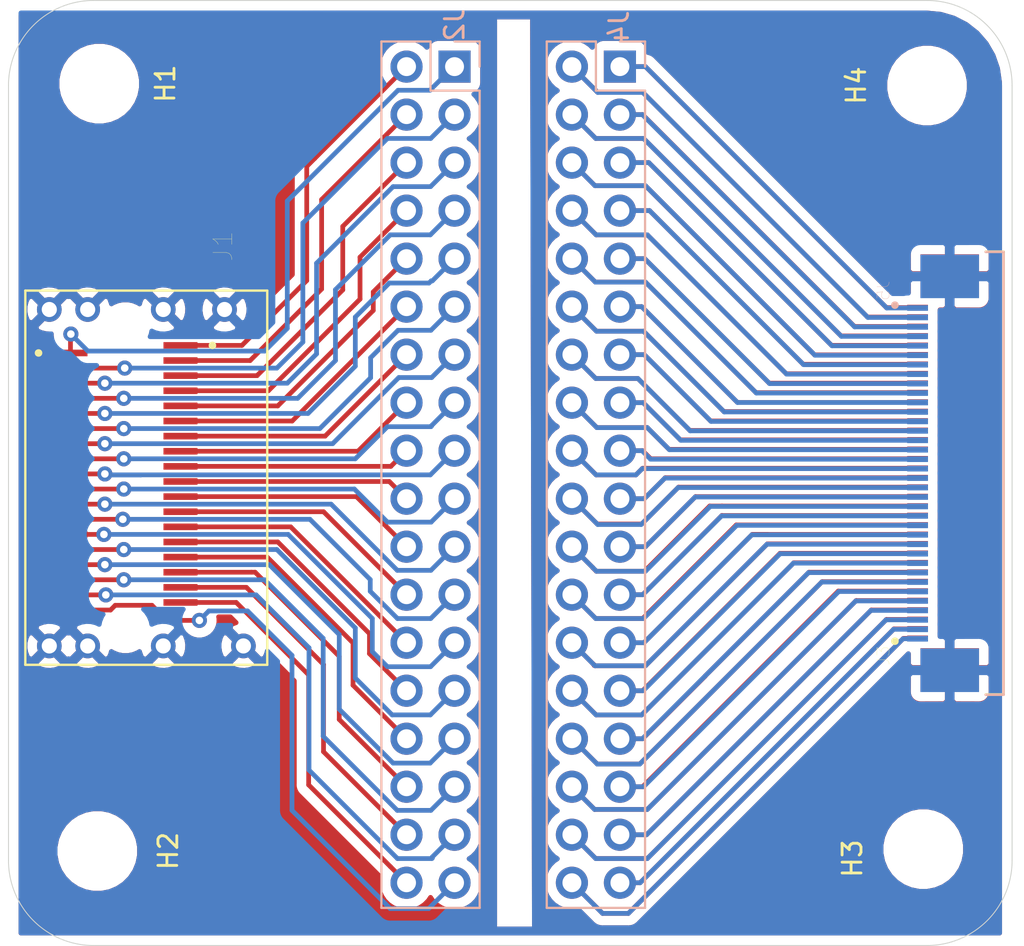
<source format=kicad_pcb>
(kicad_pcb (version 20171130) (host pcbnew 5.1.9-73d0e3b20d~88~ubuntu20.04.1)

  (general
    (thickness 1.6)
    (drawings 8)
    (tracks 483)
    (zones 0)
    (modules 9)
    (nets 74)
  )

  (page A4)
  (layers
    (0 F.Cu signal)
    (31 B.Cu signal)
    (32 B.Adhes user)
    (33 F.Adhes user)
    (34 B.Paste user)
    (35 F.Paste user)
    (36 B.SilkS user)
    (37 F.SilkS user)
    (38 B.Mask user)
    (39 F.Mask user)
    (40 Dwgs.User user)
    (41 Cmts.User user)
    (42 Eco1.User user)
    (43 Eco2.User user)
    (44 Edge.Cuts user)
    (45 Margin user)
    (46 B.CrtYd user)
    (47 F.CrtYd user)
    (48 B.Fab user)
    (49 F.Fab user)
  )

  (setup
    (last_trace_width 0.25)
    (user_trace_width 0.16)
    (user_trace_width 0.2)
    (trace_clearance 0.2)
    (zone_clearance 0.508)
    (zone_45_only no)
    (trace_min 0.16)
    (via_size 0.8)
    (via_drill 0.4)
    (via_min_size 0.4)
    (via_min_drill 0.3)
    (uvia_size 0.3)
    (uvia_drill 0.1)
    (uvias_allowed no)
    (uvia_min_size 0.2)
    (uvia_min_drill 0.1)
    (edge_width 0.05)
    (segment_width 0.2)
    (pcb_text_width 0.3)
    (pcb_text_size 1.5 1.5)
    (mod_edge_width 0.12)
    (mod_text_size 1 1)
    (mod_text_width 0.15)
    (pad_size 1.524 1.524)
    (pad_drill 0.762)
    (pad_to_mask_clearance 0)
    (aux_axis_origin 0 0)
    (visible_elements FFFFFF7F)
    (pcbplotparams
      (layerselection 0x010fc_ffffffff)
      (usegerberextensions false)
      (usegerberattributes true)
      (usegerberadvancedattributes true)
      (creategerberjobfile true)
      (excludeedgelayer true)
      (linewidth 0.100000)
      (plotframeref false)
      (viasonmask false)
      (mode 1)
      (useauxorigin false)
      (hpglpennumber 1)
      (hpglpenspeed 20)
      (hpglpendiameter 15.000000)
      (psnegative false)
      (psa4output false)
      (plotreference true)
      (plotvalue true)
      (plotinvisibletext false)
      (padsonsilk false)
      (subtractmaskfromsilk false)
      (outputformat 1)
      (mirror false)
      (drillshape 1)
      (scaleselection 1)
      (outputdirectory ""))
  )

  (net 0 "")
  (net 1 "Net-(J1-PadB1)")
  (net 2 "Net-(J1-PadB2)")
  (net 3 "Net-(J1-PadB3)")
  (net 4 "Net-(J1-PadB4)")
  (net 5 "Net-(J1-PadB5)")
  (net 6 "Net-(J1-PadB6)")
  (net 7 "Net-(J1-PadB7)")
  (net 8 "Net-(J1-PadB8)")
  (net 9 "Net-(J1-PadB9)")
  (net 10 "Net-(J1-PadB10)")
  (net 11 "Net-(J1-PadB11)")
  (net 12 "Net-(J1-PadB12)")
  (net 13 "Net-(J1-PadB13)")
  (net 14 "Net-(J1-PadB14)")
  (net 15 "Net-(J1-PadB15)")
  (net 16 "Net-(J1-PadB16)")
  (net 17 "Net-(J1-PadB17)")
  (net 18 "Net-(J1-PadB18)")
  (net 19 /A1)
  (net 20 /A2)
  (net 21 /A3)
  (net 22 /A4)
  (net 23 /A5)
  (net 24 /A6)
  (net 25 /A7)
  (net 26 /A8)
  (net 27 /A9)
  (net 28 /A10)
  (net 29 /A11)
  (net 30 /A12)
  (net 31 /A13)
  (net 32 /A14)
  (net 33 /A15)
  (net 34 /A16)
  (net 35 /A17)
  (net 36 /A18)
  (net 37 GND)
  (net 38 /35)
  (net 39 /33)
  (net 40 /31)
  (net 41 /29)
  (net 42 /27)
  (net 43 /25)
  (net 44 /23)
  (net 45 /21)
  (net 46 /19)
  (net 47 /17)
  (net 48 /15)
  (net 49 /13)
  (net 50 /11)
  (net 51 /9)
  (net 52 /7)
  (net 53 /5)
  (net 54 /3)
  (net 55 /1)
  (net 56 /36)
  (net 57 /34)
  (net 58 /32)
  (net 59 /30)
  (net 60 /28)
  (net 61 /26)
  (net 62 /24)
  (net 63 /22)
  (net 64 /20)
  (net 65 /18)
  (net 66 /16)
  (net 67 /14)
  (net 68 /12)
  (net 69 /10)
  (net 70 /8)
  (net 71 /6)
  (net 72 /4)
  (net 73 /2)

  (net_class Default "This is the default net class."
    (clearance 0.2)
    (trace_width 0.25)
    (via_dia 0.8)
    (via_drill 0.4)
    (uvia_dia 0.3)
    (uvia_drill 0.1)
    (add_net /1)
    (add_net /10)
    (add_net /11)
    (add_net /12)
    (add_net /13)
    (add_net /14)
    (add_net /15)
    (add_net /16)
    (add_net /17)
    (add_net /18)
    (add_net /19)
    (add_net /2)
    (add_net /20)
    (add_net /21)
    (add_net /22)
    (add_net /23)
    (add_net /24)
    (add_net /25)
    (add_net /26)
    (add_net /27)
    (add_net /28)
    (add_net /29)
    (add_net /3)
    (add_net /30)
    (add_net /31)
    (add_net /32)
    (add_net /33)
    (add_net /34)
    (add_net /35)
    (add_net /36)
    (add_net /4)
    (add_net /5)
    (add_net /6)
    (add_net /7)
    (add_net /8)
    (add_net /9)
    (add_net /A1)
    (add_net /A10)
    (add_net /A11)
    (add_net /A12)
    (add_net /A13)
    (add_net /A14)
    (add_net /A15)
    (add_net /A16)
    (add_net /A17)
    (add_net /A18)
    (add_net /A2)
    (add_net /A3)
    (add_net /A4)
    (add_net /A5)
    (add_net /A6)
    (add_net /A7)
    (add_net /A8)
    (add_net /A9)
    (add_net GND)
    (add_net "Net-(J1-PadB1)")
    (add_net "Net-(J1-PadB10)")
    (add_net "Net-(J1-PadB11)")
    (add_net "Net-(J1-PadB12)")
    (add_net "Net-(J1-PadB13)")
    (add_net "Net-(J1-PadB14)")
    (add_net "Net-(J1-PadB15)")
    (add_net "Net-(J1-PadB16)")
    (add_net "Net-(J1-PadB17)")
    (add_net "Net-(J1-PadB18)")
    (add_net "Net-(J1-PadB2)")
    (add_net "Net-(J1-PadB3)")
    (add_net "Net-(J1-PadB4)")
    (add_net "Net-(J1-PadB5)")
    (add_net "Net-(J1-PadB6)")
    (add_net "Net-(J1-PadB7)")
    (add_net "Net-(J1-PadB8)")
    (add_net "Net-(J1-PadB9)")
  )

  (module footprints:TE_3-1734592-6 (layer B.Cu) (tedit 60AB0C85) (tstamp 60AC5C1D)
    (at 197.5 2.52 270)
    (path /61205E98)
    (fp_text reference J5 (at -9.668 1.8064 270) (layer B.SilkS)
      (effects (font (size 0.64 0.64) (thickness 0.015)) (justify mirror))
    )
    (fp_text value 3-1734592-6 (at -4.32 -3.3 270) (layer B.Fab)
      (effects (font (size 0.64 0.64) (thickness 0.015)) (justify mirror))
    )
    (fp_line (start 11.965 0.8) (end -11.965 0.8) (layer B.CrtYd) (width 0.05))
    (fp_line (start 11.965 -4.8) (end 11.965 0.8) (layer B.CrtYd) (width 0.05))
    (fp_line (start -11.965 -4.8) (end 11.965 -4.8) (layer B.CrtYd) (width 0.05))
    (fp_line (start -11.965 0.8) (end -11.965 -4.8) (layer B.CrtYd) (width 0.05))
    (fp_line (start -11.715 -4.55) (end -11.715 -3.6) (layer B.SilkS) (width 0.127))
    (fp_line (start 11.715 -4.55) (end 11.715 -3.6) (layer B.SilkS) (width 0.127))
    (fp_line (start -11.715 -4.55) (end 11.715 -4.55) (layer B.SilkS) (width 0.127))
    (fp_line (start 11.715 -0.15) (end -11.715 -0.15) (layer B.Fab) (width 0.127))
    (fp_line (start 11.715 -4.55) (end 11.715 -0.15) (layer B.Fab) (width 0.127))
    (fp_line (start -11.715 -4.55) (end 11.715 -4.55) (layer B.Fab) (width 0.127))
    (fp_line (start -11.715 -0.15) (end -11.715 -4.55) (layer B.Fab) (width 0.127))
    (fp_circle (center -8.9 1.2) (end -8.8 1.2) (layer B.Fab) (width 0.2))
    (fp_circle (center -8.9 1.2) (end -8.8 1.2) (layer B.SilkS) (width 0.2))
    (pad 36 smd rect (at 8.75 0 270) (size 0.3 1.1) (layers B.Cu B.Paste B.Mask)
      (net 56 /36))
    (pad 35 smd rect (at 8.25 0 270) (size 0.3 1.1) (layers B.Cu B.Paste B.Mask)
      (net 38 /35))
    (pad 34 smd rect (at 7.75 0 270) (size 0.3 1.1) (layers B.Cu B.Paste B.Mask)
      (net 57 /34))
    (pad 33 smd rect (at 7.25 0 270) (size 0.3 1.1) (layers B.Cu B.Paste B.Mask)
      (net 39 /33))
    (pad 32 smd rect (at 6.75 0 270) (size 0.3 1.1) (layers B.Cu B.Paste B.Mask)
      (net 58 /32))
    (pad 31 smd rect (at 6.25 0 270) (size 0.3 1.1) (layers B.Cu B.Paste B.Mask)
      (net 40 /31))
    (pad 30 smd rect (at 5.75 0 270) (size 0.3 1.1) (layers B.Cu B.Paste B.Mask)
      (net 59 /30))
    (pad 29 smd rect (at 5.25 0 270) (size 0.3 1.1) (layers B.Cu B.Paste B.Mask)
      (net 41 /29))
    (pad 28 smd rect (at 4.75 0 270) (size 0.3 1.1) (layers B.Cu B.Paste B.Mask)
      (net 60 /28))
    (pad 27 smd rect (at 4.25 0 270) (size 0.3 1.1) (layers B.Cu B.Paste B.Mask)
      (net 42 /27))
    (pad 26 smd rect (at 3.75 0 270) (size 0.3 1.1) (layers B.Cu B.Paste B.Mask)
      (net 61 /26))
    (pad 25 smd rect (at 3.25 0 270) (size 0.3 1.1) (layers B.Cu B.Paste B.Mask)
      (net 43 /25))
    (pad 24 smd rect (at 2.75 0 270) (size 0.3 1.1) (layers B.Cu B.Paste B.Mask)
      (net 62 /24))
    (pad 23 smd rect (at 2.25 0 270) (size 0.3 1.1) (layers B.Cu B.Paste B.Mask)
      (net 44 /23))
    (pad 22 smd rect (at 1.75 0 270) (size 0.3 1.1) (layers B.Cu B.Paste B.Mask)
      (net 63 /22))
    (pad 21 smd rect (at 1.25 0 270) (size 0.3 1.1) (layers B.Cu B.Paste B.Mask)
      (net 45 /21))
    (pad 20 smd rect (at 0.75 0 270) (size 0.3 1.1) (layers B.Cu B.Paste B.Mask)
      (net 64 /20))
    (pad 19 smd rect (at 0.25 0 270) (size 0.3 1.1) (layers B.Cu B.Paste B.Mask)
      (net 46 /19))
    (pad 18 smd rect (at -0.25 0 270) (size 0.3 1.1) (layers B.Cu B.Paste B.Mask)
      (net 65 /18))
    (pad 17 smd rect (at -0.75 0 270) (size 0.3 1.1) (layers B.Cu B.Paste B.Mask)
      (net 47 /17))
    (pad 16 smd rect (at -1.25 0 270) (size 0.3 1.1) (layers B.Cu B.Paste B.Mask)
      (net 66 /16))
    (pad 15 smd rect (at -1.75 0 270) (size 0.3 1.1) (layers B.Cu B.Paste B.Mask)
      (net 48 /15))
    (pad 14 smd rect (at -2.25 0 270) (size 0.3 1.1) (layers B.Cu B.Paste B.Mask)
      (net 67 /14))
    (pad 13 smd rect (at -2.75 0 270) (size 0.3 1.1) (layers B.Cu B.Paste B.Mask)
      (net 49 /13))
    (pad 12 smd rect (at -3.25 0 270) (size 0.3 1.1) (layers B.Cu B.Paste B.Mask)
      (net 68 /12))
    (pad 11 smd rect (at -3.75 0 270) (size 0.3 1.1) (layers B.Cu B.Paste B.Mask)
      (net 50 /11))
    (pad 10 smd rect (at -4.25 0 270) (size 0.3 1.1) (layers B.Cu B.Paste B.Mask)
      (net 69 /10))
    (pad 9 smd rect (at -4.75 0 270) (size 0.3 1.1) (layers B.Cu B.Paste B.Mask)
      (net 51 /9))
    (pad 8 smd rect (at -5.25 0 270) (size 0.3 1.1) (layers B.Cu B.Paste B.Mask)
      (net 70 /8))
    (pad 7 smd rect (at -5.75 0 270) (size 0.3 1.1) (layers B.Cu B.Paste B.Mask)
      (net 52 /7))
    (pad S1 smd rect (at -10.42 -1.7 270) (size 2.3 3.1) (layers B.Cu B.Paste B.Mask)
      (net 37 GND))
    (pad S2 smd rect (at 10.42 -1.7 270) (size 2.3 3.1) (layers B.Cu B.Paste B.Mask)
      (net 37 GND))
    (pad 6 smd rect (at -6.25 0 270) (size 0.3 1.1) (layers B.Cu B.Paste B.Mask)
      (net 71 /6))
    (pad 5 smd rect (at -6.75 0 270) (size 0.3 1.1) (layers B.Cu B.Paste B.Mask)
      (net 53 /5))
    (pad 4 smd rect (at -7.25 0 270) (size 0.3 1.1) (layers B.Cu B.Paste B.Mask)
      (net 72 /4))
    (pad 3 smd rect (at -7.75 0 270) (size 0.3 1.1) (layers B.Cu B.Paste B.Mask)
      (net 54 /3))
    (pad 2 smd rect (at -8.25 0 270) (size 0.3 1.1) (layers B.Cu B.Paste B.Mask)
      (net 73 /2))
    (pad 1 smd rect (at -8.75 0 270) (size 0.3 1.1) (layers B.Cu B.Paste B.Mask)
      (net 55 /1))
    (model ${KIPRJMOD}/3d_models/TE-3-1734592-6-3d.stp
      (offset (xyz 0 -5 1))
      (scale (xyz 1 1 1))
      (rotate (xyz -90 0 0))
    )
  )

  (module footprints:TE_3-1734592-6 (layer F.Cu) (tedit 60AB0C85) (tstamp 60ABBDEC)
    (at 197.5 2.5 90)
    (path /60B21FAF)
    (fp_text reference J3 (at -9.668 -1.8064 270) (layer F.SilkS)
      (effects (font (size 0.64 0.64) (thickness 0.015)))
    )
    (fp_text value 3-1734592-6 (at -5.5 4 270) (layer F.Fab)
      (effects (font (size 0.64 0.64) (thickness 0.015)))
    )
    (fp_line (start 11.965 -0.8) (end -11.965 -0.8) (layer F.CrtYd) (width 0.05))
    (fp_line (start 11.965 4.8) (end 11.965 -0.8) (layer F.CrtYd) (width 0.05))
    (fp_line (start -11.965 4.8) (end 11.965 4.8) (layer F.CrtYd) (width 0.05))
    (fp_line (start -11.965 -0.8) (end -11.965 4.8) (layer F.CrtYd) (width 0.05))
    (fp_line (start -11.715 4.55) (end -11.715 3.6) (layer F.SilkS) (width 0.127))
    (fp_line (start 11.715 4.55) (end 11.715 3.6) (layer F.SilkS) (width 0.127))
    (fp_line (start -11.715 4.55) (end 11.715 4.55) (layer F.SilkS) (width 0.127))
    (fp_line (start 11.715 0.15) (end -11.715 0.15) (layer F.Fab) (width 0.127))
    (fp_line (start 11.715 4.55) (end 11.715 0.15) (layer F.Fab) (width 0.127))
    (fp_line (start -11.715 4.55) (end 11.715 4.55) (layer F.Fab) (width 0.127))
    (fp_line (start -11.715 0.15) (end -11.715 4.55) (layer F.Fab) (width 0.127))
    (fp_circle (center -8.9 -1.2) (end -8.8 -1.2) (layer F.Fab) (width 0.2))
    (fp_circle (center -8.9 -1.2) (end -8.8 -1.2) (layer F.SilkS) (width 0.2))
    (pad 36 smd rect (at 8.75 0 90) (size 0.3 1.1) (layers F.Cu F.Paste F.Mask)
      (net 55 /1))
    (pad 35 smd rect (at 8.25 0 90) (size 0.3 1.1) (layers F.Cu F.Paste F.Mask)
      (net 73 /2))
    (pad 34 smd rect (at 7.75 0 90) (size 0.3 1.1) (layers F.Cu F.Paste F.Mask)
      (net 54 /3))
    (pad 33 smd rect (at 7.25 0 90) (size 0.3 1.1) (layers F.Cu F.Paste F.Mask)
      (net 72 /4))
    (pad 32 smd rect (at 6.75 0 90) (size 0.3 1.1) (layers F.Cu F.Paste F.Mask)
      (net 53 /5))
    (pad 31 smd rect (at 6.25 0 90) (size 0.3 1.1) (layers F.Cu F.Paste F.Mask)
      (net 71 /6))
    (pad 30 smd rect (at 5.75 0 90) (size 0.3 1.1) (layers F.Cu F.Paste F.Mask)
      (net 52 /7))
    (pad 29 smd rect (at 5.25 0 90) (size 0.3 1.1) (layers F.Cu F.Paste F.Mask)
      (net 70 /8))
    (pad 28 smd rect (at 4.75 0 90) (size 0.3 1.1) (layers F.Cu F.Paste F.Mask)
      (net 51 /9))
    (pad 27 smd rect (at 4.25 0 90) (size 0.3 1.1) (layers F.Cu F.Paste F.Mask)
      (net 69 /10))
    (pad 26 smd rect (at 3.75 0 90) (size 0.3 1.1) (layers F.Cu F.Paste F.Mask)
      (net 50 /11))
    (pad 25 smd rect (at 3.25 0 90) (size 0.3 1.1) (layers F.Cu F.Paste F.Mask)
      (net 68 /12))
    (pad 24 smd rect (at 2.75 0 90) (size 0.3 1.1) (layers F.Cu F.Paste F.Mask)
      (net 49 /13))
    (pad 23 smd rect (at 2.25 0 90) (size 0.3 1.1) (layers F.Cu F.Paste F.Mask)
      (net 67 /14))
    (pad 22 smd rect (at 1.75 0 90) (size 0.3 1.1) (layers F.Cu F.Paste F.Mask)
      (net 48 /15))
    (pad 21 smd rect (at 1.25 0 90) (size 0.3 1.1) (layers F.Cu F.Paste F.Mask)
      (net 66 /16))
    (pad 20 smd rect (at 0.75 0 90) (size 0.3 1.1) (layers F.Cu F.Paste F.Mask)
      (net 47 /17))
    (pad 19 smd rect (at 0.25 0 90) (size 0.3 1.1) (layers F.Cu F.Paste F.Mask)
      (net 65 /18))
    (pad 18 smd rect (at -0.25 0 90) (size 0.3 1.1) (layers F.Cu F.Paste F.Mask)
      (net 46 /19))
    (pad 17 smd rect (at -0.75 0 90) (size 0.3 1.1) (layers F.Cu F.Paste F.Mask)
      (net 64 /20))
    (pad 16 smd rect (at -1.25 0 90) (size 0.3 1.1) (layers F.Cu F.Paste F.Mask)
      (net 45 /21))
    (pad 15 smd rect (at -1.75 0 90) (size 0.3 1.1) (layers F.Cu F.Paste F.Mask)
      (net 63 /22))
    (pad 14 smd rect (at -2.25 0 90) (size 0.3 1.1) (layers F.Cu F.Paste F.Mask)
      (net 44 /23))
    (pad 13 smd rect (at -2.75 0 90) (size 0.3 1.1) (layers F.Cu F.Paste F.Mask)
      (net 62 /24))
    (pad 12 smd rect (at -3.25 0 90) (size 0.3 1.1) (layers F.Cu F.Paste F.Mask)
      (net 43 /25))
    (pad 11 smd rect (at -3.75 0 90) (size 0.3 1.1) (layers F.Cu F.Paste F.Mask)
      (net 61 /26))
    (pad 10 smd rect (at -4.25 0 90) (size 0.3 1.1) (layers F.Cu F.Paste F.Mask)
      (net 42 /27))
    (pad 9 smd rect (at -4.75 0 90) (size 0.3 1.1) (layers F.Cu F.Paste F.Mask)
      (net 60 /28))
    (pad 8 smd rect (at -5.25 0 90) (size 0.3 1.1) (layers F.Cu F.Paste F.Mask)
      (net 41 /29))
    (pad 7 smd rect (at -5.75 0 90) (size 0.3 1.1) (layers F.Cu F.Paste F.Mask)
      (net 59 /30))
    (pad S1 smd rect (at -10.42 1.7 90) (size 2.3 3.1) (layers F.Cu F.Paste F.Mask)
      (net 37 GND))
    (pad S2 smd rect (at 10.42 1.7 90) (size 2.3 3.1) (layers F.Cu F.Paste F.Mask)
      (net 37 GND))
    (pad 6 smd rect (at -6.25 0 90) (size 0.3 1.1) (layers F.Cu F.Paste F.Mask)
      (net 40 /31))
    (pad 5 smd rect (at -6.75 0 90) (size 0.3 1.1) (layers F.Cu F.Paste F.Mask)
      (net 58 /32))
    (pad 4 smd rect (at -7.25 0 90) (size 0.3 1.1) (layers F.Cu F.Paste F.Mask)
      (net 39 /33))
    (pad 3 smd rect (at -7.75 0 90) (size 0.3 1.1) (layers F.Cu F.Paste F.Mask)
      (net 57 /34))
    (pad 2 smd rect (at -8.25 0 90) (size 0.3 1.1) (layers F.Cu F.Paste F.Mask)
      (net 38 /35))
    (pad 1 smd rect (at -8.75 0 90) (size 0.3 1.1) (layers F.Cu F.Paste F.Mask)
      (net 56 /36))
    (model ${KIPRJMOD}/3d_models/TE-3-1734592-6-3d.stp
      (offset (xyz 0 -4.5 1))
      (scale (xyz 1 1 1))
      (rotate (xyz -90 0 0))
    )
  )

  (module MountingHole:MountingHole_3.2mm_M3 (layer F.Cu) (tedit 56D1B4CB) (tstamp 60ABCE35)
    (at 198 -18)
    (descr "Mounting Hole 3.2mm, no annular, M3")
    (tags "mounting hole 3.2mm no annular m3")
    (path /60CC780D)
    (attr virtual)
    (fp_text reference H4 (at -3.75 0 90) (layer F.SilkS)
      (effects (font (size 1 1) (thickness 0.15)))
    )
    (fp_text value MountingHole (at 0 4.2) (layer F.Fab)
      (effects (font (size 1 1) (thickness 0.15)))
    )
    (fp_circle (center 0 0) (end 3.45 0) (layer F.CrtYd) (width 0.05))
    (fp_circle (center 0 0) (end 3.2 0) (layer Cmts.User) (width 0.15))
    (fp_text user %R (at 0.3 0) (layer F.Fab)
      (effects (font (size 1 1) (thickness 0.15)))
    )
    (pad 1 np_thru_hole circle (at 0 0) (size 3.2 3.2) (drill 3.2) (layers *.Cu *.Mask))
  )

  (module MountingHole:MountingHole_3.2mm_M3 (layer F.Cu) (tedit 56D1B4CB) (tstamp 60ABCE2D)
    (at 197.8 22.4)
    (descr "Mounting Hole 3.2mm, no annular, M3")
    (tags "mounting hole 3.2mm no annular m3")
    (path /60CC7807)
    (attr virtual)
    (fp_text reference H3 (at -3.75 0.5 90) (layer F.SilkS)
      (effects (font (size 1 1) (thickness 0.15)))
    )
    (fp_text value MountingHole (at 0 4.2) (layer F.Fab)
      (effects (font (size 1 1) (thickness 0.15)))
    )
    (fp_circle (center 0 0) (end 3.45 0) (layer F.CrtYd) (width 0.05))
    (fp_circle (center 0 0) (end 3.2 0) (layer Cmts.User) (width 0.15))
    (fp_text user %R (at 0.3 0) (layer F.Fab)
      (effects (font (size 1 1) (thickness 0.15)))
    )
    (pad 1 np_thru_hole circle (at 0 0) (size 3.2 3.2) (drill 3.2) (layers *.Cu *.Mask))
  )

  (module Connector_PinHeader_2.54mm:PinHeader_2x18_P2.54mm_Vertical (layer B.Cu) (tedit 59FED5CC) (tstamp 60ABBDB5)
    (at 181.75 -19 180)
    (descr "Through hole straight pin header, 2x18, 2.54mm pitch, double rows")
    (tags "Through hole pin header THT 2x18 2.54mm double row")
    (path /60B19A22)
    (fp_text reference J4 (at 0.05 2.1 90) (layer B.SilkS)
      (effects (font (size 1 1) (thickness 0.15)) (justify mirror))
    )
    (fp_text value Header_02x18 (at 1.27 -45.51) (layer B.Fab)
      (effects (font (size 1 1) (thickness 0.15)) (justify mirror))
    )
    (fp_line (start 4.35 1.8) (end -1.8 1.8) (layer B.CrtYd) (width 0.05))
    (fp_line (start 4.35 -44.95) (end 4.35 1.8) (layer B.CrtYd) (width 0.05))
    (fp_line (start -1.8 -44.95) (end 4.35 -44.95) (layer B.CrtYd) (width 0.05))
    (fp_line (start -1.8 1.8) (end -1.8 -44.95) (layer B.CrtYd) (width 0.05))
    (fp_line (start -1.33 1.33) (end 0 1.33) (layer B.SilkS) (width 0.12))
    (fp_line (start -1.33 0) (end -1.33 1.33) (layer B.SilkS) (width 0.12))
    (fp_line (start 1.27 1.33) (end 3.87 1.33) (layer B.SilkS) (width 0.12))
    (fp_line (start 1.27 -1.27) (end 1.27 1.33) (layer B.SilkS) (width 0.12))
    (fp_line (start -1.33 -1.27) (end 1.27 -1.27) (layer B.SilkS) (width 0.12))
    (fp_line (start 3.87 1.33) (end 3.87 -44.51) (layer B.SilkS) (width 0.12))
    (fp_line (start -1.33 -1.27) (end -1.33 -44.51) (layer B.SilkS) (width 0.12))
    (fp_line (start -1.33 -44.51) (end 3.87 -44.51) (layer B.SilkS) (width 0.12))
    (fp_line (start -1.27 0) (end 0 1.27) (layer B.Fab) (width 0.1))
    (fp_line (start -1.27 -44.45) (end -1.27 0) (layer B.Fab) (width 0.1))
    (fp_line (start 3.81 -44.45) (end -1.27 -44.45) (layer B.Fab) (width 0.1))
    (fp_line (start 3.81 1.27) (end 3.81 -44.45) (layer B.Fab) (width 0.1))
    (fp_line (start 0 1.27) (end 3.81 1.27) (layer B.Fab) (width 0.1))
    (fp_text user %R (at 1.27 -21.59 270) (layer B.Fab)
      (effects (font (size 1 1) (thickness 0.15)) (justify mirror))
    )
    (pad 36 thru_hole oval (at 2.54 -43.18 180) (size 1.7 1.7) (drill 1) (layers *.Cu *.Mask)
      (net 56 /36))
    (pad 35 thru_hole oval (at 0 -43.18 180) (size 1.7 1.7) (drill 1) (layers *.Cu *.Mask)
      (net 38 /35))
    (pad 34 thru_hole oval (at 2.54 -40.64 180) (size 1.7 1.7) (drill 1) (layers *.Cu *.Mask)
      (net 57 /34))
    (pad 33 thru_hole oval (at 0 -40.64 180) (size 1.7 1.7) (drill 1) (layers *.Cu *.Mask)
      (net 39 /33))
    (pad 32 thru_hole oval (at 2.54 -38.1 180) (size 1.7 1.7) (drill 1) (layers *.Cu *.Mask)
      (net 58 /32))
    (pad 31 thru_hole oval (at 0 -38.1 180) (size 1.7 1.7) (drill 1) (layers *.Cu *.Mask)
      (net 40 /31))
    (pad 30 thru_hole oval (at 2.54 -35.56 180) (size 1.7 1.7) (drill 1) (layers *.Cu *.Mask)
      (net 59 /30))
    (pad 29 thru_hole oval (at 0 -35.56 180) (size 1.7 1.7) (drill 1) (layers *.Cu *.Mask)
      (net 41 /29))
    (pad 28 thru_hole oval (at 2.54 -33.02 180) (size 1.7 1.7) (drill 1) (layers *.Cu *.Mask)
      (net 60 /28))
    (pad 27 thru_hole oval (at 0 -33.02 180) (size 1.7 1.7) (drill 1) (layers *.Cu *.Mask)
      (net 42 /27))
    (pad 26 thru_hole oval (at 2.54 -30.48 180) (size 1.7 1.7) (drill 1) (layers *.Cu *.Mask)
      (net 61 /26))
    (pad 25 thru_hole oval (at 0 -30.48 180) (size 1.7 1.7) (drill 1) (layers *.Cu *.Mask)
      (net 43 /25))
    (pad 24 thru_hole oval (at 2.54 -27.94 180) (size 1.7 1.7) (drill 1) (layers *.Cu *.Mask)
      (net 62 /24))
    (pad 23 thru_hole oval (at 0 -27.94 180) (size 1.7 1.7) (drill 1) (layers *.Cu *.Mask)
      (net 44 /23))
    (pad 22 thru_hole oval (at 2.54 -25.4 180) (size 1.7 1.7) (drill 1) (layers *.Cu *.Mask)
      (net 63 /22))
    (pad 21 thru_hole oval (at 0 -25.4 180) (size 1.7 1.7) (drill 1) (layers *.Cu *.Mask)
      (net 45 /21))
    (pad 20 thru_hole oval (at 2.54 -22.86 180) (size 1.7 1.7) (drill 1) (layers *.Cu *.Mask)
      (net 64 /20))
    (pad 19 thru_hole oval (at 0 -22.86 180) (size 1.7 1.7) (drill 1) (layers *.Cu *.Mask)
      (net 46 /19))
    (pad 18 thru_hole oval (at 2.54 -20.32 180) (size 1.7 1.7) (drill 1) (layers *.Cu *.Mask)
      (net 65 /18))
    (pad 17 thru_hole oval (at 0 -20.32 180) (size 1.7 1.7) (drill 1) (layers *.Cu *.Mask)
      (net 47 /17))
    (pad 16 thru_hole oval (at 2.54 -17.78 180) (size 1.7 1.7) (drill 1) (layers *.Cu *.Mask)
      (net 66 /16))
    (pad 15 thru_hole oval (at 0 -17.78 180) (size 1.7 1.7) (drill 1) (layers *.Cu *.Mask)
      (net 48 /15))
    (pad 14 thru_hole oval (at 2.54 -15.24 180) (size 1.7 1.7) (drill 1) (layers *.Cu *.Mask)
      (net 67 /14))
    (pad 13 thru_hole oval (at 0 -15.24 180) (size 1.7 1.7) (drill 1) (layers *.Cu *.Mask)
      (net 49 /13))
    (pad 12 thru_hole oval (at 2.54 -12.7 180) (size 1.7 1.7) (drill 1) (layers *.Cu *.Mask)
      (net 68 /12))
    (pad 11 thru_hole oval (at 0 -12.7 180) (size 1.7 1.7) (drill 1) (layers *.Cu *.Mask)
      (net 50 /11))
    (pad 10 thru_hole oval (at 2.54 -10.16 180) (size 1.7 1.7) (drill 1) (layers *.Cu *.Mask)
      (net 69 /10))
    (pad 9 thru_hole oval (at 0 -10.16 180) (size 1.7 1.7) (drill 1) (layers *.Cu *.Mask)
      (net 51 /9))
    (pad 8 thru_hole oval (at 2.54 -7.62 180) (size 1.7 1.7) (drill 1) (layers *.Cu *.Mask)
      (net 70 /8))
    (pad 7 thru_hole oval (at 0 -7.62 180) (size 1.7 1.7) (drill 1) (layers *.Cu *.Mask)
      (net 52 /7))
    (pad 6 thru_hole oval (at 2.54 -5.08 180) (size 1.7 1.7) (drill 1) (layers *.Cu *.Mask)
      (net 71 /6))
    (pad 5 thru_hole oval (at 0 -5.08 180) (size 1.7 1.7) (drill 1) (layers *.Cu *.Mask)
      (net 53 /5))
    (pad 4 thru_hole oval (at 2.54 -2.54 180) (size 1.7 1.7) (drill 1) (layers *.Cu *.Mask)
      (net 72 /4))
    (pad 3 thru_hole oval (at 0 -2.54 180) (size 1.7 1.7) (drill 1) (layers *.Cu *.Mask)
      (net 54 /3))
    (pad 2 thru_hole oval (at 2.54 0 180) (size 1.7 1.7) (drill 1) (layers *.Cu *.Mask)
      (net 73 /2))
    (pad 1 thru_hole rect (at 0 0 180) (size 1.7 1.7) (drill 1) (layers *.Cu *.Mask)
      (net 55 /1))
    (model ${KISYS3DMOD}/Connector_PinHeader_2.54mm.3dshapes/PinHeader_2x18_P2.54mm_Vertical.wrl
      (at (xyz 0 0 0))
      (scale (xyz 1 1 1))
      (rotate (xyz 0 0 0))
    )
  )

  (module MountingHole:MountingHole_3.2mm_M3 (layer F.Cu) (tedit 56D1B4CB) (tstamp 60ABADE0)
    (at 154.1 22.5)
    (descr "Mounting Hole 3.2mm, no annular, M3")
    (tags "mounting hole 3.2mm no annular m3")
    (path /60AE35B5)
    (attr virtual)
    (fp_text reference H2 (at 3.75 0 90) (layer F.SilkS)
      (effects (font (size 1 1) (thickness 0.15)))
    )
    (fp_text value MountingHole (at 0 4.2) (layer F.Fab)
      (effects (font (size 1 1) (thickness 0.15)))
    )
    (fp_circle (center 0 0) (end 3.2 0) (layer Cmts.User) (width 0.15))
    (fp_circle (center 0 0) (end 3.45 0) (layer F.CrtYd) (width 0.05))
    (fp_text user %R (at 0 3.5) (layer F.Fab)
      (effects (font (size 1 1) (thickness 0.15)))
    )
    (pad 1 np_thru_hole circle (at 0 0) (size 3.2 3.2) (drill 3.2) (layers *.Cu *.Mask))
  )

  (module MountingHole:MountingHole_3.2mm_M3 (layer F.Cu) (tedit 56D1B4CB) (tstamp 60ABADD8)
    (at 154.2 -18.1)
    (descr "Mounting Hole 3.2mm, no annular, M3")
    (tags "mounting hole 3.2mm no annular m3")
    (path /60AE2E30)
    (attr virtual)
    (fp_text reference H1 (at 3.5 0 90) (layer F.SilkS)
      (effects (font (size 1 1) (thickness 0.15)))
    )
    (fp_text value MountingHole (at 0 4.2) (layer F.Fab)
      (effects (font (size 1 1) (thickness 0.15)))
    )
    (fp_circle (center 0 0) (end 3.45 0) (layer F.CrtYd) (width 0.05))
    (fp_circle (center 0 0) (end 3.2 0) (layer Cmts.User) (width 0.15))
    (fp_text user %R (at 0.3 0) (layer F.Fab)
      (effects (font (size 1 1) (thickness 0.15)))
    )
    (pad 1 np_thru_hole circle (at 0 0) (size 3.2 3.2) (drill 3.2) (layers *.Cu *.Mask))
  )

  (module Connector_PinHeader_2.54mm:PinHeader_2x18_P2.54mm_Vertical (layer B.Cu) (tedit 59FED5CC) (tstamp 60AB90E2)
    (at 173 -19 180)
    (descr "Through hole straight pin header, 2x18, 2.54mm pitch, double rows")
    (tags "Through hole pin header THT 2x18 2.54mm double row")
    (path /60AA8480)
    (fp_text reference J2 (at 0 2.2 90) (layer B.SilkS)
      (effects (font (size 1 1) (thickness 0.15)) (justify mirror))
    )
    (fp_text value Header_02x18 (at 1.27 -45.51) (layer B.Fab)
      (effects (font (size 1 1) (thickness 0.15)) (justify mirror))
    )
    (fp_line (start 0 1.27) (end 3.81 1.27) (layer B.Fab) (width 0.1))
    (fp_line (start 3.81 1.27) (end 3.81 -44.45) (layer B.Fab) (width 0.1))
    (fp_line (start 3.81 -44.45) (end -1.27 -44.45) (layer B.Fab) (width 0.1))
    (fp_line (start -1.27 -44.45) (end -1.27 0) (layer B.Fab) (width 0.1))
    (fp_line (start -1.27 0) (end 0 1.27) (layer B.Fab) (width 0.1))
    (fp_line (start -1.33 -44.51) (end 3.87 -44.51) (layer B.SilkS) (width 0.12))
    (fp_line (start -1.33 -1.27) (end -1.33 -44.51) (layer B.SilkS) (width 0.12))
    (fp_line (start 3.87 1.33) (end 3.87 -44.51) (layer B.SilkS) (width 0.12))
    (fp_line (start -1.33 -1.27) (end 1.27 -1.27) (layer B.SilkS) (width 0.12))
    (fp_line (start 1.27 -1.27) (end 1.27 1.33) (layer B.SilkS) (width 0.12))
    (fp_line (start 1.27 1.33) (end 3.87 1.33) (layer B.SilkS) (width 0.12))
    (fp_line (start -1.33 0) (end -1.33 1.33) (layer B.SilkS) (width 0.12))
    (fp_line (start -1.33 1.33) (end 0 1.33) (layer B.SilkS) (width 0.12))
    (fp_line (start -1.8 1.8) (end -1.8 -44.95) (layer B.CrtYd) (width 0.05))
    (fp_line (start -1.8 -44.95) (end 4.35 -44.95) (layer B.CrtYd) (width 0.05))
    (fp_line (start 4.35 -44.95) (end 4.35 1.8) (layer B.CrtYd) (width 0.05))
    (fp_line (start 4.35 1.8) (end -1.8 1.8) (layer B.CrtYd) (width 0.05))
    (fp_text user %R (at 1.27 -21.59 270) (layer B.Fab)
      (effects (font (size 1 1) (thickness 0.15)) (justify mirror))
    )
    (pad 36 thru_hole oval (at 2.54 -43.18 180) (size 1.7 1.7) (drill 1) (layers *.Cu *.Mask)
      (net 18 "Net-(J1-PadB18)"))
    (pad 35 thru_hole oval (at 0 -43.18 180) (size 1.7 1.7) (drill 1) (layers *.Cu *.Mask)
      (net 36 /A18))
    (pad 34 thru_hole oval (at 2.54 -40.64 180) (size 1.7 1.7) (drill 1) (layers *.Cu *.Mask)
      (net 17 "Net-(J1-PadB17)"))
    (pad 33 thru_hole oval (at 0 -40.64 180) (size 1.7 1.7) (drill 1) (layers *.Cu *.Mask)
      (net 35 /A17))
    (pad 32 thru_hole oval (at 2.54 -38.1 180) (size 1.7 1.7) (drill 1) (layers *.Cu *.Mask)
      (net 16 "Net-(J1-PadB16)"))
    (pad 31 thru_hole oval (at 0 -38.1 180) (size 1.7 1.7) (drill 1) (layers *.Cu *.Mask)
      (net 34 /A16))
    (pad 30 thru_hole oval (at 2.54 -35.56 180) (size 1.7 1.7) (drill 1) (layers *.Cu *.Mask)
      (net 15 "Net-(J1-PadB15)"))
    (pad 29 thru_hole oval (at 0 -35.56 180) (size 1.7 1.7) (drill 1) (layers *.Cu *.Mask)
      (net 33 /A15))
    (pad 28 thru_hole oval (at 2.54 -33.02 180) (size 1.7 1.7) (drill 1) (layers *.Cu *.Mask)
      (net 14 "Net-(J1-PadB14)"))
    (pad 27 thru_hole oval (at 0 -33.02 180) (size 1.7 1.7) (drill 1) (layers *.Cu *.Mask)
      (net 32 /A14))
    (pad 26 thru_hole oval (at 2.54 -30.48 180) (size 1.7 1.7) (drill 1) (layers *.Cu *.Mask)
      (net 13 "Net-(J1-PadB13)"))
    (pad 25 thru_hole oval (at 0 -30.48 180) (size 1.7 1.7) (drill 1) (layers *.Cu *.Mask)
      (net 31 /A13))
    (pad 24 thru_hole oval (at 2.54 -27.94 180) (size 1.7 1.7) (drill 1) (layers *.Cu *.Mask)
      (net 12 "Net-(J1-PadB12)"))
    (pad 23 thru_hole oval (at 0 -27.94 180) (size 1.7 1.7) (drill 1) (layers *.Cu *.Mask)
      (net 30 /A12))
    (pad 22 thru_hole oval (at 2.54 -25.4 180) (size 1.7 1.7) (drill 1) (layers *.Cu *.Mask)
      (net 11 "Net-(J1-PadB11)"))
    (pad 21 thru_hole oval (at 0 -25.4 180) (size 1.7 1.7) (drill 1) (layers *.Cu *.Mask)
      (net 29 /A11))
    (pad 20 thru_hole oval (at 2.54 -22.86 180) (size 1.7 1.7) (drill 1) (layers *.Cu *.Mask)
      (net 10 "Net-(J1-PadB10)"))
    (pad 19 thru_hole oval (at 0 -22.86 180) (size 1.7 1.7) (drill 1) (layers *.Cu *.Mask)
      (net 28 /A10))
    (pad 18 thru_hole oval (at 2.54 -20.32 180) (size 1.7 1.7) (drill 1) (layers *.Cu *.Mask)
      (net 9 "Net-(J1-PadB9)"))
    (pad 17 thru_hole oval (at 0 -20.32 180) (size 1.7 1.7) (drill 1) (layers *.Cu *.Mask)
      (net 27 /A9))
    (pad 16 thru_hole oval (at 2.54 -17.78 180) (size 1.7 1.7) (drill 1) (layers *.Cu *.Mask)
      (net 8 "Net-(J1-PadB8)"))
    (pad 15 thru_hole oval (at 0 -17.78 180) (size 1.7 1.7) (drill 1) (layers *.Cu *.Mask)
      (net 26 /A8))
    (pad 14 thru_hole oval (at 2.54 -15.24 180) (size 1.7 1.7) (drill 1) (layers *.Cu *.Mask)
      (net 7 "Net-(J1-PadB7)"))
    (pad 13 thru_hole oval (at 0 -15.24 180) (size 1.7 1.7) (drill 1) (layers *.Cu *.Mask)
      (net 25 /A7))
    (pad 12 thru_hole oval (at 2.54 -12.7 180) (size 1.7 1.7) (drill 1) (layers *.Cu *.Mask)
      (net 6 "Net-(J1-PadB6)"))
    (pad 11 thru_hole oval (at 0 -12.7 180) (size 1.7 1.7) (drill 1) (layers *.Cu *.Mask)
      (net 24 /A6))
    (pad 10 thru_hole oval (at 2.54 -10.16 180) (size 1.7 1.7) (drill 1) (layers *.Cu *.Mask)
      (net 5 "Net-(J1-PadB5)"))
    (pad 9 thru_hole oval (at 0 -10.16 180) (size 1.7 1.7) (drill 1) (layers *.Cu *.Mask)
      (net 23 /A5))
    (pad 8 thru_hole oval (at 2.54 -7.62 180) (size 1.7 1.7) (drill 1) (layers *.Cu *.Mask)
      (net 4 "Net-(J1-PadB4)"))
    (pad 7 thru_hole oval (at 0 -7.62 180) (size 1.7 1.7) (drill 1) (layers *.Cu *.Mask)
      (net 22 /A4))
    (pad 6 thru_hole oval (at 2.54 -5.08 180) (size 1.7 1.7) (drill 1) (layers *.Cu *.Mask)
      (net 3 "Net-(J1-PadB3)"))
    (pad 5 thru_hole oval (at 0 -5.08 180) (size 1.7 1.7) (drill 1) (layers *.Cu *.Mask)
      (net 21 /A3))
    (pad 4 thru_hole oval (at 2.54 -2.54 180) (size 1.7 1.7) (drill 1) (layers *.Cu *.Mask)
      (net 2 "Net-(J1-PadB2)"))
    (pad 3 thru_hole oval (at 0 -2.54 180) (size 1.7 1.7) (drill 1) (layers *.Cu *.Mask)
      (net 20 /A2))
    (pad 2 thru_hole oval (at 2.54 0 180) (size 1.7 1.7) (drill 1) (layers *.Cu *.Mask)
      (net 1 "Net-(J1-PadB1)"))
    (pad 1 thru_hole rect (at 0 0 180) (size 1.7 1.7) (drill 1) (layers *.Cu *.Mask)
      (net 19 /A1))
    (model ${KISYS3DMOD}/Connector_PinHeader_2.54mm.3dshapes/PinHeader_2x18_P2.54mm_Vertical.wrl
      (at (xyz 0 0 0))
      (scale (xyz 1 1 1))
      (rotate (xyz 0 0 0))
    )
  )

  (module footprints:TE_1888863-4 (layer F.Cu) (tedit 5F360A12) (tstamp 60AB6FAC)
    (at 155.59 2.75 270)
    (path /60AAB188)
    (fp_text reference J1 (at -12.25 -5.16 90) (layer F.SilkS)
      (effects (font (size 1 1) (thickness 0.015)))
    )
    (fp_text value 1888863-4 (at -0.95 5.29 90) (layer F.Fab)
      (effects (font (size 1 1) (thickness 0.015)))
    )
    (fp_poly (pts (xy -9.15 -4.58) (xy -8.65 -4.58) (xy -8.65 -2.66) (xy -9.15 -2.66)) (layer Dwgs.User) (width 0.01))
    (fp_poly (pts (xy -9.15 -1.34) (xy -8.65 -1.34) (xy -8.65 1.34) (xy -9.15 1.34)) (layer Dwgs.User) (width 0.01))
    (fp_poly (pts (xy -9.15 2.66) (xy -8.65 2.66) (xy -8.65 3.37) (xy -9.15 3.37)) (layer Dwgs.User) (width 0.01))
    (fp_poly (pts (xy -9.15 4.69) (xy -8.65 4.69) (xy -8.65 5.3) (xy -9.15 5.3)) (layer Dwgs.User) (width 0.01))
    (fp_poly (pts (xy -9.15 -7.5) (xy -8.65 -7.5) (xy -8.65 -5.9) (xy -9.15 -5.9)) (layer Dwgs.User) (width 0.01))
    (fp_poly (pts (xy -9.15 -7.5) (xy -8.65 -7.5) (xy -8.65 -5.9) (xy -9.15 -5.9)) (layer Dwgs.User) (width 0.01))
    (fp_poly (pts (xy -9.15 -4.58) (xy -8.65 -4.58) (xy -8.65 -2.66) (xy -9.15 -2.66)) (layer Dwgs.User) (width 0.01))
    (fp_poly (pts (xy -9.15 -1.34) (xy -8.65 -1.34) (xy -8.65 1.34) (xy -9.15 1.34)) (layer Dwgs.User) (width 0.01))
    (fp_poly (pts (xy -9.15 2.66) (xy -8.65 2.66) (xy -8.65 3.37) (xy -9.15 3.37)) (layer Dwgs.User) (width 0.01))
    (fp_poly (pts (xy -9.15 4.69) (xy -8.65 4.69) (xy -8.65 5.3) (xy -9.15 5.3)) (layer Dwgs.User) (width 0.01))
    (fp_poly (pts (xy 8.65 -5.58) (xy 9.15 -5.58) (xy 9.15 -2.66) (xy 8.65 -2.66)) (layer Dwgs.User) (width 0.01))
    (fp_poly (pts (xy 8.65 -1.34) (xy 9.15 -1.34) (xy 9.15 1.34) (xy 8.65 1.34)) (layer Dwgs.User) (width 0.01))
    (fp_poly (pts (xy 8.65 2.66) (xy 9.15 2.66) (xy 9.15 3.37) (xy 8.65 3.37)) (layer Dwgs.User) (width 0.01))
    (fp_poly (pts (xy 8.65 4.69) (xy 9.15 4.69) (xy 9.15 5.3) (xy 8.65 5.3)) (layer Dwgs.User) (width 0.01))
    (fp_poly (pts (xy 8.65 -7.5) (xy 9.15 -7.5) (xy 9.15 -6.9) (xy 8.65 -6.9)) (layer Dwgs.User) (width 0.01))
    (fp_poly (pts (xy 8.65 -7.5) (xy 9.15 -7.5) (xy 9.15 -6.9) (xy 8.65 -6.9)) (layer Dwgs.User) (width 0.01))
    (fp_poly (pts (xy 8.65 -5.58) (xy 9.15 -5.58) (xy 9.15 -2.66) (xy 8.65 -2.66)) (layer Dwgs.User) (width 0.01))
    (fp_poly (pts (xy 8.65 -1.34) (xy 9.15 -1.34) (xy 9.15 1.34) (xy 8.65 1.34)) (layer Dwgs.User) (width 0.01))
    (fp_poly (pts (xy 8.65 2.66) (xy 9.15 2.66) (xy 9.15 3.37) (xy 8.65 3.37)) (layer Dwgs.User) (width 0.01))
    (fp_poly (pts (xy 8.65 4.69) (xy 9.15 4.69) (xy 9.15 5.3) (xy 8.65 5.3)) (layer Dwgs.User) (width 0.01))
    (fp_line (start -9.9 -7.5) (end 9.9 -7.5) (layer F.Fab) (width 0.127))
    (fp_line (start 9.9 -7.5) (end 9.9 5.3) (layer F.Fab) (width 0.127))
    (fp_line (start 9.9 5.3) (end -9.9 5.3) (layer F.Fab) (width 0.127))
    (fp_line (start -9.9 5.3) (end -9.9 -7.5) (layer F.Fab) (width 0.127))
    (fp_line (start -9.9 5.3) (end -9.9 -7.5) (layer F.SilkS) (width 0.127))
    (fp_line (start -9.9 -7.5) (end 9.9 -7.5) (layer F.SilkS) (width 0.127))
    (fp_line (start 9.9 -7.5) (end 9.9 5.3) (layer F.SilkS) (width 0.127))
    (fp_line (start 9.9 5.3) (end -9.9 5.3) (layer F.SilkS) (width 0.127))
    (fp_circle (center -6.6 4.6) (end -6.5 4.6) (layer F.SilkS) (width 0.2))
    (fp_circle (center -6.6 4.6) (end -6.5 4.6) (layer F.Fab) (width 0.2))
    (fp_circle (center -7 -4.6) (end -6.9 -4.6) (layer F.SilkS) (width 0.2))
    (fp_circle (center -7 -4.6) (end -6.9 -4.6) (layer F.Fab) (width 0.2))
    (fp_line (start -10.15 -7.75) (end 10.15 -7.75) (layer F.CrtYd) (width 0.05))
    (fp_line (start 10.15 -7.75) (end 10.15 5.55) (layer F.CrtYd) (width 0.05))
    (fp_line (start 10.15 5.55) (end -10.15 5.55) (layer F.CrtYd) (width 0.05))
    (fp_line (start -10.15 5.55) (end -10.15 -7.75) (layer F.CrtYd) (width 0.05))
    (fp_text user B1 (at -7.8 -4 90) (layer F.Fab)
      (effects (font (size 0.32 0.32) (thickness 0.015)))
    )
    (fp_text user A1 (at -7.5 4.4 90) (layer F.Fab)
      (effects (font (size 0.32 0.32) (thickness 0.015)))
    )
    (pad None np_thru_hole circle (at -8 0 270) (size 1.55 1.55) (drill 1.55) (layers *.Cu *.Mask))
    (pad None np_thru_hole circle (at 8 0 270) (size 1.55 1.55) (drill 1.55) (layers *.Cu *.Mask))
    (pad B1 smd rect (at -7 -2.91 270) (size 0.35 1.8) (layers F.Cu F.Paste F.Mask)
      (net 1 "Net-(J1-PadB1)"))
    (pad B2 smd rect (at -6.2 -2.91 270) (size 0.35 1.8) (layers F.Cu F.Paste F.Mask)
      (net 2 "Net-(J1-PadB2)"))
    (pad B3 smd rect (at -5.4 -2.91 270) (size 0.35 1.8) (layers F.Cu F.Paste F.Mask)
      (net 3 "Net-(J1-PadB3)"))
    (pad B4 smd rect (at -4.6 -2.91 270) (size 0.35 1.8) (layers F.Cu F.Paste F.Mask)
      (net 4 "Net-(J1-PadB4)"))
    (pad B5 smd rect (at -3.8 -2.91 270) (size 0.35 1.8) (layers F.Cu F.Paste F.Mask)
      (net 5 "Net-(J1-PadB5)"))
    (pad B6 smd rect (at -3 -2.91 270) (size 0.35 1.8) (layers F.Cu F.Paste F.Mask)
      (net 6 "Net-(J1-PadB6)"))
    (pad B7 smd rect (at -2.2 -2.91 270) (size 0.35 1.8) (layers F.Cu F.Paste F.Mask)
      (net 7 "Net-(J1-PadB7)"))
    (pad B8 smd rect (at -1.4 -2.91 270) (size 0.35 1.8) (layers F.Cu F.Paste F.Mask)
      (net 8 "Net-(J1-PadB8)"))
    (pad B9 smd rect (at -0.6 -2.91 270) (size 0.35 1.8) (layers F.Cu F.Paste F.Mask)
      (net 9 "Net-(J1-PadB9)"))
    (pad B10 smd rect (at 0.2 -2.91 270) (size 0.35 1.8) (layers F.Cu F.Paste F.Mask)
      (net 10 "Net-(J1-PadB10)"))
    (pad B11 smd rect (at 1 -2.91 270) (size 0.35 1.8) (layers F.Cu F.Paste F.Mask)
      (net 11 "Net-(J1-PadB11)"))
    (pad B12 smd rect (at 1.8 -2.91 270) (size 0.35 1.8) (layers F.Cu F.Paste F.Mask)
      (net 12 "Net-(J1-PadB12)"))
    (pad B13 smd rect (at 2.6 -2.91 270) (size 0.35 1.8) (layers F.Cu F.Paste F.Mask)
      (net 13 "Net-(J1-PadB13)"))
    (pad B14 smd rect (at 3.4 -2.91 270) (size 0.35 1.8) (layers F.Cu F.Paste F.Mask)
      (net 14 "Net-(J1-PadB14)"))
    (pad B15 smd rect (at 4.2 -2.91 270) (size 0.35 1.8) (layers F.Cu F.Paste F.Mask)
      (net 15 "Net-(J1-PadB15)"))
    (pad B16 smd rect (at 5 -2.91 270) (size 0.35 1.8) (layers F.Cu F.Paste F.Mask)
      (net 16 "Net-(J1-PadB16)"))
    (pad B17 smd rect (at 5.8 -2.91 270) (size 0.35 1.8) (layers F.Cu F.Paste F.Mask)
      (net 17 "Net-(J1-PadB17)"))
    (pad B18 smd rect (at 6.6 -2.91 270) (size 0.35 1.8) (layers F.Cu F.Paste F.Mask)
      (net 18 "Net-(J1-PadB18)"))
    (pad A1 smd rect (at -6.6 2.91 270) (size 0.35 1.8) (layers F.Cu F.Paste F.Mask)
      (net 19 /A1))
    (pad A2 smd rect (at -5.8 2.91 270) (size 0.35 1.8) (layers F.Cu F.Paste F.Mask)
      (net 20 /A2))
    (pad A3 smd rect (at -5 2.91 270) (size 0.35 1.8) (layers F.Cu F.Paste F.Mask)
      (net 21 /A3))
    (pad A4 smd rect (at -4.2 2.91 270) (size 0.35 1.8) (layers F.Cu F.Paste F.Mask)
      (net 22 /A4))
    (pad A5 smd rect (at -3.4 2.91 270) (size 0.35 1.8) (layers F.Cu F.Paste F.Mask)
      (net 23 /A5))
    (pad A6 smd rect (at -2.6 2.91 270) (size 0.35 1.8) (layers F.Cu F.Paste F.Mask)
      (net 24 /A6))
    (pad A7 smd rect (at -1.8 2.91 270) (size 0.35 1.8) (layers F.Cu F.Paste F.Mask)
      (net 25 /A7))
    (pad A8 smd rect (at -1 2.91 270) (size 0.35 1.8) (layers F.Cu F.Paste F.Mask)
      (net 26 /A8))
    (pad A9 smd rect (at -0.2 2.91 270) (size 0.35 1.8) (layers F.Cu F.Paste F.Mask)
      (net 27 /A9))
    (pad A10 smd rect (at 0.6 2.91 270) (size 0.35 1.8) (layers F.Cu F.Paste F.Mask)
      (net 28 /A10))
    (pad A11 smd rect (at 1.4 2.91 270) (size 0.35 1.8) (layers F.Cu F.Paste F.Mask)
      (net 29 /A11))
    (pad A12 smd rect (at 2.2 2.91 270) (size 0.35 1.8) (layers F.Cu F.Paste F.Mask)
      (net 30 /A12))
    (pad A13 smd rect (at 3 2.91 270) (size 0.35 1.8) (layers F.Cu F.Paste F.Mask)
      (net 31 /A13))
    (pad A14 smd rect (at 3.8 2.91 270) (size 0.35 1.8) (layers F.Cu F.Paste F.Mask)
      (net 32 /A14))
    (pad A15 smd rect (at 4.6 2.91 270) (size 0.35 1.8) (layers F.Cu F.Paste F.Mask)
      (net 33 /A15))
    (pad A16 smd rect (at 5.4 2.91 270) (size 0.35 1.8) (layers F.Cu F.Paste F.Mask)
      (net 34 /A16))
    (pad A17 smd rect (at 6.2 2.91 270) (size 0.35 1.8) (layers F.Cu F.Paste F.Mask)
      (net 35 /A17))
    (pad A18 smd rect (at 7 2.91 270) (size 0.35 1.8) (layers F.Cu F.Paste F.Mask)
      (net 36 /A18))
    (pad S1 thru_hole circle (at -8.9 -5.24 270) (size 1.308 1.308) (drill 0.8) (layers *.Cu *.Mask)
      (net 37 GND))
    (pad S2 thru_hole circle (at -8.9 -2 270) (size 1.308 1.308) (drill 0.8) (layers *.Cu *.Mask)
      (net 37 GND))
    (pad S3 thru_hole circle (at -8.9 2 270) (size 1.308 1.308) (drill 0.8) (layers *.Cu *.Mask)
      (net 37 GND))
    (pad S4 thru_hole circle (at -8.9 4.03 270) (size 1.308 1.308) (drill 0.8) (layers *.Cu *.Mask)
      (net 37 GND))
    (pad S5 thru_hole circle (at 8.9 -6.24 270) (size 1.308 1.308) (drill 0.8) (layers *.Cu *.Mask)
      (net 37 GND))
    (pad S6 thru_hole circle (at 8.9 -2 270) (size 1.308 1.308) (drill 0.8) (layers *.Cu *.Mask)
      (net 37 GND))
    (pad S7 thru_hole circle (at 8.9 2 270) (size 1.308 1.308) (drill 0.8) (layers *.Cu *.Mask)
      (net 37 GND))
    (pad S8 thru_hole circle (at 8.9 4.03 270) (size 1.308 1.308) (drill 0.8) (layers *.Cu *.Mask)
      (net 37 GND))
    (model /home/khang/Workspace/Dev/Dynimlabs/dynim_imx8_camera_adapters/libraries/KiCad/Connectors/TE/1888863-4/1888863-4/c-1888863-4-a-3d.stp
      (offset (xyz 0 0 9))
      (scale (xyz 1 1 1))
      (rotate (xyz 0 0 0))
    )
  )

  (gr_arc (start 198 23) (end 198 27.5) (angle -90) (layer Edge.Cuts) (width 0.05) (tstamp 60ACB6C6))
  (gr_arc (start 153.9 23) (end 149.4 23) (angle -90) (layer Edge.Cuts) (width 0.05) (tstamp 60ACB6C6))
  (gr_arc (start 153.9 -18) (end 153.9 -22.5) (angle -90) (layer Edge.Cuts) (width 0.05) (tstamp 60ACB6C6))
  (gr_line (start 202.5 -18) (end 202.5 23) (layer Edge.Cuts) (width 0.05))
  (gr_arc (start 198 -18) (end 202.5 -18) (angle -90) (layer Edge.Cuts) (width 0.05))
  (gr_line (start 153.9 -22.5) (end 198 -22.5) (layer Edge.Cuts) (width 0.05) (tstamp 60ABACA2))
  (gr_line (start 149.4 23) (end 149.4 -18) (layer Edge.Cuts) (width 0.05))
  (gr_line (start 198 27.5) (end 153.9 27.5) (layer Edge.Cuts) (width 0.05))

  (segment (start 165.6 -14.14) (end 170.46 -19) (width 0.25) (layer F.Cu) (net 1))
  (segment (start 165.18 -13.72) (end 165.6 -14.14) (width 0.25) (layer F.Cu) (net 1))
  (segment (start 165.18 -7.68) (end 165.18 -13.72) (width 0.25) (layer F.Cu) (net 1))
  (segment (start 161.75 -4.25) (end 165.18 -7.68) (width 0.25) (layer F.Cu) (net 1))
  (segment (start 158.5 -4.25) (end 161.75 -4.25) (width 0.25) (layer F.Cu) (net 1))
  (segment (start 162.18641 -3.45) (end 158.5 -3.45) (width 0.25) (layer F.Cu) (net 2))
  (segment (start 170.46 -16.46) (end 166.3 -12.3) (width 0.25) (layer F.Cu) (net 2))
  (segment (start 165.968205 -11.968205) (end 166.3 -12.3) (width 0.25) (layer F.Cu) (net 2))
  (segment (start 165.968205 -7.231795) (end 165.968205 -11.968205) (width 0.25) (layer F.Cu) (net 2))
  (segment (start 165.968205 -7.231795) (end 162.18641 -3.45) (width 0.25) (layer F.Cu) (net 2))
  (segment (start 167.62 -11.08) (end 170.46 -13.92) (width 0.25) (layer F.Cu) (net 3))
  (segment (start 167.086411 -10.546411) (end 167.62 -11.08) (width 0.25) (layer F.Cu) (net 3))
  (segment (start 167.086411 -7.186411) (end 167.086411 -10.546411) (width 0.25) (layer F.Cu) (net 3))
  (segment (start 162.55 -2.65) (end 167.086411 -7.186411) (width 0.25) (layer F.Cu) (net 3))
  (segment (start 158.5 -2.65) (end 162.55 -2.65) (width 0.25) (layer F.Cu) (net 3))
  (segment (start 168.59 -9.51) (end 170.46 -11.38) (width 0.25) (layer F.Cu) (net 4))
  (segment (start 168 -8.92) (end 168.59 -9.51) (width 0.25) (layer F.Cu) (net 4))
  (segment (start 168 -6.7) (end 168 -8.92) (width 0.25) (layer F.Cu) (net 4))
  (segment (start 163.15 -1.85) (end 168 -6.7) (width 0.25) (layer F.Cu) (net 4))
  (segment (start 158.5 -1.85) (end 163.15 -1.85) (width 0.25) (layer F.Cu) (net 4))
  (segment (start 169.21 -7.59) (end 170.46 -8.84) (width 0.25) (layer F.Cu) (net 5))
  (segment (start 168.7 -7.08) (end 169.21 -7.59) (width 0.25) (layer F.Cu) (net 5))
  (segment (start 168.7 -6.1) (end 168.7 -7.08) (width 0.25) (layer F.Cu) (net 5))
  (segment (start 163.65 -1.05) (end 168.7 -6.1) (width 0.25) (layer F.Cu) (net 5))
  (segment (start 158.5 -1.05) (end 163.65 -1.05) (width 0.25) (layer F.Cu) (net 5))
  (segment (start 164.41 -0.25) (end 170.46 -6.3) (width 0.25) (layer F.Cu) (net 6))
  (segment (start 158.5 -0.25) (end 164.41 -0.25) (width 0.25) (layer F.Cu) (net 6))
  (segment (start 166.15 0.55) (end 170.46 -3.76) (width 0.25) (layer F.Cu) (net 7))
  (segment (start 158.5 0.55) (end 166.15 0.55) (width 0.25) (layer F.Cu) (net 7))
  (segment (start 167.89 1.35) (end 170.46 -1.22) (width 0.25) (layer F.Cu) (net 8))
  (segment (start 158.5 1.35) (end 167.89 1.35) (width 0.25) (layer F.Cu) (net 8))
  (segment (start 169.63 2.15) (end 170.46 1.32) (width 0.25) (layer F.Cu) (net 9))
  (segment (start 158.5 2.15) (end 169.63 2.15) (width 0.25) (layer F.Cu) (net 9))
  (segment (start 169.55 2.95) (end 170.46 3.86) (width 0.25) (layer F.Cu) (net 10))
  (segment (start 158.5 2.95) (end 169.55 2.95) (width 0.25) (layer F.Cu) (net 10))
  (segment (start 167.81 3.75) (end 170.46 6.4) (width 0.25) (layer F.Cu) (net 11))
  (segment (start 158.5 3.75) (end 167.81 3.75) (width 0.25) (layer F.Cu) (net 11))
  (segment (start 166.07 4.55) (end 170.46 8.94) (width 0.25) (layer F.Cu) (net 12))
  (segment (start 158.5 4.55) (end 166.07 4.55) (width 0.25) (layer F.Cu) (net 12))
  (segment (start 164.33 5.35) (end 170.46 11.48) (width 0.25) (layer F.Cu) (net 13))
  (segment (start 158.5 5.35) (end 164.33 5.35) (width 0.25) (layer F.Cu) (net 13))
  (segment (start 168.5 11) (end 168.5 12.06) (width 0.25) (layer F.Cu) (net 14))
  (segment (start 168.5 12.06) (end 170.46 14.02) (width 0.25) (layer F.Cu) (net 14))
  (segment (start 163.65 6.15) (end 168.5 11) (width 0.25) (layer F.Cu) (net 14))
  (segment (start 158.5 6.15) (end 163.65 6.15) (width 0.25) (layer F.Cu) (net 14))
  (segment (start 158.5 6.95) (end 163.086411 6.95) (width 0.25) (layer F.Cu) (net 15))
  (segment (start 163.086411 6.95) (end 167.630011 11.4936) (width 0.25) (layer F.Cu) (net 15))
  (segment (start 167.630011 11.4936) (end 167.630011 13.730011) (width 0.25) (layer F.Cu) (net 15))
  (segment (start 167.630011 13.730011) (end 170.46 16.56) (width 0.25) (layer F.Cu) (net 15))
  (segment (start 158.5 7.75) (end 162.25 7.75) (width 0.25) (layer F.Cu) (net 16))
  (segment (start 167.18 15.82) (end 170.46 19.1) (width 0.25) (layer F.Cu) (net 16))
  (segment (start 166.9 15.54) (end 167.18 15.82) (width 0.25) (layer F.Cu) (net 16))
  (segment (start 162.45 7.75) (end 166.9 12.2) (width 0.25) (layer F.Cu) (net 16))
  (segment (start 166.9 12.2) (end 166.9 15.54) (width 0.25) (layer F.Cu) (net 16))
  (segment (start 162.25 7.75) (end 162.45 7.75) (width 0.25) (layer F.Cu) (net 16))
  (segment (start 166.068205 17.248205) (end 169.610001 20.790001) (width 0.25) (layer F.Cu) (net 17))
  (segment (start 166.068205 12.631795) (end 166.068205 17.248205) (width 0.25) (layer F.Cu) (net 17))
  (segment (start 161.98641 8.55) (end 166.068205 12.631795) (width 0.25) (layer F.Cu) (net 17))
  (segment (start 169.610001 20.790001) (end 170.46 21.64) (width 0.25) (layer F.Cu) (net 17))
  (segment (start 158.5 8.55) (end 161.98641 8.55) (width 0.25) (layer F.Cu) (net 17))
  (segment (start 169.610001 23.330001) (end 170.46 24.18) (width 0.25) (layer F.Cu) (net 18))
  (segment (start 165.281795 19.001795) (end 169.610001 23.330001) (width 0.25) (layer F.Cu) (net 18))
  (segment (start 165.281795 13.181795) (end 165.281795 19.001795) (width 0.25) (layer F.Cu) (net 18))
  (segment (start 161.45 9.35) (end 165.281795 13.181795) (width 0.25) (layer F.Cu) (net 18))
  (segment (start 158.5 9.35) (end 161.45 9.35) (width 0.25) (layer F.Cu) (net 18))
  (via (at 152.7 -4.85) (size 0.8) (drill 0.4) (layers F.Cu B.Cu) (net 19))
  (segment (start 152.68 -4.83) (end 152.7 -4.85) (width 0.25) (layer F.Cu) (net 19))
  (segment (start 152.68 -3.85) (end 152.68 -4.83) (width 0.25) (layer F.Cu) (net 19))
  (segment (start 164.15 -5.15) (end 162.95 -3.95) (width 0.25) (layer B.Cu) (net 19))
  (segment (start 164.15 -11.889002) (end 164.15 -5.15) (width 0.25) (layer B.Cu) (net 19))
  (segment (start 153.6 -3.95) (end 152.7 -4.85) (width 0.25) (layer B.Cu) (net 19))
  (segment (start 162.95 -3.95) (end 153.6 -3.95) (width 0.25) (layer B.Cu) (net 19))
  (segment (start 170.010998 -17.75) (end 164.15 -11.889002) (width 0.25) (layer B.Cu) (net 19))
  (segment (start 171.7 -17.75) (end 170.010998 -17.75) (width 0.25) (layer B.Cu) (net 19))
  (segment (start 172.95 -19) (end 171.7 -17.75) (width 0.25) (layer B.Cu) (net 19))
  (segment (start 173 -19) (end 172.95 -19) (width 0.25) (layer B.Cu) (net 19))
  (via (at 155.55 -3.05) (size 0.8) (drill 0.4) (layers F.Cu B.Cu) (net 20))
  (segment (start 152.68 -3.05) (end 155.55 -3.05) (width 0.25) (layer F.Cu) (net 20))
  (segment (start 163.6 -3.05) (end 155.55 -3.05) (width 0.25) (layer B.Cu) (net 20))
  (segment (start 164.975 -4.425) (end 163.6 -3.05) (width 0.25) (layer B.Cu) (net 20))
  (segment (start 164.975 -10.725) (end 164.975 -4.425) (width 0.25) (layer B.Cu) (net 20))
  (segment (start 169.45 -15.2) (end 164.975 -10.725) (width 0.25) (layer B.Cu) (net 20))
  (segment (start 171.74 -15.2) (end 169.45 -15.2) (width 0.25) (layer B.Cu) (net 20))
  (segment (start 173 -16.46) (end 171.74 -15.2) (width 0.25) (layer B.Cu) (net 20))
  (via (at 154.5 -2.25) (size 0.8) (drill 0.4) (layers F.Cu B.Cu) (net 21))
  (segment (start 152.68 -2.25) (end 154.5 -2.25) (width 0.25) (layer F.Cu) (net 21))
  (segment (start 164.15 -2.25) (end 154.5 -2.25) (width 0.25) (layer B.Cu) (net 21))
  (segment (start 165.7 -3.8) (end 164.15 -2.25) (width 0.25) (layer B.Cu) (net 21))
  (segment (start 173 -13.92) (end 171.73 -12.65) (width 0.25) (layer B.Cu) (net 21))
  (segment (start 169.75 -12.65) (end 165.7 -8.6) (width 0.25) (layer B.Cu) (net 21))
  (segment (start 165.7 -8.6) (end 165.7 -3.8) (width 0.25) (layer B.Cu) (net 21))
  (segment (start 171.73 -12.65) (end 169.75 -12.65) (width 0.25) (layer B.Cu) (net 21))
  (via (at 155.5 -1.45) (size 0.8) (drill 0.4) (layers F.Cu B.Cu) (net 22))
  (segment (start 152.68 -1.45) (end 155.5 -1.45) (width 0.25) (layer F.Cu) (net 22))
  (segment (start 171.72 -10.1) (end 169.6 -10.1) (width 0.25) (layer B.Cu) (net 22))
  (segment (start 169.6 -10.1) (end 166.7 -7.2) (width 0.25) (layer B.Cu) (net 22))
  (segment (start 166.7 -7.2) (end 166.7 -3.45) (width 0.25) (layer B.Cu) (net 22))
  (segment (start 173 -11.38) (end 171.72 -10.1) (width 0.25) (layer B.Cu) (net 22))
  (segment (start 166.7 -3.45) (end 164.7 -1.45) (width 0.25) (layer B.Cu) (net 22))
  (segment (start 164.7 -1.45) (end 155.5 -1.45) (width 0.25) (layer B.Cu) (net 22))
  (via (at 154.5 -0.65) (size 0.8) (drill 0.4) (layers F.Cu B.Cu) (net 23))
  (segment (start 152.68 -0.65) (end 154.5 -0.65) (width 0.25) (layer F.Cu) (net 23))
  (segment (start 171.824999 -7.664999) (end 171.764999 -7.664999) (width 0.25) (layer B.Cu) (net 23))
  (segment (start 173 -8.84) (end 171.824999 -7.664999) (width 0.25) (layer B.Cu) (net 23))
  (segment (start 171.764999 -7.664999) (end 171.65 -7.55) (width 0.25) (layer B.Cu) (net 23))
  (segment (start 165.25 -0.65) (end 154.5 -0.65) (width 0.25) (layer B.Cu) (net 23))
  (segment (start 167.75 -3.15) (end 165.25 -0.65) (width 0.25) (layer B.Cu) (net 23))
  (segment (start 169.55 -7.55) (end 167.75 -5.75) (width 0.25) (layer B.Cu) (net 23))
  (segment (start 167.75 -5.75) (end 167.75 -3.15) (width 0.25) (layer B.Cu) (net 23))
  (segment (start 171.65 -7.55) (end 169.55 -7.55) (width 0.25) (layer B.Cu) (net 23))
  (via (at 155.5 0.15) (size 0.8) (drill 0.4) (layers F.Cu B.Cu) (net 24))
  (segment (start 152.68 0.15) (end 155.5 0.15) (width 0.25) (layer F.Cu) (net 24))
  (segment (start 171.75 -5.05) (end 173 -6.3) (width 0.25) (layer B.Cu) (net 24))
  (segment (start 170.010998 -5.05) (end 171.75 -5.05) (width 0.25) (layer B.Cu) (net 24))
  (segment (start 168.560998 -3.6) (end 170.010998 -5.05) (width 0.25) (layer B.Cu) (net 24))
  (segment (start 168.560998 -2.539002) (end 168.560998 -3.6) (width 0.25) (layer B.Cu) (net 24))
  (segment (start 165.871996 0.15) (end 168.560998 -2.539002) (width 0.25) (layer B.Cu) (net 24))
  (segment (start 155.5 0.15) (end 165.871996 0.15) (width 0.25) (layer B.Cu) (net 24))
  (via (at 154.5 0.95) (size 0.8) (drill 0.4) (layers F.Cu B.Cu) (net 25))
  (segment (start 152.68 0.95) (end 154.5 0.95) (width 0.25) (layer F.Cu) (net 25))
  (segment (start 173 -3.76) (end 171.79 -2.55) (width 0.25) (layer B.Cu) (net 25))
  (segment (start 166.550998 0.95) (end 154.5 0.95) (width 0.25) (layer B.Cu) (net 25))
  (segment (start 170.050998 -2.55) (end 166.550998 0.95) (width 0.25) (layer B.Cu) (net 25))
  (segment (start 171.79 -2.55) (end 170.050998 -2.55) (width 0.25) (layer B.Cu) (net 25))
  (via (at 155.5 1.75) (size 0.8) (drill 0.4) (layers F.Cu B.Cu) (net 26))
  (segment (start 167.75 1.75) (end 155.5 1.75) (width 0.25) (layer B.Cu) (net 26))
  (segment (start 171.75 0.05) (end 169.45 0.05) (width 0.25) (layer B.Cu) (net 26))
  (segment (start 171.78 0.02) (end 171.75 0.05) (width 0.25) (layer B.Cu) (net 26))
  (segment (start 169.45 0.05) (end 167.75 1.75) (width 0.25) (layer B.Cu) (net 26))
  (segment (start 171.78 0) (end 171.78 0.02) (width 0.25) (layer B.Cu) (net 26))
  (segment (start 173 -1.22) (end 171.78 0) (width 0.25) (layer B.Cu) (net 26))
  (segment (start 152.68 1.75) (end 155.5 1.75) (width 0.25) (layer F.Cu) (net 26))
  (segment (start 154.6 2.6) (end 154.6 2.6) (width 0.25) (layer B.Cu) (net 27) (tstamp 60ABA4F2))
  (via (at 154.5 2.55) (size 0.8) (drill 0.4) (layers F.Cu B.Cu) (net 27))
  (segment (start 152.68 2.55) (end 154.5 2.55) (width 0.25) (layer F.Cu) (net 27))
  (segment (start 154.55 2.6) (end 154.5 2.55) (width 0.25) (layer B.Cu) (net 27))
  (segment (start 156.4 2.6) (end 154.55 2.6) (width 0.25) (layer B.Cu) (net 27))
  (segment (start 156.4 2.6) (end 154.6 2.6) (width 0.25) (layer B.Cu) (net 27))
  (segment (start 171.72 2.6) (end 173 1.32) (width 0.25) (layer B.Cu) (net 27))
  (segment (start 156.4 2.6) (end 171.72 2.6) (width 0.25) (layer B.Cu) (net 27))
  (via (at 155.5 3.35) (size 0.8) (drill 0.4) (layers F.Cu B.Cu) (net 28))
  (segment (start 152.68 3.35) (end 155.5 3.35) (width 0.25) (layer F.Cu) (net 28))
  (segment (start 173 3.86) (end 171.76 5.1) (width 0.25) (layer B.Cu) (net 28))
  (segment (start 171.76 5.1) (end 169.45 5.1) (width 0.25) (layer B.Cu) (net 28))
  (segment (start 167.7 3.35) (end 155.5 3.35) (width 0.25) (layer B.Cu) (net 28))
  (segment (start 169.45 5.1) (end 167.7 3.35) (width 0.25) (layer B.Cu) (net 28))
  (segment (start 173 6.4) (end 171.75 7.65) (width 0.25) (layer B.Cu) (net 29))
  (segment (start 169.970998 7.65) (end 166.470998 4.15) (width 0.25) (layer B.Cu) (net 29))
  (segment (start 171.75 7.65) (end 169.970998 7.65) (width 0.25) (layer B.Cu) (net 29))
  (segment (start 166.470998 4.15) (end 154.5 4.15) (width 0.25) (layer B.Cu) (net 29))
  (segment (start 154.5 4.15) (end 154.5 4.15) (width 0.25) (layer B.Cu) (net 29) (tstamp 60ABA621))
  (via (at 154.5 4.15) (size 0.8) (drill 0.4) (layers F.Cu B.Cu) (net 29))
  (segment (start 152.68 4.15) (end 154.5 4.15) (width 0.25) (layer F.Cu) (net 29))
  (via (at 155.45 4.95) (size 0.8) (drill 0.4) (layers F.Cu B.Cu) (net 30))
  (segment (start 152.68 4.95) (end 155.45 4.95) (width 0.25) (layer F.Cu) (net 30))
  (segment (start 171.74 10.2) (end 173 8.94) (width 0.25) (layer B.Cu) (net 30))
  (segment (start 169.980998 10.2) (end 171.74 10.2) (width 0.25) (layer B.Cu) (net 30))
  (segment (start 168.540499 8.140499) (end 168.540499 8.759501) (width 0.25) (layer B.Cu) (net 30))
  (segment (start 168.540499 8.759501) (end 169.980998 10.2) (width 0.25) (layer B.Cu) (net 30))
  (segment (start 165.35 4.95) (end 168.540499 8.140499) (width 0.25) (layer B.Cu) (net 30))
  (segment (start 155.45 4.95) (end 165.35 4.95) (width 0.25) (layer B.Cu) (net 30))
  (via (at 154.45 5.75) (size 0.8) (drill 0.4) (layers F.Cu B.Cu) (net 31))
  (segment (start 152.68 5.75) (end 154.45 5.75) (width 0.25) (layer F.Cu) (net 31))
  (segment (start 164.2 5.75) (end 154.45 5.75) (width 0.25) (layer B.Cu) (net 31))
  (segment (start 168.65 10.2) (end 164.2 5.75) (width 0.25) (layer B.Cu) (net 31))
  (segment (start 168.65 11.95) (end 168.65 10.2) (width 0.25) (layer B.Cu) (net 31))
  (segment (start 169.45 12.75) (end 168.65 11.95) (width 0.25) (layer B.Cu) (net 31))
  (segment (start 171.73 12.75) (end 169.45 12.75) (width 0.25) (layer B.Cu) (net 31))
  (segment (start 173 11.48) (end 171.73 12.75) (width 0.25) (layer B.Cu) (net 31))
  (segment (start 155.5 6.55) (end 155.5 6.55) (width 0.25) (layer B.Cu) (net 32) (tstamp 60ABA629))
  (via (at 155.5 6.55) (size 0.8) (drill 0.4) (layers F.Cu B.Cu) (net 32))
  (segment (start 152.68 6.55) (end 155.5 6.55) (width 0.25) (layer F.Cu) (net 32))
  (segment (start 167.75 13.35) (end 167.75 10.7) (width 0.25) (layer B.Cu) (net 32))
  (segment (start 163.6 6.55) (end 155.5 6.55) (width 0.25) (layer B.Cu) (net 32))
  (segment (start 169.699002 15.299002) (end 167.75 13.35) (width 0.25) (layer B.Cu) (net 32))
  (segment (start 171.720998 15.299002) (end 169.699002 15.299002) (width 0.25) (layer B.Cu) (net 32))
  (segment (start 167.75 10.7) (end 163.6 6.55) (width 0.25) (layer B.Cu) (net 32))
  (segment (start 173 14.02) (end 171.720998 15.299002) (width 0.25) (layer B.Cu) (net 32))
  (segment (start 154.5 7.35) (end 154.5 7.35) (width 0.25) (layer B.Cu) (net 33) (tstamp 60ABA62B))
  (via (at 154.5 7.35) (size 0.8) (drill 0.4) (layers F.Cu B.Cu) (net 33))
  (segment (start 152.68 7.35) (end 154.5 7.35) (width 0.25) (layer F.Cu) (net 33))
  (segment (start 163.2 7.35) (end 154.5 7.35) (width 0.25) (layer B.Cu) (net 33))
  (segment (start 166.9 11.05) (end 163.2 7.35) (width 0.25) (layer B.Cu) (net 33))
  (segment (start 166.9 15) (end 166.9 11.05) (width 0.25) (layer B.Cu) (net 33))
  (segment (start 169.75 17.85) (end 166.9 15) (width 0.25) (layer B.Cu) (net 33))
  (segment (start 171.71 17.85) (end 169.75 17.85) (width 0.25) (layer B.Cu) (net 33))
  (segment (start 173 16.56) (end 171.71 17.85) (width 0.25) (layer B.Cu) (net 33))
  (segment (start 155.5 8.15) (end 155.5 8.15) (width 0.25) (layer B.Cu) (net 34) (tstamp 60ABA62F))
  (via (at 155.5 8.15) (size 0.8) (drill 0.4) (layers F.Cu B.Cu) (net 34))
  (segment (start 152.68 8.15) (end 155.5 8.15) (width 0.25) (layer F.Cu) (net 34))
  (segment (start 171.75 20.35) (end 173 19.1) (width 0.25) (layer B.Cu) (net 34))
  (segment (start 166.05 16.429002) (end 169.970998 20.35) (width 0.25) (layer B.Cu) (net 34))
  (segment (start 166.05 11.25) (end 166.05 16.429002) (width 0.25) (layer B.Cu) (net 34))
  (segment (start 169.970998 20.35) (end 171.75 20.35) (width 0.25) (layer B.Cu) (net 34))
  (segment (start 162.95 8.15) (end 166.05 11.25) (width 0.25) (layer B.Cu) (net 34))
  (segment (start 155.5 8.15) (end 162.95 8.15) (width 0.25) (layer B.Cu) (net 34))
  (via (at 154.55 8.95) (size 0.8) (drill 0.4) (layers F.Cu B.Cu) (net 35))
  (segment (start 152.68 8.95) (end 154.55 8.95) (width 0.25) (layer F.Cu) (net 35))
  (segment (start 171.824999 22.815001) (end 173 21.64) (width 0.25) (layer B.Cu) (net 35))
  (segment (start 171.8 22.9) (end 171.824999 22.875001) (width 0.25) (layer B.Cu) (net 35))
  (segment (start 165.3 18.219002) (end 169.980998 22.9) (width 0.25) (layer B.Cu) (net 35))
  (segment (start 165.3 11.75) (end 165.3 18.219002) (width 0.25) (layer B.Cu) (net 35))
  (segment (start 169.980998 22.9) (end 171.8 22.9) (width 0.25) (layer B.Cu) (net 35))
  (segment (start 162.5 8.95) (end 165.3 11.75) (width 0.25) (layer B.Cu) (net 35))
  (segment (start 171.824999 22.875001) (end 171.824999 22.815001) (width 0.25) (layer B.Cu) (net 35))
  (segment (start 154.55 8.95) (end 162.5 8.95) (width 0.25) (layer B.Cu) (net 35))
  (segment (start 159.5 10.55) (end 159.5 10.55) (width 0.25) (layer F.Cu) (net 36) (tstamp 60ABA62D))
  (via (at 159.5 10.3) (size 0.8) (drill 0.4) (layers F.Cu B.Cu) (net 36))
  (segment (start 173 24.18) (end 171.63 25.55) (width 0.25) (layer B.Cu) (net 36))
  (segment (start 154.8 9.75) (end 152.68 9.75) (width 0.25) (layer F.Cu) (net 36))
  (segment (start 155.05 9.5) (end 154.8 9.75) (width 0.25) (layer F.Cu) (net 36))
  (segment (start 156.989998 9.5) (end 155.05 9.5) (width 0.25) (layer F.Cu) (net 36))
  (segment (start 157.789998 10.3) (end 156.989998 9.5) (width 0.25) (layer F.Cu) (net 36))
  (segment (start 159.5 10.3) (end 157.789998 10.3) (width 0.25) (layer F.Cu) (net 36))
  (segment (start 164.4 20.35) (end 169.6 25.55) (width 0.25) (layer B.Cu) (net 36))
  (segment (start 162.05 9.8) (end 164.4 12.15) (width 0.25) (layer B.Cu) (net 36))
  (segment (start 160 9.8) (end 162.05 9.8) (width 0.25) (layer B.Cu) (net 36))
  (segment (start 164.4 12.15) (end 164.4 20.35) (width 0.25) (layer B.Cu) (net 36))
  (segment (start 159.5 10.3) (end 160 9.8) (width 0.25) (layer B.Cu) (net 36))
  (segment (start 171.63 25.55) (end 169.6 25.55) (width 0.25) (layer B.Cu) (net 36))
  (segment (start 199.2 -7.7) (end 199.2 -7.9) (width 0.25) (layer B.Cu) (net 37))
  (segment (start 196.25 10.75) (end 182.82 24.18) (width 0.25) (layer F.Cu) (net 38))
  (segment (start 182.82 24.18) (end 181.75 24.18) (width 0.25) (layer F.Cu) (net 38))
  (segment (start 197.5 10.75) (end 196.25 10.75) (width 0.25) (layer F.Cu) (net 38))
  (segment (start 197.5 10.77) (end 196.23 10.77) (width 0.25) (layer B.Cu) (net 38))
  (segment (start 182.82 24.18) (end 181.75 24.18) (width 0.25) (layer B.Cu) (net 38))
  (segment (start 196.23 10.77) (end 182.82 24.18) (width 0.25) (layer B.Cu) (net 38))
  (segment (start 183.16 21.64) (end 181.75 21.64) (width 0.25) (layer F.Cu) (net 39))
  (segment (start 195.05 9.75) (end 183.16 21.64) (width 0.25) (layer F.Cu) (net 39))
  (segment (start 197.5 9.75) (end 195.05 9.75) (width 0.25) (layer F.Cu) (net 39))
  (segment (start 197.5 9.77) (end 195.03 9.77) (width 0.25) (layer B.Cu) (net 39))
  (segment (start 183.16 21.64) (end 181.75 21.64) (width 0.25) (layer B.Cu) (net 39))
  (segment (start 195.03 9.77) (end 183.16 21.64) (width 0.25) (layer B.Cu) (net 39))
  (segment (start 193.302081 8.75) (end 182.952081 19.1) (width 0.25) (layer F.Cu) (net 40))
  (segment (start 197.5 8.75) (end 193.302081 8.75) (width 0.25) (layer F.Cu) (net 40))
  (segment (start 182.952081 19.1) (end 181.75 19.1) (width 0.25) (layer F.Cu) (net 40))
  (segment (start 197.5 8.77) (end 193.33 8.77) (width 0.25) (layer B.Cu) (net 40))
  (segment (start 183 19.1) (end 181.75 19.1) (width 0.25) (layer B.Cu) (net 40))
  (segment (start 193.33 8.77) (end 183 19.1) (width 0.25) (layer B.Cu) (net 40))
  (segment (start 182.952081 16.56) (end 181.75 16.56) (width 0.25) (layer F.Cu) (net 41))
  (segment (start 186.256041 13.256041) (end 182.952081 16.56) (width 0.25) (layer F.Cu) (net 41))
  (segment (start 197.5 7.75) (end 191.75 7.75) (width 0.25) (layer F.Cu) (net 41))
  (segment (start 186.256041 13.256041) (end 186.256041 13.243959) (width 0.25) (layer F.Cu) (net 41))
  (segment (start 186.256041 13.243959) (end 191.75 7.75) (width 0.25) (layer F.Cu) (net 41))
  (segment (start 197.5 7.77) (end 191.73 7.77) (width 0.25) (layer B.Cu) (net 41))
  (segment (start 182.94 16.56) (end 181.75 16.56) (width 0.25) (layer B.Cu) (net 41))
  (segment (start 191.73 7.77) (end 182.94 16.56) (width 0.25) (layer B.Cu) (net 41))
  (segment (start 182.952081 14.02) (end 181.75 14.02) (width 0.25) (layer F.Cu) (net 42))
  (segment (start 190.222081 6.75) (end 182.952081 14.02) (width 0.25) (layer F.Cu) (net 42))
  (segment (start 197.5 6.75) (end 190.222081 6.75) (width 0.25) (layer F.Cu) (net 42))
  (segment (start 197.5 6.77) (end 190.23 6.77) (width 0.25) (layer B.Cu) (net 42))
  (segment (start 182.98 14.02) (end 181.75 14.02) (width 0.25) (layer B.Cu) (net 42))
  (segment (start 190.23 6.77) (end 182.98 14.02) (width 0.25) (layer B.Cu) (net 42))
  (segment (start 197.5 5.75) (end 189.55 5.75) (width 0.25) (layer F.Cu) (net 43))
  (segment (start 183.02 11.48) (end 181.75 11.48) (width 0.25) (layer F.Cu) (net 43))
  (segment (start 188.75 5.75) (end 183.02 11.48) (width 0.25) (layer F.Cu) (net 43))
  (segment (start 189.55 5.75) (end 188.85 5.75) (width 0.25) (layer F.Cu) (net 43))
  (segment (start 189.55 5.75) (end 188.75 5.75) (width 0.25) (layer F.Cu) (net 43))
  (segment (start 197.5 5.77) (end 188.73 5.77) (width 0.25) (layer B.Cu) (net 43))
  (segment (start 183.02 11.48) (end 181.75 11.48) (width 0.25) (layer B.Cu) (net 43))
  (segment (start 188.73 5.77) (end 183.02 11.48) (width 0.25) (layer B.Cu) (net 43))
  (segment (start 182.952081 8.94) (end 181.75 8.94) (width 0.25) (layer F.Cu) (net 44))
  (segment (start 187.142081 4.75) (end 182.952081 8.94) (width 0.25) (layer F.Cu) (net 44))
  (segment (start 197.5 4.75) (end 187.142081 4.75) (width 0.25) (layer F.Cu) (net 44))
  (segment (start 197.5 4.77) (end 187.13 4.77) (width 0.25) (layer B.Cu) (net 44))
  (segment (start 182.96 8.94) (end 181.75 8.94) (width 0.25) (layer B.Cu) (net 44))
  (segment (start 187.13 4.77) (end 182.96 8.94) (width 0.25) (layer B.Cu) (net 44))
  (segment (start 183.1 6.4) (end 181.75 6.4) (width 0.25) (layer F.Cu) (net 45))
  (segment (start 185.75 3.75) (end 183.1 6.4) (width 0.25) (layer F.Cu) (net 45))
  (segment (start 197.5 3.75) (end 185.75 3.75) (width 0.25) (layer F.Cu) (net 45))
  (segment (start 197.5 3.77) (end 185.73 3.77) (width 0.25) (layer B.Cu) (net 45))
  (segment (start 183.1 6.4) (end 181.75 6.4) (width 0.25) (layer B.Cu) (net 45))
  (segment (start 185.73 3.77) (end 183.1 6.4) (width 0.25) (layer B.Cu) (net 45))
  (segment (start 183.04 3.86) (end 181.75 3.86) (width 0.25) (layer F.Cu) (net 46))
  (segment (start 184.15 2.75) (end 183.04 3.86) (width 0.25) (layer F.Cu) (net 46))
  (segment (start 197.5 2.75) (end 184.15 2.75) (width 0.25) (layer F.Cu) (net 46))
  (segment (start 197.5 2.77) (end 184.13 2.77) (width 0.25) (layer B.Cu) (net 46))
  (segment (start 183.04 3.86) (end 181.75 3.86) (width 0.25) (layer B.Cu) (net 46))
  (segment (start 184.13 2.77) (end 183.04 3.86) (width 0.25) (layer B.Cu) (net 46))
  (segment (start 197.499969 1.750031) (end 183.382112 1.750031) (width 0.25) (layer F.Cu) (net 47))
  (segment (start 183.382112 1.750031) (end 182.952081 1.32) (width 0.25) (layer F.Cu) (net 47))
  (segment (start 182.952081 1.32) (end 181.75 1.32) (width 0.25) (layer F.Cu) (net 47))
  (segment (start 197.5 1.77) (end 183.37 1.77) (width 0.25) (layer B.Cu) (net 47))
  (segment (start 182.92 1.32) (end 181.75 1.32) (width 0.25) (layer B.Cu) (net 47))
  (segment (start 183.37 1.77) (end 182.92 1.32) (width 0.25) (layer B.Cu) (net 47))
  (segment (start 182.98 -1.22) (end 181.75 -1.22) (width 0.25) (layer F.Cu) (net 48))
  (segment (start 197.5 0.75) (end 184.95 0.75) (width 0.25) (layer F.Cu) (net 48))
  (segment (start 184.95 0.75) (end 182.98 -1.22) (width 0.25) (layer F.Cu) (net 48))
  (segment (start 197.5 0.77) (end 184.97 0.77) (width 0.25) (layer B.Cu) (net 48))
  (segment (start 182.98 -1.22) (end 181.75 -1.22) (width 0.25) (layer B.Cu) (net 48))
  (segment (start 184.97 0.77) (end 182.98 -1.22) (width 0.25) (layer B.Cu) (net 48))
  (segment (start 183.04 -3.76) (end 181.75 -3.76) (width 0.25) (layer F.Cu) (net 49))
  (segment (start 186.55 -0.25) (end 183.04 -3.76) (width 0.25) (layer F.Cu) (net 49))
  (segment (start 197.5 -0.25) (end 186.55 -0.25) (width 0.25) (layer F.Cu) (net 49))
  (segment (start 197.5 -0.23) (end 186.57 -0.23) (width 0.25) (layer B.Cu) (net 49))
  (segment (start 183.04 -3.76) (end 181.75 -3.76) (width 0.25) (layer B.Cu) (net 49))
  (segment (start 186.57 -0.23) (end 183.04 -3.76) (width 0.25) (layer B.Cu) (net 49))
  (segment (start 182.9 -6.3) (end 181.75 -6.3) (width 0.25) (layer F.Cu) (net 50))
  (segment (start 187.95 -1.25) (end 182.9 -6.3) (width 0.25) (layer F.Cu) (net 50))
  (segment (start 187.95 -1.25) (end 197.5 -1.25) (width 0.2) (layer F.Cu) (net 50))
  (segment (start 197.5 -1.23) (end 187.97 -1.23) (width 0.25) (layer B.Cu) (net 50))
  (segment (start 182.9 -6.3) (end 181.75 -6.3) (width 0.25) (layer B.Cu) (net 50))
  (segment (start 187.97 -1.23) (end 182.9 -6.3) (width 0.25) (layer B.Cu) (net 50))
  (segment (start 197.5 -2.25) (end 189.65 -2.25) (width 0.25) (layer F.Cu) (net 51))
  (segment (start 183.06 -8.84) (end 181.75 -8.84) (width 0.25) (layer F.Cu) (net 51))
  (segment (start 189.65 -2.25) (end 183.06 -8.84) (width 0.25) (layer F.Cu) (net 51))
  (segment (start 197.5 -2.23) (end 189.67 -2.23) (width 0.25) (layer B.Cu) (net 51))
  (segment (start 183.06 -8.84) (end 181.75 -8.84) (width 0.25) (layer B.Cu) (net 51))
  (segment (start 189.67 -2.23) (end 183.06 -8.84) (width 0.25) (layer B.Cu) (net 51))
  (segment (start 197.5 -3.25) (end 191.45 -3.25) (width 0.25) (layer F.Cu) (net 52))
  (segment (start 183.32 -11.38) (end 181.75 -11.38) (width 0.25) (layer F.Cu) (net 52))
  (segment (start 191.45 -3.25) (end 183.32 -11.38) (width 0.25) (layer F.Cu) (net 52))
  (segment (start 197.5 -3.23) (end 191.47 -3.23) (width 0.25) (layer B.Cu) (net 52))
  (segment (start 183.32 -11.38) (end 181.75 -11.38) (width 0.25) (layer B.Cu) (net 52))
  (segment (start 191.47 -3.23) (end 183.32 -11.38) (width 0.25) (layer B.Cu) (net 52))
  (segment (start 183.28 -13.92) (end 181.75 -13.92) (width 0.25) (layer F.Cu) (net 53))
  (segment (start 192.95 -4.25) (end 183.28 -13.92) (width 0.25) (layer F.Cu) (net 53))
  (segment (start 197.5 -4.25) (end 192.95 -4.25) (width 0.25) (layer F.Cu) (net 53))
  (segment (start 197.5 -4.23) (end 192.97 -4.23) (width 0.25) (layer B.Cu) (net 53))
  (segment (start 183.28 -13.92) (end 181.75 -13.92) (width 0.25) (layer B.Cu) (net 53))
  (segment (start 192.97 -4.23) (end 183.28 -13.92) (width 0.25) (layer B.Cu) (net 53))
  (segment (start 197.5 -5.25) (end 194.162081 -5.25) (width 0.25) (layer F.Cu) (net 54))
  (segment (start 194.162081 -5.25) (end 182.952081 -16.46) (width 0.25) (layer F.Cu) (net 54))
  (segment (start 182.952081 -16.46) (end 181.75 -16.46) (width 0.25) (layer F.Cu) (net 54))
  (segment (start 197.5 -5.23) (end 194.17 -5.23) (width 0.25) (layer B.Cu) (net 54))
  (segment (start 182.94 -16.46) (end 181.75 -16.46) (width 0.25) (layer B.Cu) (net 54))
  (segment (start 194.17 -5.23) (end 182.94 -16.46) (width 0.25) (layer B.Cu) (net 54))
  (segment (start 183.1 -19) (end 181.75 -19) (width 0.25) (layer F.Cu) (net 55))
  (segment (start 195.85 -6.25) (end 183.1 -19) (width 0.25) (layer F.Cu) (net 55))
  (segment (start 195.85 -6.25) (end 197.5 -6.25) (width 0.25) (layer F.Cu) (net 55))
  (segment (start 197.5 -6.23) (end 195.87 -6.23) (width 0.25) (layer B.Cu) (net 55))
  (segment (start 183.1 -19) (end 181.75 -19) (width 0.25) (layer B.Cu) (net 55))
  (segment (start 195.87 -6.23) (end 183.1 -19) (width 0.25) (layer B.Cu) (net 55))
  (segment (start 180.83 25.8) (end 179.21 24.18) (width 0.25) (layer F.Cu) (net 56))
  (segment (start 197.5 11.25) (end 196.75 11.25) (width 0.25) (layer F.Cu) (net 56))
  (segment (start 196.75 11.25) (end 182.2 25.8) (width 0.25) (layer F.Cu) (net 56))
  (segment (start 182.2 25.8) (end 180.83 25.8) (width 0.25) (layer F.Cu) (net 56))
  (segment (start 197.5 11.27) (end 196.73 11.27) (width 0.25) (layer B.Cu) (net 56))
  (segment (start 196.73 11.27) (end 182.2 25.8) (width 0.25) (layer B.Cu) (net 56))
  (segment (start 180.83 25.8) (end 179.21 24.18) (width 0.25) (layer B.Cu) (net 56))
  (segment (start 182.2 25.8) (end 180.83 25.8) (width 0.25) (layer B.Cu) (net 56))
  (segment (start 180.47 22.9) (end 179.21 21.64) (width 0.25) (layer F.Cu) (net 57))
  (segment (start 183.2 22.9) (end 180.47 22.9) (width 0.25) (layer F.Cu) (net 57))
  (segment (start 195.85 10.25) (end 183.2 22.9) (width 0.25) (layer F.Cu) (net 57))
  (segment (start 197.5 10.25) (end 195.85 10.25) (width 0.25) (layer F.Cu) (net 57))
  (segment (start 197.5 10.27) (end 195.83 10.27) (width 0.25) (layer B.Cu) (net 57))
  (segment (start 195.83 10.27) (end 183.2 22.9) (width 0.25) (layer B.Cu) (net 57))
  (segment (start 180.47 22.9) (end 179.21 21.64) (width 0.25) (layer B.Cu) (net 57))
  (segment (start 183.2 22.9) (end 180.47 22.9) (width 0.25) (layer B.Cu) (net 57))
  (segment (start 180.41 20.3) (end 179.21 19.1) (width 0.25) (layer F.Cu) (net 58))
  (segment (start 183.2 20.3) (end 180.41 20.3) (width 0.25) (layer F.Cu) (net 58))
  (segment (start 194.25 9.25) (end 183.2 20.3) (width 0.25) (layer F.Cu) (net 58))
  (segment (start 197.5 9.25) (end 194.25 9.25) (width 0.25) (layer F.Cu) (net 58))
  (segment (start 197.5 9.27) (end 194.23 9.27) (width 0.25) (layer B.Cu) (net 58))
  (segment (start 194.23 9.27) (end 183.2 20.3) (width 0.25) (layer B.Cu) (net 58))
  (segment (start 180.41 20.3) (end 179.21 19.1) (width 0.25) (layer B.Cu) (net 58))
  (segment (start 183.2 20.3) (end 180.41 20.3) (width 0.25) (layer B.Cu) (net 58))
  (segment (start 182.8 17.9) (end 180.55 17.9) (width 0.25) (layer F.Cu) (net 59))
  (segment (start 192.45 8.25) (end 182.8 17.9) (width 0.25) (layer F.Cu) (net 59))
  (segment (start 180.55 17.9) (end 179.21 16.56) (width 0.25) (layer F.Cu) (net 59))
  (segment (start 197.5 8.25) (end 192.45 8.25) (width 0.25) (layer F.Cu) (net 59))
  (segment (start 197.5 8.27) (end 192.43 8.27) (width 0.25) (layer B.Cu) (net 59))
  (segment (start 192.43 8.27) (end 182.8 17.9) (width 0.25) (layer B.Cu) (net 59))
  (segment (start 180.55 17.9) (end 179.21 16.56) (width 0.25) (layer B.Cu) (net 59))
  (segment (start 182.8 17.9) (end 180.55 17.9) (width 0.25) (layer B.Cu) (net 59))
  (segment (start 180.49 15.3) (end 179.21 14.02) (width 0.25) (layer F.Cu) (net 60))
  (segment (start 182.9 15.3) (end 180.49 15.3) (width 0.25) (layer F.Cu) (net 60))
  (segment (start 190.95 7.25) (end 182.9 15.3) (width 0.25) (layer F.Cu) (net 60))
  (segment (start 197.5 7.25) (end 190.95 7.25) (width 0.25) (layer F.Cu) (net 60))
  (segment (start 197.5 7.27) (end 190.93 7.27) (width 0.25) (layer B.Cu) (net 60))
  (segment (start 190.93 7.27) (end 182.9 15.3) (width 0.25) (layer B.Cu) (net 60))
  (segment (start 180.49 15.3) (end 179.21 14.02) (width 0.25) (layer B.Cu) (net 60))
  (segment (start 182.9 15.3) (end 180.49 15.3) (width 0.25) (layer B.Cu) (net 60))
  (segment (start 179.21 11.48) (end 180.33 12.6) (width 0.25) (layer F.Cu) (net 61))
  (segment (start 180.385001 12.655001) (end 180.385001 12.685001) (width 0.25) (layer F.Cu) (net 61))
  (segment (start 180.33 12.6) (end 180.385001 12.655001) (width 0.25) (layer F.Cu) (net 61))
  (segment (start 180.43 12.7) (end 180.33 12.6) (width 0.25) (layer F.Cu) (net 61))
  (segment (start 183.1 12.7) (end 180.43 12.7) (width 0.25) (layer F.Cu) (net 61))
  (segment (start 189.55 6.25) (end 183.1 12.7) (width 0.25) (layer F.Cu) (net 61))
  (segment (start 197.5 6.25) (end 189.55 6.25) (width 0.25) (layer F.Cu) (net 61))
  (segment (start 197.5 6.27) (end 189.53 6.27) (width 0.25) (layer B.Cu) (net 61))
  (segment (start 189.53 6.27) (end 183.1 12.7) (width 0.25) (layer B.Cu) (net 61))
  (segment (start 180.43 12.7) (end 179.21 11.48) (width 0.25) (layer B.Cu) (net 61))
  (segment (start 183.1 12.7) (end 180.43 12.7) (width 0.25) (layer B.Cu) (net 61))
  (segment (start 182.954356 10.2) (end 180.47 10.2) (width 0.25) (layer F.Cu) (net 62))
  (segment (start 180.47 10.2) (end 179.21 8.94) (width 0.25) (layer F.Cu) (net 62))
  (segment (start 197.5 5.25) (end 187.904356 5.25) (width 0.25) (layer F.Cu) (net 62))
  (segment (start 187.904356 5.25) (end 182.954356 10.2) (width 0.25) (layer F.Cu) (net 62))
  (segment (start 197.5 5.27) (end 187.93 5.27) (width 0.25) (layer B.Cu) (net 62))
  (segment (start 187.93 5.27) (end 183 10.2) (width 0.25) (layer B.Cu) (net 62))
  (segment (start 180.47 10.2) (end 179.21 8.94) (width 0.25) (layer B.Cu) (net 62))
  (segment (start 183 10.2) (end 180.47 10.2) (width 0.25) (layer B.Cu) (net 62))
  (segment (start 180.31 7.5) (end 180.31 7.51) (width 0.25) (layer F.Cu) (net 63))
  (segment (start 180.31 7.51) (end 180.5 7.7) (width 0.25) (layer F.Cu) (net 63))
  (segment (start 180.5 7.7) (end 183.05 7.7) (width 0.25) (layer F.Cu) (net 63))
  (segment (start 179.21 6.4) (end 180.31 7.5) (width 0.25) (layer F.Cu) (net 63))
  (segment (start 186.5 4.25) (end 183.05 7.7) (width 0.25) (layer F.Cu) (net 63))
  (segment (start 187.15 4.25) (end 197.5 4.25) (width 0.25) (layer F.Cu) (net 63))
  (segment (start 187.15 4.25) (end 186.5 4.25) (width 0.25) (layer F.Cu) (net 63))
  (segment (start 180.51 7.7) (end 179.21 6.4) (width 0.25) (layer B.Cu) (net 63))
  (segment (start 186.53 4.27) (end 183.1 7.7) (width 0.25) (layer B.Cu) (net 63))
  (segment (start 183.1 7.7) (end 180.51 7.7) (width 0.25) (layer B.Cu) (net 63))
  (segment (start 197.5 4.27) (end 186.53 4.27) (width 0.25) (layer B.Cu) (net 63))
  (segment (start 180.55 5.2) (end 179.21 3.86) (width 0.25) (layer F.Cu) (net 64))
  (segment (start 182.9 5.2) (end 180.55 5.2) (width 0.25) (layer F.Cu) (net 64))
  (segment (start 184.85 3.25) (end 182.9 5.2) (width 0.25) (layer F.Cu) (net 64))
  (segment (start 197.5 3.25) (end 184.85 3.25) (width 0.25) (layer F.Cu) (net 64))
  (segment (start 197.5 3.27) (end 184.83 3.27) (width 0.25) (layer B.Cu) (net 64))
  (segment (start 180.574999 5.224999) (end 179.21 3.86) (width 0.25) (layer B.Cu) (net 64))
  (segment (start 182.875001 5.224999) (end 180.574999 5.224999) (width 0.25) (layer B.Cu) (net 64))
  (segment (start 184.83 3.27) (end 182.875001 5.224999) (width 0.25) (layer B.Cu) (net 64))
  (segment (start 197.5 2.25) (end 182.95 2.25) (width 0.25) (layer F.Cu) (net 65))
  (segment (start 182.95 2.25) (end 182.6 2.6) (width 0.25) (layer F.Cu) (net 65))
  (segment (start 180.49 2.6) (end 179.21 1.32) (width 0.25) (layer F.Cu) (net 65))
  (segment (start 182.6 2.6) (end 180.49 2.6) (width 0.25) (layer F.Cu) (net 65))
  (segment (start 197.5 2.27) (end 182.93 2.27) (width 0.25) (layer B.Cu) (net 65))
  (segment (start 182.93 2.27) (end 182.6 2.6) (width 0.25) (layer B.Cu) (net 65))
  (segment (start 180.49 2.6) (end 179.21 1.32) (width 0.25) (layer B.Cu) (net 65))
  (segment (start 182.6 2.6) (end 180.49 2.6) (width 0.25) (layer B.Cu) (net 65))
  (segment (start 180.53 0.1) (end 179.21 -1.22) (width 0.25) (layer F.Cu) (net 66))
  (segment (start 183.2 0.1) (end 180.53 0.1) (width 0.25) (layer F.Cu) (net 66))
  (segment (start 184.35 1.25) (end 183.2 0.1) (width 0.25) (layer F.Cu) (net 66))
  (segment (start 184.35 1.25) (end 197.5 1.25) (width 0.25) (layer F.Cu) (net 66))
  (segment (start 197.5 1.27) (end 184.37 1.27) (width 0.25) (layer B.Cu) (net 66))
  (segment (start 184.37 1.27) (end 183.2 0.1) (width 0.25) (layer B.Cu) (net 66))
  (segment (start 180.53 0.1) (end 179.21 -1.22) (width 0.25) (layer B.Cu) (net 66))
  (segment (start 183.2 0.1) (end 180.53 0.1) (width 0.25) (layer B.Cu) (net 66))
  (segment (start 180.47 -2.5) (end 179.21 -3.76) (width 0.25) (layer F.Cu) (net 67))
  (segment (start 182.7 -2.5) (end 180.47 -2.5) (width 0.25) (layer F.Cu) (net 67))
  (segment (start 185.45 0.25) (end 182.7 -2.5) (width 0.25) (layer F.Cu) (net 67))
  (segment (start 197.5 0.25) (end 185.45 0.25) (width 0.25) (layer F.Cu) (net 67))
  (segment (start 197.5 0.27) (end 185.47 0.27) (width 0.25) (layer B.Cu) (net 67))
  (segment (start 185.47 0.27) (end 182.7 -2.5) (width 0.25) (layer B.Cu) (net 67))
  (segment (start 180.47 -2.5) (end 179.21 -3.76) (width 0.25) (layer B.Cu) (net 67))
  (segment (start 182.7 -2.5) (end 180.47 -2.5) (width 0.25) (layer B.Cu) (net 67))
  (segment (start 180.51 -5) (end 179.21 -6.3) (width 0.25) (layer F.Cu) (net 68))
  (segment (start 183 -5) (end 180.51 -5) (width 0.25) (layer F.Cu) (net 68))
  (segment (start 187.25 -0.75) (end 183 -5) (width 0.25) (layer F.Cu) (net 68))
  (segment (start 197.5 -0.75) (end 187.25 -0.75) (width 0.25) (layer F.Cu) (net 68))
  (segment (start 197.5 -0.73) (end 187.27 -0.73) (width 0.25) (layer B.Cu) (net 68))
  (segment (start 183 -5) (end 180.51 -5) (width 0.25) (layer B.Cu) (net 68))
  (segment (start 187.27 -0.73) (end 183 -5) (width 0.25) (layer B.Cu) (net 68))
  (segment (start 180.51 -5) (end 179.21 -6.3) (width 0.25) (layer B.Cu) (net 68))
  (segment (start 180.45 -7.6) (end 179.21 -8.84) (width 0.25) (layer F.Cu) (net 69))
  (segment (start 183.1 -7.6) (end 180.45 -7.6) (width 0.25) (layer F.Cu) (net 69))
  (segment (start 188.95 -1.75) (end 183.1 -7.6) (width 0.25) (layer F.Cu) (net 69))
  (segment (start 197.5 -1.75) (end 188.95 -1.75) (width 0.25) (layer F.Cu) (net 69))
  (segment (start 197.5 -1.73) (end 188.97 -1.73) (width 0.25) (layer B.Cu) (net 69))
  (segment (start 188.97 -1.73) (end 183.1 -7.6) (width 0.25) (layer B.Cu) (net 69))
  (segment (start 180.45 -7.6) (end 179.21 -8.84) (width 0.25) (layer B.Cu) (net 69))
  (segment (start 183.1 -7.6) (end 180.45 -7.6) (width 0.25) (layer B.Cu) (net 69))
  (segment (start 197.5 -2.75) (end 190.55 -2.75) (width 0.25) (layer F.Cu) (net 70))
  (segment (start 190.55 -2.75) (end 183.2 -10.1) (width 0.25) (layer F.Cu) (net 70))
  (segment (start 180.49 -10.1) (end 179.21 -11.38) (width 0.25) (layer F.Cu) (net 70))
  (segment (start 183.2 -10.1) (end 180.49 -10.1) (width 0.25) (layer F.Cu) (net 70))
  (segment (start 197.5 -2.73) (end 190.57 -2.73) (width 0.25) (layer B.Cu) (net 70))
  (segment (start 190.57 -2.73) (end 183.2 -10.1) (width 0.25) (layer B.Cu) (net 70))
  (segment (start 180.49 -10.1) (end 179.21 -11.38) (width 0.25) (layer B.Cu) (net 70))
  (segment (start 183.2 -10.1) (end 180.49 -10.1) (width 0.25) (layer B.Cu) (net 70))
  (segment (start 180.43 -12.7) (end 179.21 -13.92) (width 0.25) (layer F.Cu) (net 71))
  (segment (start 183.1 -12.7) (end 180.43 -12.7) (width 0.25) (layer F.Cu) (net 71))
  (segment (start 192.05 -3.75) (end 183.1 -12.7) (width 0.25) (layer F.Cu) (net 71))
  (segment (start 197.5 -3.75) (end 192.05 -3.75) (width 0.25) (layer F.Cu) (net 71))
  (segment (start 197.5 -3.73) (end 192.07 -3.73) (width 0.25) (layer B.Cu) (net 71))
  (segment (start 192.07 -3.73) (end 183.1 -12.7) (width 0.25) (layer B.Cu) (net 71))
  (segment (start 180.43 -12.7) (end 179.21 -13.92) (width 0.25) (layer B.Cu) (net 71))
  (segment (start 183.1 -12.7) (end 180.43 -12.7) (width 0.25) (layer B.Cu) (net 71))
  (segment (start 180.47 -15.2) (end 179.21 -16.46) (width 0.25) (layer F.Cu) (net 72))
  (segment (start 193.45 -4.75) (end 183 -15.2) (width 0.25) (layer F.Cu) (net 72))
  (segment (start 197.5 -4.75) (end 193.45 -4.75) (width 0.25) (layer F.Cu) (net 72))
  (segment (start 183 -15.2) (end 180.47 -15.2) (width 0.25) (layer F.Cu) (net 72))
  (segment (start 197.5 -4.73) (end 193.47 -4.73) (width 0.25) (layer B.Cu) (net 72))
  (segment (start 193.47 -4.73) (end 183 -15.2) (width 0.25) (layer B.Cu) (net 72))
  (segment (start 180.47 -15.2) (end 179.21 -16.46) (width 0.25) (layer B.Cu) (net 72))
  (segment (start 183 -15.2) (end 180.47 -15.2) (width 0.25) (layer B.Cu) (net 72))
  (segment (start 182.95 -17.65) (end 194.85 -5.75) (width 0.25) (layer F.Cu) (net 73))
  (segment (start 180.56 -17.65) (end 182.95 -17.65) (width 0.25) (layer F.Cu) (net 73))
  (segment (start 194.85 -5.75) (end 197.5 -5.75) (width 0.25) (layer F.Cu) (net 73))
  (segment (start 179.21 -19) (end 180.56 -17.65) (width 0.25) (layer F.Cu) (net 73))
  (segment (start 197.5 -5.73) (end 194.87 -5.73) (width 0.25) (layer B.Cu) (net 73))
  (segment (start 180.574999 -17.635001) (end 179.21 -19) (width 0.25) (layer B.Cu) (net 73))
  (segment (start 182.964999 -17.635001) (end 180.574999 -17.635001) (width 0.25) (layer B.Cu) (net 73))
  (segment (start 194.87 -5.73) (end 182.964999 -17.635001) (width 0.25) (layer B.Cu) (net 73))

  (zone (net 0) (net_name "") (layer F.Cu) (tstamp 0) (hatch edge 0.508)
    (connect_pads (clearance 0.508))
    (min_thickness 0.254)
    (keepout (tracks not_allowed) (vias not_allowed) (copperpour not_allowed))
    (fill (arc_segments 32) (thermal_gap 0.508) (thermal_bridge_width 0.508))
    (polygon
      (pts
        (xy 177.1 26.5) (xy 175.25 26.5) (xy 175.25 -21.5) (xy 177 -21.5)
      )
    )
  )
  (zone (net 0) (net_name "") (layers F&B.Cu) (tstamp 0) (hatch edge 0.508)
    (connect_pads (clearance 0.508))
    (min_thickness 0.254)
    (keepout (tracks not_allowed) (vias not_allowed) (copperpour not_allowed))
    (fill (arc_segments 32) (thermal_gap 0.508) (thermal_bridge_width 0.508))
    (polygon
      (pts
        (xy 177.1 26.5) (xy 175.25 26.5) (xy 175.25 -21.5) (xy 177 -21.5)
      )
    )
  )
  (zone (net 37) (net_name GND) (layer F.Cu) (tstamp 60AC5128) (hatch edge 0.508)
    (connect_pads (clearance 0.508))
    (min_thickness 0.254)
    (fill yes (arc_segments 32) (thermal_gap 0.508) (thermal_bridge_width 0.508))
    (polygon
      (pts
        (xy 202.3 27.3) (xy 149.4 27.2) (xy 149.5 -21.8) (xy 202.4 -22.3)
      )
    )
    (filled_polygon
      (pts
        (xy 198.725555 -21.767779) (xy 199.42494 -21.562602) (xy 200.072904 -21.22888) (xy 200.646074 -20.778647) (xy 201.123762 -20.228161)
        (xy 201.488742 -19.59727) (xy 201.727836 -18.908752) (xy 201.83579 -18.16421) (xy 201.84 -17.991937) (xy 201.840001 26.84)
        (xy 150.06 26.84) (xy 150.06 22.279872) (xy 151.865 22.279872) (xy 151.865 22.720128) (xy 151.95089 23.151925)
        (xy 152.119369 23.558669) (xy 152.363962 23.924729) (xy 152.675271 24.236038) (xy 153.041331 24.480631) (xy 153.448075 24.64911)
        (xy 153.879872 24.735) (xy 154.320128 24.735) (xy 154.751925 24.64911) (xy 155.158669 24.480631) (xy 155.524729 24.236038)
        (xy 155.836038 23.924729) (xy 156.080631 23.558669) (xy 156.24911 23.151925) (xy 156.335 22.720128) (xy 156.335 22.279872)
        (xy 156.24911 21.848075) (xy 156.080631 21.441331) (xy 155.836038 21.075271) (xy 155.524729 20.763962) (xy 155.158669 20.519369)
        (xy 154.751925 20.35089) (xy 154.320128 20.265) (xy 153.879872 20.265) (xy 153.448075 20.35089) (xy 153.041331 20.519369)
        (xy 152.675271 20.763962) (xy 152.363962 21.075271) (xy 152.119369 21.441331) (xy 151.95089 21.848075) (xy 151.865 22.279872)
        (xy 150.06 22.279872) (xy 150.06 12.538387) (xy 150.851218 12.538387) (xy 150.905093 12.767468) (xy 151.135684 12.873763)
        (xy 151.382581 12.933028) (xy 151.636296 12.942988) (xy 151.887079 12.903259) (xy 152.125293 12.815368) (xy 152.214907 12.767468)
        (xy 152.268782 12.538387) (xy 152.881218 12.538387) (xy 152.935093 12.767468) (xy 153.165684 12.873763) (xy 153.412581 12.933028)
        (xy 153.666296 12.942988) (xy 153.917079 12.903259) (xy 154.155293 12.815368) (xy 154.244907 12.767468) (xy 154.298782 12.538387)
        (xy 156.881218 12.538387) (xy 156.935093 12.767468) (xy 157.165684 12.873763) (xy 157.412581 12.933028) (xy 157.666296 12.942988)
        (xy 157.917079 12.903259) (xy 158.155293 12.815368) (xy 158.244907 12.767468) (xy 158.298782 12.538387) (xy 161.121218 12.538387)
        (xy 161.175093 12.767468) (xy 161.405684 12.873763) (xy 161.652581 12.933028) (xy 161.906296 12.942988) (xy 162.157079 12.903259)
        (xy 162.395293 12.815368) (xy 162.484907 12.767468) (xy 162.538782 12.538387) (xy 161.83 11.829605) (xy 161.121218 12.538387)
        (xy 158.298782 12.538387) (xy 157.59 11.829605) (xy 156.881218 12.538387) (xy 154.298782 12.538387) (xy 153.59 11.829605)
        (xy 152.881218 12.538387) (xy 152.268782 12.538387) (xy 151.56 11.829605) (xy 150.851218 12.538387) (xy 150.06 12.538387)
        (xy 150.06 11.726296) (xy 150.267012 11.726296) (xy 150.306741 11.977079) (xy 150.394632 12.215293) (xy 150.442532 12.304907)
        (xy 150.671613 12.358782) (xy 151.380395 11.65) (xy 151.739605 11.65) (xy 152.448387 12.358782) (xy 152.575 12.329005)
        (xy 152.701613 12.358782) (xy 153.410395 11.65) (xy 152.701613 10.941218) (xy 152.575 10.970995) (xy 152.448387 10.941218)
        (xy 151.739605 11.65) (xy 151.380395 11.65) (xy 150.671613 10.941218) (xy 150.442532 10.995093) (xy 150.336237 11.225684)
        (xy 150.276972 11.472581) (xy 150.267012 11.726296) (xy 150.06 11.726296) (xy 150.06 -5.261613) (xy 150.851218 -5.261613)
        (xy 150.905093 -5.032532) (xy 151.135684 -4.926237) (xy 151.382581 -4.866972) (xy 151.636296 -4.857012) (xy 151.665 -4.861559)
        (xy 151.665 -4.748061) (xy 151.68379 -4.653596) (xy 151.655518 -4.650812) (xy 151.53582 -4.614502) (xy 151.425506 -4.555537)
        (xy 151.328815 -4.476185) (xy 151.249463 -4.379494) (xy 151.190498 -4.26918) (xy 151.154188 -4.149482) (xy 151.141928 -4.025)
        (xy 151.141928 -3.675) (xy 151.154188 -3.550518) (xy 151.18468 -3.45) (xy 151.154188 -3.349482) (xy 151.141928 -3.225)
        (xy 151.141928 -2.875) (xy 151.154188 -2.750518) (xy 151.18468 -2.65) (xy 151.154188 -2.549482) (xy 151.141928 -2.425)
        (xy 151.141928 -2.075) (xy 151.154188 -1.950518) (xy 151.18468 -1.85) (xy 151.154188 -1.749482) (xy 151.141928 -1.625)
        (xy 151.141928 -1.275) (xy 151.154188 -1.150518) (xy 151.18468 -1.05) (xy 151.154188 -0.949482) (xy 151.141928 -0.825)
        (xy 151.141928 -0.475) (xy 151.154188 -0.350518) (xy 151.18468 -0.25) (xy 151.154188 -0.149482) (xy 151.141928 -0.025)
        (xy 151.141928 0.325) (xy 151.154188 0.449482) (xy 151.18468 0.55) (xy 151.154188 0.650518) (xy 151.141928 0.775)
        (xy 151.141928 1.125) (xy 151.154188 1.249482) (xy 151.18468 1.35) (xy 151.154188 1.450518) (xy 151.141928 1.575)
        (xy 151.141928 1.925) (xy 151.154188 2.049482) (xy 151.18468 2.15) (xy 151.154188 2.250518) (xy 151.141928 2.375)
        (xy 151.141928 2.725) (xy 151.154188 2.849482) (xy 151.18468 2.95) (xy 151.154188 3.050518) (xy 151.141928 3.175)
        (xy 151.141928 3.525) (xy 151.154188 3.649482) (xy 151.18468 3.75) (xy 151.154188 3.850518) (xy 151.141928 3.975)
        (xy 151.141928 4.325) (xy 151.154188 4.449482) (xy 151.18468 4.55) (xy 151.154188 4.650518) (xy 151.141928 4.775)
        (xy 151.141928 5.125) (xy 151.154188 5.249482) (xy 151.18468 5.35) (xy 151.154188 5.450518) (xy 151.141928 5.575)
        (xy 151.141928 5.925) (xy 151.154188 6.049482) (xy 151.18468 6.15) (xy 151.154188 6.250518) (xy 151.141928 6.375)
        (xy 151.141928 6.725) (xy 151.154188 6.849482) (xy 151.18468 6.95) (xy 151.154188 7.050518) (xy 151.141928 7.175)
        (xy 151.141928 7.525) (xy 151.154188 7.649482) (xy 151.18468 7.75) (xy 151.154188 7.850518) (xy 151.141928 7.975)
        (xy 151.141928 8.325) (xy 151.154188 8.449482) (xy 151.18468 8.55) (xy 151.154188 8.650518) (xy 151.141928 8.775)
        (xy 151.141928 9.125) (xy 151.154188 9.249482) (xy 151.18468 9.35) (xy 151.154188 9.450518) (xy 151.141928 9.575)
        (xy 151.141928 9.925) (xy 151.154188 10.049482) (xy 151.190498 10.16918) (xy 151.249463 10.279494) (xy 151.328815 10.376185)
        (xy 151.334294 10.380682) (xy 151.232921 10.396741) (xy 150.994707 10.484632) (xy 150.905093 10.532532) (xy 150.851218 10.761613)
        (xy 151.56 11.470395) (xy 152.268782 10.761613) (xy 152.222089 10.563072) (xy 152.927911 10.563072) (xy 152.881218 10.761613)
        (xy 153.59 11.470395) (xy 153.604143 11.456253) (xy 153.783748 11.635858) (xy 153.769605 11.65) (xy 154.478387 12.358782)
        (xy 154.707468 12.304907) (xy 154.813763 12.074316) (xy 154.844211 11.947471) (xy 154.922115 11.999525) (xy 155.178718 12.105814)
        (xy 155.451127 12.16) (xy 155.728873 12.16) (xy 156.001282 12.105814) (xy 156.257885 11.999525) (xy 156.332408 11.94973)
        (xy 156.336741 11.977079) (xy 156.424632 12.215293) (xy 156.472532 12.304907) (xy 156.701613 12.358782) (xy 157.410395 11.65)
        (xy 157.396253 11.635858) (xy 157.575858 11.456253) (xy 157.59 11.470395) (xy 157.604143 11.456253) (xy 157.783748 11.635858)
        (xy 157.769605 11.65) (xy 158.478387 12.358782) (xy 158.707468 12.304907) (xy 158.813763 12.074316) (xy 158.873028 11.827419)
        (xy 158.876997 11.726296) (xy 160.537012 11.726296) (xy 160.576741 11.977079) (xy 160.664632 12.215293) (xy 160.712532 12.304907)
        (xy 160.941613 12.358782) (xy 161.650395 11.65) (xy 160.941613 10.941218) (xy 160.712532 10.995093) (xy 160.606237 11.225684)
        (xy 160.546972 11.472581) (xy 160.537012 11.726296) (xy 158.876997 11.726296) (xy 158.882988 11.573704) (xy 158.843259 11.322921)
        (xy 158.755368 11.084707) (xy 158.742162 11.06) (xy 158.796289 11.06) (xy 158.840226 11.103937) (xy 159.009744 11.217205)
        (xy 159.198102 11.295226) (xy 159.398061 11.335) (xy 159.601939 11.335) (xy 159.801898 11.295226) (xy 159.990256 11.217205)
        (xy 160.159774 11.103937) (xy 160.303937 10.959774) (xy 160.417205 10.790256) (xy 160.495226 10.601898) (xy 160.535 10.401939)
        (xy 160.535 10.198061) (xy 160.517484 10.11) (xy 161.135199 10.11) (xy 161.443766 10.418567) (xy 161.264707 10.484632)
        (xy 161.175093 10.532532) (xy 161.121218 10.761613) (xy 161.83 11.470395) (xy 161.844143 11.456253) (xy 162.023748 11.635858)
        (xy 162.009605 11.65) (xy 162.718387 12.358782) (xy 162.947468 12.304907) (xy 163.053763 12.074316) (xy 163.062619 12.037421)
        (xy 164.521795 13.496598) (xy 164.521796 18.964463) (xy 164.518119 19.001795) (xy 164.521796 19.039128) (xy 164.527792 19.1)
        (xy 164.532793 19.15078) (xy 164.576249 19.294041) (xy 164.646821 19.426071) (xy 164.717996 19.512797) (xy 164.741795 19.541796)
        (xy 164.770793 19.565594) (xy 169.01879 23.813592) (xy 168.975 24.03374) (xy 168.975 24.32626) (xy 169.032068 24.613158)
        (xy 169.14401 24.883411) (xy 169.306525 25.126632) (xy 169.513368 25.333475) (xy 169.756589 25.49599) (xy 170.026842 25.607932)
        (xy 170.31374 25.665) (xy 170.60626 25.665) (xy 170.893158 25.607932) (xy 171.163411 25.49599) (xy 171.406632 25.333475)
        (xy 171.613475 25.126632) (xy 171.73 24.95224) (xy 171.846525 25.126632) (xy 172.053368 25.333475) (xy 172.296589 25.49599)
        (xy 172.566842 25.607932) (xy 172.85374 25.665) (xy 173.14626 25.665) (xy 173.433158 25.607932) (xy 173.703411 25.49599)
        (xy 173.946632 25.333475) (xy 174.153475 25.126632) (xy 174.31599 24.883411) (xy 174.427932 24.613158) (xy 174.485 24.32626)
        (xy 174.485 24.03374) (xy 174.427932 23.746842) (xy 174.31599 23.476589) (xy 174.153475 23.233368) (xy 173.946632 23.026525)
        (xy 173.77224 22.91) (xy 173.946632 22.793475) (xy 174.153475 22.586632) (xy 174.31599 22.343411) (xy 174.427932 22.073158)
        (xy 174.485 21.78626) (xy 174.485 21.49374) (xy 174.427932 21.206842) (xy 174.31599 20.936589) (xy 174.153475 20.693368)
        (xy 173.946632 20.486525) (xy 173.77224 20.37) (xy 173.946632 20.253475) (xy 174.153475 20.046632) (xy 174.31599 19.803411)
        (xy 174.427932 19.533158) (xy 174.485 19.24626) (xy 174.485 18.95374) (xy 174.427932 18.666842) (xy 174.31599 18.396589)
        (xy 174.153475 18.153368) (xy 173.946632 17.946525) (xy 173.77224 17.83) (xy 173.946632 17.713475) (xy 174.153475 17.506632)
        (xy 174.31599 17.263411) (xy 174.427932 16.993158) (xy 174.485 16.70626) (xy 174.485 16.41374) (xy 174.427932 16.126842)
        (xy 174.31599 15.856589) (xy 174.153475 15.613368) (xy 173.946632 15.406525) (xy 173.77224 15.29) (xy 173.946632 15.173475)
        (xy 174.153475 14.966632) (xy 174.31599 14.723411) (xy 174.427932 14.453158) (xy 174.485 14.16626) (xy 174.485 13.87374)
        (xy 174.427932 13.586842) (xy 174.31599 13.316589) (xy 174.153475 13.073368) (xy 173.946632 12.866525) (xy 173.77224 12.75)
        (xy 173.946632 12.633475) (xy 174.153475 12.426632) (xy 174.31599 12.183411) (xy 174.427932 11.913158) (xy 174.485 11.62626)
        (xy 174.485 11.33374) (xy 174.427932 11.046842) (xy 174.31599 10.776589) (xy 174.153475 10.533368) (xy 173.946632 10.326525)
        (xy 173.77224 10.21) (xy 173.946632 10.093475) (xy 174.153475 9.886632) (xy 174.31599 9.643411) (xy 174.427932 9.373158)
        (xy 174.485 9.08626) (xy 174.485 8.79374) (xy 174.427932 8.506842) (xy 174.31599 8.236589) (xy 174.153475 7.993368)
        (xy 173.946632 7.786525) (xy 173.77224 7.67) (xy 173.946632 7.553475) (xy 174.153475 7.346632) (xy 174.31599 7.103411)
        (xy 174.427932 6.833158) (xy 174.485 6.54626) (xy 174.485 6.25374) (xy 174.427932 5.966842) (xy 174.31599 5.696589)
        (xy 174.153475 5.453368) (xy 173.946632 5.246525) (xy 173.77224 5.13) (xy 173.946632 5.013475) (xy 174.153475 4.806632)
        (xy 174.31599 4.563411) (xy 174.427932 4.293158) (xy 174.485 4.00626) (xy 174.485 3.71374) (xy 174.427932 3.426842)
        (xy 174.31599 3.156589) (xy 174.153475 2.913368) (xy 173.946632 2.706525) (xy 173.77224 2.59) (xy 173.946632 2.473475)
        (xy 174.153475 2.266632) (xy 174.31599 2.023411) (xy 174.427932 1.753158) (xy 174.485 1.46626) (xy 174.485 1.17374)
        (xy 174.427932 0.886842) (xy 174.31599 0.616589) (xy 174.153475 0.373368) (xy 173.946632 0.166525) (xy 173.77224 0.05)
        (xy 173.946632 -0.066525) (xy 174.153475 -0.273368) (xy 174.31599 -0.516589) (xy 174.427932 -0.786842) (xy 174.485 -1.07374)
        (xy 174.485 -1.36626) (xy 174.427932 -1.653158) (xy 174.31599 -1.923411) (xy 174.153475 -2.166632) (xy 173.946632 -2.373475)
        (xy 173.77224 -2.49) (xy 173.946632 -2.606525) (xy 174.153475 -2.813368) (xy 174.31599 -3.056589) (xy 174.427932 -3.326842)
        (xy 174.485 -3.61374) (xy 174.485 -3.90626) (xy 174.427932 -4.193158) (xy 174.31599 -4.463411) (xy 174.153475 -4.706632)
        (xy 173.946632 -4.913475) (xy 173.77224 -5.03) (xy 173.946632 -5.146525) (xy 174.153475 -5.353368) (xy 174.31599 -5.596589)
        (xy 174.427932 -5.866842) (xy 174.485 -6.15374) (xy 174.485 -6.44626) (xy 174.427932 -6.733158) (xy 174.31599 -7.003411)
        (xy 174.153475 -7.246632) (xy 173.946632 -7.453475) (xy 173.77224 -7.57) (xy 173.946632 -7.686525) (xy 174.153475 -7.893368)
        (xy 174.31599 -8.136589) (xy 174.427932 -8.406842) (xy 174.485 -8.69374) (xy 174.485 -8.98626) (xy 174.427932 -9.273158)
        (xy 174.31599 -9.543411) (xy 174.153475 -9.786632) (xy 173.946632 -9.993475) (xy 173.77224 -10.11) (xy 173.946632 -10.226525)
        (xy 174.153475 -10.433368) (xy 174.31599 -10.676589) (xy 174.427932 -10.946842) (xy 174.485 -11.23374) (xy 174.485 -11.52626)
        (xy 174.427932 -11.813158) (xy 174.31599 -12.083411) (xy 174.153475 -12.326632) (xy 173.946632 -12.533475) (xy 173.77224 -12.65)
        (xy 173.946632 -12.766525) (xy 174.153475 -12.973368) (xy 174.31599 -13.216589) (xy 174.427932 -13.486842) (xy 174.485 -13.77374)
        (xy 174.485 -14.06626) (xy 174.427932 -14.353158) (xy 174.31599 -14.623411) (xy 174.153475 -14.866632) (xy 173.946632 -15.073475)
        (xy 173.77224 -15.19) (xy 173.946632 -15.306525) (xy 174.153475 -15.513368) (xy 174.31599 -15.756589) (xy 174.427932 -16.026842)
        (xy 174.485 -16.31374) (xy 174.485 -16.60626) (xy 174.427932 -16.893158) (xy 174.31599 -17.163411) (xy 174.153475 -17.406632)
        (xy 174.02162 -17.538487) (xy 174.09418 -17.560498) (xy 174.204494 -17.619463) (xy 174.301185 -17.698815) (xy 174.380537 -17.795506)
        (xy 174.439502 -17.90582) (xy 174.475812 -18.025518) (xy 174.488072 -18.15) (xy 174.488072 -19.85) (xy 174.475812 -19.974482)
        (xy 174.439502 -20.09418) (xy 174.380537 -20.204494) (xy 174.301185 -20.301185) (xy 174.204494 -20.380537) (xy 174.09418 -20.439502)
        (xy 173.974482 -20.475812) (xy 173.85 -20.488072) (xy 172.15 -20.488072) (xy 172.025518 -20.475812) (xy 171.90582 -20.439502)
        (xy 171.795506 -20.380537) (xy 171.698815 -20.301185) (xy 171.619463 -20.204494) (xy 171.560498 -20.09418) (xy 171.538487 -20.02162)
        (xy 171.406632 -20.153475) (xy 171.163411 -20.31599) (xy 170.893158 -20.427932) (xy 170.60626 -20.485) (xy 170.31374 -20.485)
        (xy 170.026842 -20.427932) (xy 169.756589 -20.31599) (xy 169.513368 -20.153475) (xy 169.306525 -19.946632) (xy 169.14401 -19.703411)
        (xy 169.032068 -19.433158) (xy 168.975 -19.14626) (xy 168.975 -18.85374) (xy 169.01879 -18.633592) (xy 165.088998 -14.703799)
        (xy 164.668998 -14.283799) (xy 164.64 -14.260001) (xy 164.616202 -14.231003) (xy 164.616201 -14.231002) (xy 164.545026 -14.144276)
        (xy 164.474454 -14.012246) (xy 164.468014 -13.991015) (xy 164.430998 -13.868986) (xy 164.420001 -13.757333) (xy 164.416324 -13.72)
        (xy 164.420001 -13.682668) (xy 164.42 -7.994802) (xy 161.970708 -5.54551) (xy 162.053763 -5.725684) (xy 162.113028 -5.972581)
        (xy 162.122988 -6.226296) (xy 162.083259 -6.477079) (xy 161.995368 -6.715293) (xy 161.947468 -6.804907) (xy 161.718387 -6.858782)
        (xy 161.009605 -6.15) (xy 161.023748 -6.135858) (xy 160.844143 -5.956253) (xy 160.83 -5.970395) (xy 160.121218 -5.261613)
        (xy 160.175093 -5.032532) (xy 160.223973 -5.01) (xy 159.652603 -5.01) (xy 159.64418 -5.014502) (xy 159.524482 -5.050812)
        (xy 159.4 -5.063072) (xy 158.252089 -5.063072) (xy 158.298782 -5.261613) (xy 157.59 -5.970395) (xy 157.575858 -5.956253)
        (xy 157.396253 -6.135858) (xy 157.410395 -6.15) (xy 157.769605 -6.15) (xy 158.478387 -5.441218) (xy 158.707468 -5.495093)
        (xy 158.813763 -5.725684) (xy 158.873028 -5.972581) (xy 158.876997 -6.073704) (xy 159.537012 -6.073704) (xy 159.576741 -5.822921)
        (xy 159.664632 -5.584707) (xy 159.712532 -5.495093) (xy 159.941613 -5.441218) (xy 160.650395 -6.15) (xy 159.941613 -6.858782)
        (xy 159.712532 -6.804907) (xy 159.606237 -6.574316) (xy 159.546972 -6.327419) (xy 159.537012 -6.073704) (xy 158.876997 -6.073704)
        (xy 158.882988 -6.226296) (xy 158.843259 -6.477079) (xy 158.755368 -6.715293) (xy 158.707468 -6.804907) (xy 158.478387 -6.858782)
        (xy 157.769605 -6.15) (xy 157.410395 -6.15) (xy 156.701613 -6.858782) (xy 156.472532 -6.804907) (xy 156.366237 -6.574316)
        (xy 156.335789 -6.447471) (xy 156.257885 -6.499525) (xy 156.001282 -6.605814) (xy 155.728873 -6.66) (xy 155.451127 -6.66)
        (xy 155.178718 -6.605814) (xy 154.922115 -6.499525) (xy 154.847592 -6.44973) (xy 154.843259 -6.477079) (xy 154.755368 -6.715293)
        (xy 154.707468 -6.804907) (xy 154.478387 -6.858782) (xy 153.769605 -6.15) (xy 153.783748 -6.135858) (xy 153.604143 -5.956253)
        (xy 153.59 -5.970395) (xy 153.575858 -5.956253) (xy 153.396253 -6.135858) (xy 153.410395 -6.15) (xy 152.701613 -6.858782)
        (xy 152.575 -6.829005) (xy 152.448387 -6.858782) (xy 151.739605 -6.15) (xy 151.753748 -6.135858) (xy 151.574143 -5.956253)
        (xy 151.56 -5.970395) (xy 150.851218 -5.261613) (xy 150.06 -5.261613) (xy 150.06 -6.073704) (xy 150.267012 -6.073704)
        (xy 150.306741 -5.822921) (xy 150.394632 -5.584707) (xy 150.442532 -5.495093) (xy 150.671613 -5.441218) (xy 151.380395 -6.15)
        (xy 150.671613 -6.858782) (xy 150.442532 -6.804907) (xy 150.336237 -6.574316) (xy 150.276972 -6.327419) (xy 150.267012 -6.073704)
        (xy 150.06 -6.073704) (xy 150.06 -7.038387) (xy 150.851218 -7.038387) (xy 151.56 -6.329605) (xy 152.268782 -7.038387)
        (xy 152.881218 -7.038387) (xy 153.59 -6.329605) (xy 154.298782 -7.038387) (xy 156.881218 -7.038387) (xy 157.59 -6.329605)
        (xy 158.298782 -7.038387) (xy 160.121218 -7.038387) (xy 160.83 -6.329605) (xy 161.538782 -7.038387) (xy 161.484907 -7.267468)
        (xy 161.254316 -7.373763) (xy 161.007419 -7.433028) (xy 160.753704 -7.442988) (xy 160.502921 -7.403259) (xy 160.264707 -7.315368)
        (xy 160.175093 -7.267468) (xy 160.121218 -7.038387) (xy 158.298782 -7.038387) (xy 158.244907 -7.267468) (xy 158.014316 -7.373763)
        (xy 157.767419 -7.433028) (xy 157.513704 -7.442988) (xy 157.262921 -7.403259) (xy 157.024707 -7.315368) (xy 156.935093 -7.267468)
        (xy 156.881218 -7.038387) (xy 154.298782 -7.038387) (xy 154.244907 -7.267468) (xy 154.014316 -7.373763) (xy 153.767419 -7.433028)
        (xy 153.513704 -7.442988) (xy 153.262921 -7.403259) (xy 153.024707 -7.315368) (xy 152.935093 -7.267468) (xy 152.881218 -7.038387)
        (xy 152.268782 -7.038387) (xy 152.214907 -7.267468) (xy 151.984316 -7.373763) (xy 151.737419 -7.433028) (xy 151.483704 -7.442988)
        (xy 151.232921 -7.403259) (xy 150.994707 -7.315368) (xy 150.905093 -7.267468) (xy 150.851218 -7.038387) (xy 150.06 -7.038387)
        (xy 150.06 -18.320128) (xy 151.965 -18.320128) (xy 151.965 -17.879872) (xy 152.05089 -17.448075) (xy 152.219369 -17.041331)
        (xy 152.463962 -16.675271) (xy 152.775271 -16.363962) (xy 153.141331 -16.119369) (xy 153.548075 -15.95089) (xy 153.979872 -15.865)
        (xy 154.420128 -15.865) (xy 154.851925 -15.95089) (xy 155.258669 -16.119369) (xy 155.624729 -16.363962) (xy 155.936038 -16.675271)
        (xy 156.180631 -17.041331) (xy 156.34911 -17.448075) (xy 156.435 -17.879872) (xy 156.435 -18.320128) (xy 156.34911 -18.751925)
        (xy 156.180631 -19.158669) (xy 155.936038 -19.524729) (xy 155.624729 -19.836038) (xy 155.258669 -20.080631) (xy 154.851925 -20.24911)
        (xy 154.420128 -20.335) (xy 153.979872 -20.335) (xy 153.548075 -20.24911) (xy 153.141331 -20.080631) (xy 152.775271 -19.836038)
        (xy 152.463962 -19.524729) (xy 152.219369 -19.158669) (xy 152.05089 -18.751925) (xy 151.965 -18.320128) (xy 150.06 -18.320128)
        (xy 150.06 -21.5) (xy 175.123 -21.5) (xy 175.123 26.5) (xy 175.12544 26.524776) (xy 175.132667 26.548601)
        (xy 175.144403 26.570557) (xy 175.160197 26.589803) (xy 175.179443 26.605597) (xy 175.201399 26.617333) (xy 175.225224 26.62456)
        (xy 175.25 26.627) (xy 177.1 26.627) (xy 177.125036 26.624508) (xy 177.148845 26.617231) (xy 177.170777 26.605449)
        (xy 177.189989 26.589615) (xy 177.205743 26.570337) (xy 177.217434 26.548356) (xy 177.224611 26.524517) (xy 177.227 26.499735)
        (xy 177.131905 -19.14626) (xy 177.725 -19.14626) (xy 177.725 -18.85374) (xy 177.782068 -18.566842) (xy 177.89401 -18.296589)
        (xy 178.056525 -18.053368) (xy 178.263368 -17.846525) (xy 178.43776 -17.73) (xy 178.263368 -17.613475) (xy 178.056525 -17.406632)
        (xy 177.89401 -17.163411) (xy 177.782068 -16.893158) (xy 177.725 -16.60626) (xy 177.725 -16.31374) (xy 177.782068 -16.026842)
        (xy 177.89401 -15.756589) (xy 178.056525 -15.513368) (xy 178.263368 -15.306525) (xy 178.43776 -15.19) (xy 178.263368 -15.073475)
        (xy 178.056525 -14.866632) (xy 177.89401 -14.623411) (xy 177.782068 -14.353158) (xy 177.725 -14.06626) (xy 177.725 -13.77374)
        (xy 177.782068 -13.486842) (xy 177.89401 -13.216589) (xy 178.056525 -12.973368) (xy 178.263368 -12.766525) (xy 178.43776 -12.65)
        (xy 178.263368 -12.533475) (xy 178.056525 -12.326632) (xy 177.89401 -12.083411) (xy 177.782068 -11.813158) (xy 177.725 -11.52626)
        (xy 177.725 -11.23374) (xy 177.782068 -10.946842) (xy 177.89401 -10.676589) (xy 178.056525 -10.433368) (xy 178.263368 -10.226525)
        (xy 178.43776 -10.11) (xy 178.263368 -9.993475) (xy 178.056525 -9.786632) (xy 177.89401 -9.543411) (xy 177.782068 -9.273158)
        (xy 177.725 -8.98626) (xy 177.725 -8.69374) (xy 177.782068 -8.406842) (xy 177.89401 -8.136589) (xy 178.056525 -7.893368)
        (xy 178.263368 -7.686525) (xy 178.43776 -7.57) (xy 178.263368 -7.453475) (xy 178.056525 -7.246632) (xy 177.89401 -7.003411)
        (xy 177.782068 -6.733158) (xy 177.725 -6.44626) (xy 177.725 -6.15374) (xy 177.782068 -5.866842) (xy 177.89401 -5.596589)
        (xy 178.056525 -5.353368) (xy 178.263368 -5.146525) (xy 178.43776 -5.03) (xy 178.263368 -4.913475) (xy 178.056525 -4.706632)
        (xy 177.89401 -4.463411) (xy 177.782068 -4.193158) (xy 177.725 -3.90626) (xy 177.725 -3.61374) (xy 177.782068 -3.326842)
        (xy 177.89401 -3.056589) (xy 178.056525 -2.813368) (xy 178.263368 -2.606525) (xy 178.43776 -2.49) (xy 178.263368 -2.373475)
        (xy 178.056525 -2.166632) (xy 177.89401 -1.923411) (xy 177.782068 -1.653158) (xy 177.725 -1.36626) (xy 177.725 -1.07374)
        (xy 177.782068 -0.786842) (xy 177.89401 -0.516589) (xy 178.056525 -0.273368) (xy 178.263368 -0.066525) (xy 178.43776 0.05)
        (xy 178.263368 0.166525) (xy 178.056525 0.373368) (xy 177.89401 0.616589) (xy 177.782068 0.886842) (xy 177.725 1.17374)
        (xy 177.725 1.46626) (xy 177.782068 1.753158) (xy 177.89401 2.023411) (xy 178.056525 2.266632) (xy 178.263368 2.473475)
        (xy 178.43776 2.59) (xy 178.263368 2.706525) (xy 178.056525 2.913368) (xy 177.89401 3.156589) (xy 177.782068 3.426842)
        (xy 177.725 3.71374) (xy 177.725 4.00626) (xy 177.782068 4.293158) (xy 177.89401 4.563411) (xy 178.056525 4.806632)
        (xy 178.263368 5.013475) (xy 178.43776 5.13) (xy 178.263368 5.246525) (xy 178.056525 5.453368) (xy 177.89401 5.696589)
        (xy 177.782068 5.966842) (xy 177.725 6.25374) (xy 177.725 6.54626) (xy 177.782068 6.833158) (xy 177.89401 7.103411)
        (xy 178.056525 7.346632) (xy 178.263368 7.553475) (xy 178.43776 7.67) (xy 178.263368 7.786525) (xy 178.056525 7.993368)
        (xy 177.89401 8.236589) (xy 177.782068 8.506842) (xy 177.725 8.79374) (xy 177.725 9.08626) (xy 177.782068 9.373158)
        (xy 177.89401 9.643411) (xy 178.056525 9.886632) (xy 178.263368 10.093475) (xy 178.43776 10.21) (xy 178.263368 10.326525)
        (xy 178.056525 10.533368) (xy 177.89401 10.776589) (xy 177.782068 11.046842) (xy 177.725 11.33374) (xy 177.725 11.62626)
        (xy 177.782068 11.913158) (xy 177.89401 12.183411) (xy 178.056525 12.426632) (xy 178.263368 12.633475) (xy 178.43776 12.75)
        (xy 178.263368 12.866525) (xy 178.056525 13.073368) (xy 177.89401 13.316589) (xy 177.782068 13.586842) (xy 177.725 13.87374)
        (xy 177.725 14.16626) (xy 177.782068 14.453158) (xy 177.89401 14.723411) (xy 178.056525 14.966632) (xy 178.263368 15.173475)
        (xy 178.43776 15.29) (xy 178.263368 15.406525) (xy 178.056525 15.613368) (xy 177.89401 15.856589) (xy 177.782068 16.126842)
        (xy 177.725 16.41374) (xy 177.725 16.70626) (xy 177.782068 16.993158) (xy 177.89401 17.263411) (xy 178.056525 17.506632)
        (xy 178.263368 17.713475) (xy 178.43776 17.83) (xy 178.263368 17.946525) (xy 178.056525 18.153368) (xy 177.89401 18.396589)
        (xy 177.782068 18.666842) (xy 177.725 18.95374) (xy 177.725 19.24626) (xy 177.782068 19.533158) (xy 177.89401 19.803411)
        (xy 178.056525 20.046632) (xy 178.263368 20.253475) (xy 178.43776 20.37) (xy 178.263368 20.486525) (xy 178.056525 20.693368)
        (xy 177.89401 20.936589) (xy 177.782068 21.206842) (xy 177.725 21.49374) (xy 177.725 21.78626) (xy 177.782068 22.073158)
        (xy 177.89401 22.343411) (xy 178.056525 22.586632) (xy 178.263368 22.793475) (xy 178.43776 22.91) (xy 178.263368 23.026525)
        (xy 178.056525 23.233368) (xy 177.89401 23.476589) (xy 177.782068 23.746842) (xy 177.725 24.03374) (xy 177.725 24.32626)
        (xy 177.782068 24.613158) (xy 177.89401 24.883411) (xy 178.056525 25.126632) (xy 178.263368 25.333475) (xy 178.506589 25.49599)
        (xy 178.776842 25.607932) (xy 179.06374 25.665) (xy 179.35626 25.665) (xy 179.576408 25.62121) (xy 180.266201 26.311003)
        (xy 180.289999 26.340001) (xy 180.318997 26.363799) (xy 180.405723 26.434974) (xy 180.527377 26.5) (xy 180.537753 26.505546)
        (xy 180.681014 26.549003) (xy 180.792667 26.56) (xy 180.792677 26.56) (xy 180.83 26.563676) (xy 180.867323 26.56)
        (xy 182.162678 26.56) (xy 182.2 26.563676) (xy 182.237322 26.56) (xy 182.237333 26.56) (xy 182.348986 26.549003)
        (xy 182.492247 26.505546) (xy 182.624276 26.434974) (xy 182.740001 26.340001) (xy 182.763804 26.310997) (xy 186.894929 22.179872)
        (xy 195.565 22.179872) (xy 195.565 22.620128) (xy 195.65089 23.051925) (xy 195.819369 23.458669) (xy 196.063962 23.824729)
        (xy 196.375271 24.136038) (xy 196.741331 24.380631) (xy 197.148075 24.54911) (xy 197.579872 24.635) (xy 198.020128 24.635)
        (xy 198.451925 24.54911) (xy 198.858669 24.380631) (xy 199.224729 24.136038) (xy 199.536038 23.824729) (xy 199.780631 23.458669)
        (xy 199.94911 23.051925) (xy 200.035 22.620128) (xy 200.035 22.179872) (xy 199.94911 21.748075) (xy 199.780631 21.341331)
        (xy 199.536038 20.975271) (xy 199.224729 20.663962) (xy 198.858669 20.419369) (xy 198.451925 20.25089) (xy 198.020128 20.165)
        (xy 197.579872 20.165) (xy 197.148075 20.25089) (xy 196.741331 20.419369) (xy 196.375271 20.663962) (xy 196.063962 20.975271)
        (xy 195.819369 21.341331) (xy 195.65089 21.748075) (xy 195.565 22.179872) (xy 186.894929 22.179872) (xy 195.004801 14.07)
        (xy 197.011928 14.07) (xy 197.024188 14.194482) (xy 197.060498 14.31418) (xy 197.119463 14.424494) (xy 197.198815 14.521185)
        (xy 197.295506 14.600537) (xy 197.40582 14.659502) (xy 197.525518 14.695812) (xy 197.65 14.708072) (xy 198.91425 14.705)
        (xy 199.073 14.54625) (xy 199.073 13.047) (xy 199.327 13.047) (xy 199.327 14.54625) (xy 199.48575 14.705)
        (xy 200.75 14.708072) (xy 200.874482 14.695812) (xy 200.99418 14.659502) (xy 201.104494 14.600537) (xy 201.201185 14.521185)
        (xy 201.280537 14.424494) (xy 201.339502 14.31418) (xy 201.375812 14.194482) (xy 201.388072 14.07) (xy 201.385 13.20575)
        (xy 201.22625 13.047) (xy 199.327 13.047) (xy 199.073 13.047) (xy 197.17375 13.047) (xy 197.015 13.20575)
        (xy 197.011928 14.07) (xy 195.004801 14.07) (xy 197.012965 12.061837) (xy 197.015 12.63425) (xy 197.17375 12.793)
        (xy 199.073 12.793) (xy 199.073 11.29375) (xy 199.327 11.29375) (xy 199.327 12.793) (xy 201.22625 12.793)
        (xy 201.385 12.63425) (xy 201.388072 11.77) (xy 201.375812 11.645518) (xy 201.339502 11.52582) (xy 201.280537 11.415506)
        (xy 201.201185 11.318815) (xy 201.104494 11.239463) (xy 200.99418 11.180498) (xy 200.874482 11.144188) (xy 200.75 11.131928)
        (xy 199.48575 11.135) (xy 199.327 11.29375) (xy 199.073 11.29375) (xy 198.91425 11.135) (xy 198.688072 11.13445)
        (xy 198.688072 11.1) (xy 198.678223 11) (xy 198.688072 10.9) (xy 198.688072 10.6) (xy 198.678223 10.5)
        (xy 198.688072 10.4) (xy 198.688072 10.1) (xy 198.678223 10) (xy 198.688072 9.9) (xy 198.688072 9.6)
        (xy 198.678223 9.5) (xy 198.688072 9.4) (xy 198.688072 9.1) (xy 198.678223 9) (xy 198.688072 8.9)
        (xy 198.688072 8.6) (xy 198.678223 8.5) (xy 198.688072 8.4) (xy 198.688072 8.1) (xy 198.678223 8)
        (xy 198.688072 7.9) (xy 198.688072 7.6) (xy 198.678223 7.5) (xy 198.688072 7.4) (xy 198.688072 7.1)
        (xy 198.678223 7) (xy 198.688072 6.9) (xy 198.688072 6.6) (xy 198.678223 6.5) (xy 198.688072 6.4)
        (xy 198.688072 6.1) (xy 198.678223 6) (xy 198.688072 5.9) (xy 198.688072 5.6) (xy 198.678223 5.5)
        (xy 198.688072 5.4) (xy 198.688072 5.1) (xy 198.678223 5) (xy 198.688072 4.9) (xy 198.688072 4.6)
        (xy 198.678223 4.5) (xy 198.688072 4.4) (xy 198.688072 4.1) (xy 198.678223 4) (xy 198.688072 3.9)
        (xy 198.688072 3.6) (xy 198.678223 3.5) (xy 198.688072 3.4) (xy 198.688072 3.1) (xy 198.678223 3)
        (xy 198.688072 2.9) (xy 198.688072 2.6) (xy 198.678223 2.5) (xy 198.688072 2.4) (xy 198.688072 2.1)
        (xy 198.678223 2) (xy 198.688072 1.9) (xy 198.688072 1.6) (xy 198.678223 1.5) (xy 198.688072 1.4)
        (xy 198.688072 1.1) (xy 198.678223 1) (xy 198.688072 0.9) (xy 198.688072 0.6) (xy 198.678223 0.5)
        (xy 198.688072 0.4) (xy 198.688072 0.1) (xy 198.678223 0) (xy 198.688072 -0.1) (xy 198.688072 -0.4)
        (xy 198.678223 -0.5) (xy 198.688072 -0.6) (xy 198.688072 -0.9) (xy 198.678223 -1) (xy 198.688072 -1.1)
        (xy 198.688072 -1.4) (xy 198.678223 -1.5) (xy 198.688072 -1.6) (xy 198.688072 -1.9) (xy 198.678223 -2)
        (xy 198.688072 -2.1) (xy 198.688072 -2.4) (xy 198.678223 -2.500001) (xy 198.688072 -2.6) (xy 198.688072 -2.9)
        (xy 198.678223 -3) (xy 198.688072 -3.1) (xy 198.688072 -3.4) (xy 198.678223 -3.5) (xy 198.688072 -3.6)
        (xy 198.688072 -3.9) (xy 198.678223 -4) (xy 198.688072 -4.1) (xy 198.688072 -4.4) (xy 198.678223 -4.5)
        (xy 198.688072 -4.6) (xy 198.688072 -4.9) (xy 198.678223 -5) (xy 198.688072 -5.1) (xy 198.688072 -5.4)
        (xy 198.678223 -5.5) (xy 198.688072 -5.6) (xy 198.688072 -5.9) (xy 198.678223 -6) (xy 198.688072 -6.1)
        (xy 198.688072 -6.13445) (xy 198.91425 -6.135) (xy 199.073 -6.29375) (xy 199.073 -7.793) (xy 199.327 -7.793)
        (xy 199.327 -6.29375) (xy 199.48575 -6.135) (xy 200.75 -6.131928) (xy 200.874482 -6.144188) (xy 200.99418 -6.180498)
        (xy 201.104494 -6.239463) (xy 201.201185 -6.318815) (xy 201.280537 -6.415506) (xy 201.339502 -6.52582) (xy 201.375812 -6.645518)
        (xy 201.388072 -6.77) (xy 201.385 -7.63425) (xy 201.22625 -7.793) (xy 199.327 -7.793) (xy 199.073 -7.793)
        (xy 197.17375 -7.793) (xy 197.015 -7.63425) (xy 197.012881 -7.038072) (xy 196.95 -7.038072) (xy 196.825518 -7.025812)
        (xy 196.773393 -7.01) (xy 196.164802 -7.01) (xy 194.104802 -9.07) (xy 197.011928 -9.07) (xy 197.015 -8.20575)
        (xy 197.17375 -8.047) (xy 199.073 -8.047) (xy 199.073 -9.54625) (xy 199.327 -9.54625) (xy 199.327 -8.047)
        (xy 201.22625 -8.047) (xy 201.385 -8.20575) (xy 201.388072 -9.07) (xy 201.375812 -9.194482) (xy 201.339502 -9.31418)
        (xy 201.280537 -9.424494) (xy 201.201185 -9.521185) (xy 201.104494 -9.600537) (xy 200.99418 -9.659502) (xy 200.874482 -9.695812)
        (xy 200.75 -9.708072) (xy 199.48575 -9.705) (xy 199.327 -9.54625) (xy 199.073 -9.54625) (xy 198.91425 -9.705)
        (xy 197.65 -9.708072) (xy 197.525518 -9.695812) (xy 197.40582 -9.659502) (xy 197.295506 -9.600537) (xy 197.198815 -9.521185)
        (xy 197.119463 -9.424494) (xy 197.060498 -9.31418) (xy 197.024188 -9.194482) (xy 197.011928 -9.07) (xy 194.104802 -9.07)
        (xy 184.954674 -18.220128) (xy 195.765 -18.220128) (xy 195.765 -17.779872) (xy 195.85089 -17.348075) (xy 196.019369 -16.941331)
        (xy 196.263962 -16.575271) (xy 196.575271 -16.263962) (xy 196.941331 -16.019369) (xy 197.348075 -15.85089) (xy 197.779872 -15.765)
        (xy 198.220128 -15.765) (xy 198.651925 -15.85089) (xy 199.058669 -16.019369) (xy 199.424729 -16.263962) (xy 199.736038 -16.575271)
        (xy 199.980631 -16.941331) (xy 200.14911 -17.348075) (xy 200.235 -17.779872) (xy 200.235 -18.220128) (xy 200.14911 -18.651925)
        (xy 199.980631 -19.058669) (xy 199.736038 -19.424729) (xy 199.424729 -19.736038) (xy 199.058669 -19.980631) (xy 198.651925 -20.14911)
        (xy 198.220128 -20.235) (xy 197.779872 -20.235) (xy 197.348075 -20.14911) (xy 196.941331 -19.980631) (xy 196.575271 -19.736038)
        (xy 196.263962 -19.424729) (xy 196.019369 -19.058669) (xy 195.85089 -18.651925) (xy 195.765 -18.220128) (xy 184.954674 -18.220128)
        (xy 183.663804 -19.510997) (xy 183.640001 -19.540001) (xy 183.524276 -19.634974) (xy 183.392247 -19.705546) (xy 183.248986 -19.749003)
        (xy 183.238072 -19.750078) (xy 183.238072 -19.85) (xy 183.225812 -19.974482) (xy 183.189502 -20.09418) (xy 183.130537 -20.204494)
        (xy 183.051185 -20.301185) (xy 182.954494 -20.380537) (xy 182.84418 -20.439502) (xy 182.724482 -20.475812) (xy 182.6 -20.488072)
        (xy 180.9 -20.488072) (xy 180.775518 -20.475812) (xy 180.65582 -20.439502) (xy 180.545506 -20.380537) (xy 180.448815 -20.301185)
        (xy 180.369463 -20.204494) (xy 180.310498 -20.09418) (xy 180.288487 -20.02162) (xy 180.156632 -20.153475) (xy 179.913411 -20.31599)
        (xy 179.643158 -20.427932) (xy 179.35626 -20.485) (xy 179.06374 -20.485) (xy 178.776842 -20.427932) (xy 178.506589 -20.31599)
        (xy 178.263368 -20.153475) (xy 178.056525 -19.946632) (xy 177.89401 -19.703411) (xy 177.782068 -19.433158) (xy 177.725 -19.14626)
        (xy 177.131905 -19.14626) (xy 177.127 -21.500265) (xy 177.12456 -21.524776) (xy 177.117333 -21.548601) (xy 177.105597 -21.570557)
        (xy 177.089803 -21.589803) (xy 177.070557 -21.605597) (xy 177.048601 -21.617333) (xy 177.024776 -21.62456) (xy 177 -21.627)
        (xy 175.25 -21.627) (xy 175.225224 -21.62456) (xy 175.201399 -21.617333) (xy 175.179443 -21.605597) (xy 175.160197 -21.589803)
        (xy 175.144403 -21.570557) (xy 175.132667 -21.548601) (xy 175.12544 -21.524776) (xy 175.123 -21.5) (xy 150.06 -21.5)
        (xy 150.06 -21.678288) (xy 167.169132 -21.84) (xy 197.968591 -21.84)
      )
    )
  )
  (zone (net 37) (net_name GND) (layer B.Cu) (tstamp 60AC5125) (hatch edge 0.508)
    (connect_pads (clearance 0.508))
    (min_thickness 0.254)
    (fill yes (arc_segments 32) (thermal_gap 0.508) (thermal_bridge_width 0.508))
    (polygon
      (pts
        (xy 202.25 27.25) (xy 149.4 27.2) (xy 149.4 -22.25) (xy 202.25 -22.25)
      )
    )
    (filled_polygon
      (pts
        (xy 198.725555 -21.767779) (xy 199.42494 -21.562602) (xy 200.072904 -21.22888) (xy 200.646074 -20.778647) (xy 201.123762 -20.228161)
        (xy 201.488742 -19.59727) (xy 201.727836 -18.908752) (xy 201.83579 -18.16421) (xy 201.84 -17.991937) (xy 201.840001 26.84)
        (xy 150.06 26.84) (xy 150.06 22.279872) (xy 151.865 22.279872) (xy 151.865 22.720128) (xy 151.95089 23.151925)
        (xy 152.119369 23.558669) (xy 152.363962 23.924729) (xy 152.675271 24.236038) (xy 153.041331 24.480631) (xy 153.448075 24.64911)
        (xy 153.879872 24.735) (xy 154.320128 24.735) (xy 154.751925 24.64911) (xy 155.158669 24.480631) (xy 155.524729 24.236038)
        (xy 155.836038 23.924729) (xy 156.080631 23.558669) (xy 156.24911 23.151925) (xy 156.335 22.720128) (xy 156.335 22.279872)
        (xy 156.24911 21.848075) (xy 156.080631 21.441331) (xy 155.836038 21.075271) (xy 155.524729 20.763962) (xy 155.158669 20.519369)
        (xy 154.751925 20.35089) (xy 154.320128 20.265) (xy 153.879872 20.265) (xy 153.448075 20.35089) (xy 153.041331 20.519369)
        (xy 152.675271 20.763962) (xy 152.363962 21.075271) (xy 152.119369 21.441331) (xy 151.95089 21.848075) (xy 151.865 22.279872)
        (xy 150.06 22.279872) (xy 150.06 12.538387) (xy 150.851218 12.538387) (xy 150.905093 12.767468) (xy 151.135684 12.873763)
        (xy 151.382581 12.933028) (xy 151.636296 12.942988) (xy 151.887079 12.903259) (xy 152.125293 12.815368) (xy 152.214907 12.767468)
        (xy 152.268782 12.538387) (xy 152.881218 12.538387) (xy 152.935093 12.767468) (xy 153.165684 12.873763) (xy 153.412581 12.933028)
        (xy 153.666296 12.942988) (xy 153.917079 12.903259) (xy 154.155293 12.815368) (xy 154.244907 12.767468) (xy 154.298782 12.538387)
        (xy 156.881218 12.538387) (xy 156.935093 12.767468) (xy 157.165684 12.873763) (xy 157.412581 12.933028) (xy 157.666296 12.942988)
        (xy 157.917079 12.903259) (xy 158.155293 12.815368) (xy 158.244907 12.767468) (xy 158.298782 12.538387) (xy 161.121218 12.538387)
        (xy 161.175093 12.767468) (xy 161.405684 12.873763) (xy 161.652581 12.933028) (xy 161.906296 12.942988) (xy 162.157079 12.903259)
        (xy 162.395293 12.815368) (xy 162.484907 12.767468) (xy 162.538782 12.538387) (xy 161.83 11.829605) (xy 161.121218 12.538387)
        (xy 158.298782 12.538387) (xy 157.59 11.829605) (xy 156.881218 12.538387) (xy 154.298782 12.538387) (xy 153.59 11.829605)
        (xy 152.881218 12.538387) (xy 152.268782 12.538387) (xy 151.56 11.829605) (xy 150.851218 12.538387) (xy 150.06 12.538387)
        (xy 150.06 11.726296) (xy 150.267012 11.726296) (xy 150.306741 11.977079) (xy 150.394632 12.215293) (xy 150.442532 12.304907)
        (xy 150.671613 12.358782) (xy 151.380395 11.65) (xy 151.739605 11.65) (xy 152.448387 12.358782) (xy 152.575 12.329005)
        (xy 152.701613 12.358782) (xy 153.410395 11.65) (xy 152.701613 10.941218) (xy 152.575 10.970995) (xy 152.448387 10.941218)
        (xy 151.739605 11.65) (xy 151.380395 11.65) (xy 150.671613 10.941218) (xy 150.442532 10.995093) (xy 150.336237 11.225684)
        (xy 150.276972 11.472581) (xy 150.267012 11.726296) (xy 150.06 11.726296) (xy 150.06 10.761613) (xy 150.851218 10.761613)
        (xy 151.56 11.470395) (xy 152.268782 10.761613) (xy 152.214907 10.532532) (xy 151.984316 10.426237) (xy 151.737419 10.366972)
        (xy 151.483704 10.357012) (xy 151.232921 10.396741) (xy 150.994707 10.484632) (xy 150.905093 10.532532) (xy 150.851218 10.761613)
        (xy 150.06 10.761613) (xy 150.06 -5.261613) (xy 150.851218 -5.261613) (xy 150.905093 -5.032532) (xy 151.135684 -4.926237)
        (xy 151.382581 -4.866972) (xy 151.636296 -4.857012) (xy 151.665 -4.861559) (xy 151.665 -4.748061) (xy 151.704774 -4.548102)
        (xy 151.782795 -4.359744) (xy 151.896063 -4.190226) (xy 152.040226 -4.046063) (xy 152.209744 -3.932795) (xy 152.398102 -3.854774)
        (xy 152.598061 -3.815) (xy 152.660198 -3.815) (xy 153.036201 -3.438997) (xy 153.059999 -3.409999) (xy 153.175724 -3.315026)
        (xy 153.307753 -3.244454) (xy 153.451014 -3.200997) (xy 153.562667 -3.19) (xy 153.562676 -3.19) (xy 153.599999 -3.186324)
        (xy 153.637322 -3.19) (xy 154.064776 -3.19) (xy 154.009744 -3.167205) (xy 153.840226 -3.053937) (xy 153.696063 -2.909774)
        (xy 153.582795 -2.740256) (xy 153.504774 -2.551898) (xy 153.465 -2.351939) (xy 153.465 -2.148061) (xy 153.504774 -1.948102)
        (xy 153.582795 -1.759744) (xy 153.696063 -1.590226) (xy 153.836289 -1.45) (xy 153.696063 -1.309774) (xy 153.582795 -1.140256)
        (xy 153.504774 -0.951898) (xy 153.465 -0.751939) (xy 153.465 -0.548061) (xy 153.504774 -0.348102) (xy 153.582795 -0.159744)
        (xy 153.696063 0.009774) (xy 153.836289 0.15) (xy 153.696063 0.290226) (xy 153.582795 0.459744) (xy 153.504774 0.648102)
        (xy 153.465 0.848061) (xy 153.465 1.051939) (xy 153.504774 1.251898) (xy 153.582795 1.440256) (xy 153.696063 1.609774)
        (xy 153.836289 1.75) (xy 153.696063 1.890226) (xy 153.582795 2.059744) (xy 153.504774 2.248102) (xy 153.465 2.448061)
        (xy 153.465 2.651939) (xy 153.504774 2.851898) (xy 153.582795 3.040256) (xy 153.696063 3.209774) (xy 153.836289 3.35)
        (xy 153.696063 3.490226) (xy 153.582795 3.659744) (xy 153.504774 3.848102) (xy 153.465 4.048061) (xy 153.465 4.251939)
        (xy 153.504774 4.451898) (xy 153.582795 4.640256) (xy 153.696063 4.809774) (xy 153.815479 4.92919) (xy 153.790226 4.946063)
        (xy 153.646063 5.090226) (xy 153.532795 5.259744) (xy 153.454774 5.448102) (xy 153.415 5.648061) (xy 153.415 5.851939)
        (xy 153.454774 6.051898) (xy 153.532795 6.240256) (xy 153.646063 6.409774) (xy 153.790226 6.553937) (xy 153.815479 6.57081)
        (xy 153.696063 6.690226) (xy 153.582795 6.859744) (xy 153.504774 7.048102) (xy 153.465 7.248061) (xy 153.465 7.451939)
        (xy 153.504774 7.651898) (xy 153.582795 7.840256) (xy 153.696063 8.009774) (xy 153.840226 8.153937) (xy 153.865479 8.17081)
        (xy 153.746063 8.290226) (xy 153.632795 8.459744) (xy 153.554774 8.648102) (xy 153.515 8.848061) (xy 153.515 9.051939)
        (xy 153.554774 9.251898) (xy 153.632795 9.440256) (xy 153.746063 9.609774) (xy 153.890226 9.753937) (xy 154.059744 9.867205)
        (xy 154.248102 9.945226) (xy 154.410374 9.977504) (xy 154.340475 10.082115) (xy 154.234186 10.338718) (xy 154.199772 10.511726)
        (xy 154.014316 10.426237) (xy 153.767419 10.366972) (xy 153.513704 10.357012) (xy 153.262921 10.396741) (xy 153.024707 10.484632)
        (xy 152.935093 10.532532) (xy 152.881218 10.761613) (xy 153.59 11.470395) (xy 153.604143 11.456253) (xy 153.783748 11.635858)
        (xy 153.769605 11.65) (xy 154.478387 12.358782) (xy 154.707468 12.304907) (xy 154.813763 12.074316) (xy 154.844211 11.947471)
        (xy 154.922115 11.999525) (xy 155.178718 12.105814) (xy 155.451127 12.16) (xy 155.728873 12.16) (xy 156.001282 12.105814)
        (xy 156.257885 11.999525) (xy 156.332408 11.94973) (xy 156.336741 11.977079) (xy 156.424632 12.215293) (xy 156.472532 12.304907)
        (xy 156.701613 12.358782) (xy 157.410395 11.65) (xy 157.769605 11.65) (xy 158.478387 12.358782) (xy 158.707468 12.304907)
        (xy 158.813763 12.074316) (xy 158.873028 11.827419) (xy 158.876997 11.726296) (xy 160.537012 11.726296) (xy 160.576741 11.977079)
        (xy 160.664632 12.215293) (xy 160.712532 12.304907) (xy 160.941613 12.358782) (xy 161.650395 11.65) (xy 160.941613 10.941218)
        (xy 160.712532 10.995093) (xy 160.606237 11.225684) (xy 160.546972 11.472581) (xy 160.537012 11.726296) (xy 158.876997 11.726296)
        (xy 158.882988 11.573704) (xy 158.843259 11.322921) (xy 158.755368 11.084707) (xy 158.707468 10.995093) (xy 158.478387 10.941218)
        (xy 157.769605 11.65) (xy 157.410395 11.65) (xy 157.396253 11.635858) (xy 157.575858 11.456253) (xy 157.59 11.470395)
        (xy 158.298782 10.761613) (xy 158.244907 10.532532) (xy 158.014316 10.426237) (xy 157.767419 10.366972) (xy 157.513704 10.357012)
        (xy 157.262921 10.396741) (xy 157.024707 10.484632) (xy 156.979631 10.508726) (xy 156.945814 10.338718) (xy 156.839525 10.082115)
        (xy 156.685218 9.851178) (xy 156.54404 9.71) (xy 158.649442 9.71) (xy 158.582795 9.809744) (xy 158.504774 9.998102)
        (xy 158.465 10.198061) (xy 158.465 10.401939) (xy 158.504774 10.601898) (xy 158.582795 10.790256) (xy 158.696063 10.959774)
        (xy 158.840226 11.103937) (xy 159.009744 11.217205) (xy 159.198102 11.295226) (xy 159.398061 11.335) (xy 159.601939 11.335)
        (xy 159.801898 11.295226) (xy 159.990256 11.217205) (xy 160.159774 11.103937) (xy 160.303937 10.959774) (xy 160.417205 10.790256)
        (xy 160.495226 10.601898) (xy 160.50356 10.56) (xy 161.168633 10.56) (xy 161.121218 10.761613) (xy 161.83 11.470395)
        (xy 161.844143 11.456253) (xy 162.023748 11.635858) (xy 162.009605 11.65) (xy 162.718387 12.358782) (xy 162.947468 12.304907)
        (xy 163.053763 12.074316) (xy 163.091655 11.916457) (xy 163.64 12.464802) (xy 163.640001 20.312668) (xy 163.636324 20.35)
        (xy 163.650998 20.498985) (xy 163.694454 20.642246) (xy 163.765026 20.774276) (xy 163.818965 20.84) (xy 163.86 20.890001)
        (xy 163.888998 20.913799) (xy 169.036201 26.061003) (xy 169.059999 26.090001) (xy 169.088997 26.113799) (xy 169.175724 26.184974)
        (xy 169.307753 26.255546) (xy 169.451014 26.299003) (xy 169.6 26.313677) (xy 169.637333 26.31) (xy 171.592678 26.31)
        (xy 171.63 26.313676) (xy 171.667322 26.31) (xy 171.667333 26.31) (xy 171.778986 26.299003) (xy 171.922247 26.255546)
        (xy 172.054276 26.184974) (xy 172.170001 26.090001) (xy 172.193804 26.060997) (xy 172.633592 25.621209) (xy 172.85374 25.665)
        (xy 173.14626 25.665) (xy 173.433158 25.607932) (xy 173.703411 25.49599) (xy 173.946632 25.333475) (xy 174.153475 25.126632)
        (xy 174.31599 24.883411) (xy 174.427932 24.613158) (xy 174.485 24.32626) (xy 174.485 24.03374) (xy 174.427932 23.746842)
        (xy 174.31599 23.476589) (xy 174.153475 23.233368) (xy 173.946632 23.026525) (xy 173.77224 22.91) (xy 173.946632 22.793475)
        (xy 174.153475 22.586632) (xy 174.31599 22.343411) (xy 174.427932 22.073158) (xy 174.485 21.78626) (xy 174.485 21.49374)
        (xy 174.427932 21.206842) (xy 174.31599 20.936589) (xy 174.153475 20.693368) (xy 173.946632 20.486525) (xy 173.77224 20.37)
        (xy 173.946632 20.253475) (xy 174.153475 20.046632) (xy 174.31599 19.803411) (xy 174.427932 19.533158) (xy 174.485 19.24626)
        (xy 174.485 18.95374) (xy 174.427932 18.666842) (xy 174.31599 18.396589) (xy 174.153475 18.153368) (xy 173.946632 17.946525)
        (xy 173.77224 17.83) (xy 173.946632 17.713475) (xy 174.153475 17.506632) (xy 174.31599 17.263411) (xy 174.427932 16.993158)
        (xy 174.485 16.70626) (xy 174.485 16.41374) (xy 174.427932 16.126842) (xy 174.31599 15.856589) (xy 174.153475 15.613368)
        (xy 173.946632 15.406525) (xy 173.77224 15.29) (xy 173.946632 15.173475) (xy 174.153475 14.966632) (xy 174.31599 14.723411)
        (xy 174.427932 14.453158) (xy 174.485 14.16626) (xy 174.485 13.87374) (xy 174.427932 13.586842) (xy 174.31599 13.316589)
        (xy 174.153475 13.073368) (xy 173.946632 12.866525) (xy 173.77224 12.75) (xy 173.946632 12.633475) (xy 174.153475 12.426632)
        (xy 174.31599 12.183411) (xy 174.427932 11.913158) (xy 174.485 11.62626) (xy 174.485 11.33374) (xy 174.427932 11.046842)
        (xy 174.31599 10.776589) (xy 174.153475 10.533368) (xy 173.946632 10.326525) (xy 173.77224 10.21) (xy 173.946632 10.093475)
        (xy 174.153475 9.886632) (xy 174.31599 9.643411) (xy 174.427932 9.373158) (xy 174.485 9.08626) (xy 174.485 8.79374)
        (xy 174.427932 8.506842) (xy 174.31599 8.236589) (xy 174.153475 7.993368) (xy 173.946632 7.786525) (xy 173.77224 7.67)
        (xy 173.946632 7.553475) (xy 174.153475 7.346632) (xy 174.31599 7.103411) (xy 174.427932 6.833158) (xy 174.485 6.54626)
        (xy 174.485 6.25374) (xy 174.427932 5.966842) (xy 174.31599 5.696589) (xy 174.153475 5.453368) (xy 173.946632 5.246525)
        (xy 173.77224 5.13) (xy 173.946632 5.013475) (xy 174.153475 4.806632) (xy 174.31599 4.563411) (xy 174.427932 4.293158)
        (xy 174.485 4.00626) (xy 174.485 3.71374) (xy 174.427932 3.426842) (xy 174.31599 3.156589) (xy 174.153475 2.913368)
        (xy 173.946632 2.706525) (xy 173.77224 2.59) (xy 173.946632 2.473475) (xy 174.153475 2.266632) (xy 174.31599 2.023411)
        (xy 174.427932 1.753158) (xy 174.485 1.46626) (xy 174.485 1.17374) (xy 174.427932 0.886842) (xy 174.31599 0.616589)
        (xy 174.153475 0.373368) (xy 173.946632 0.166525) (xy 173.77224 0.05) (xy 173.946632 -0.066525) (xy 174.153475 -0.273368)
        (xy 174.31599 -0.516589) (xy 174.427932 -0.786842) (xy 174.485 -1.07374) (xy 174.485 -1.36626) (xy 174.427932 -1.653158)
        (xy 174.31599 -1.923411) (xy 174.153475 -2.166632) (xy 173.946632 -2.373475) (xy 173.77224 -2.49) (xy 173.946632 -2.606525)
        (xy 174.153475 -2.813368) (xy 174.31599 -3.056589) (xy 174.427932 -3.326842) (xy 174.485 -3.61374) (xy 174.485 -3.90626)
        (xy 174.427932 -4.193158) (xy 174.31599 -4.463411) (xy 174.153475 -4.706632) (xy 173.946632 -4.913475) (xy 173.77224 -5.03)
        (xy 173.946632 -5.146525) (xy 174.153475 -5.353368) (xy 174.31599 -5.596589) (xy 174.427932 -5.866842) (xy 174.485 -6.15374)
        (xy 174.485 -6.44626) (xy 174.427932 -6.733158) (xy 174.31599 -7.003411) (xy 174.153475 -7.246632) (xy 173.946632 -7.453475)
        (xy 173.77224 -7.57) (xy 173.946632 -7.686525) (xy 174.153475 -7.893368) (xy 174.31599 -8.136589) (xy 174.427932 -8.406842)
        (xy 174.485 -8.69374) (xy 174.485 -8.98626) (xy 174.427932 -9.273158) (xy 174.31599 -9.543411) (xy 174.153475 -9.786632)
        (xy 173.946632 -9.993475) (xy 173.77224 -10.11) (xy 173.946632 -10.226525) (xy 174.153475 -10.433368) (xy 174.31599 -10.676589)
        (xy 174.427932 -10.946842) (xy 174.485 -11.23374) (xy 174.485 -11.52626) (xy 174.427932 -11.813158) (xy 174.31599 -12.083411)
        (xy 174.153475 -12.326632) (xy 173.946632 -12.533475) (xy 173.77224 -12.65) (xy 173.946632 -12.766525) (xy 174.153475 -12.973368)
        (xy 174.31599 -13.216589) (xy 174.427932 -13.486842) (xy 174.485 -13.77374) (xy 174.485 -14.06626) (xy 174.427932 -14.353158)
        (xy 174.31599 -14.623411) (xy 174.153475 -14.866632) (xy 173.946632 -15.073475) (xy 173.77224 -15.19) (xy 173.946632 -15.306525)
        (xy 174.153475 -15.513368) (xy 174.31599 -15.756589) (xy 174.427932 -16.026842) (xy 174.485 -16.31374) (xy 174.485 -16.60626)
        (xy 174.427932 -16.893158) (xy 174.31599 -17.163411) (xy 174.153475 -17.406632) (xy 174.02162 -17.538487) (xy 174.09418 -17.560498)
        (xy 174.204494 -17.619463) (xy 174.301185 -17.698815) (xy 174.380537 -17.795506) (xy 174.439502 -17.90582) (xy 174.475812 -18.025518)
        (xy 174.488072 -18.15) (xy 174.488072 -19.85) (xy 174.475812 -19.974482) (xy 174.439502 -20.09418) (xy 174.380537 -20.204494)
        (xy 174.301185 -20.301185) (xy 174.204494 -20.380537) (xy 174.09418 -20.439502) (xy 173.974482 -20.475812) (xy 173.85 -20.488072)
        (xy 172.15 -20.488072) (xy 172.025518 -20.475812) (xy 171.90582 -20.439502) (xy 171.795506 -20.380537) (xy 171.698815 -20.301185)
        (xy 171.619463 -20.204494) (xy 171.560498 -20.09418) (xy 171.538487 -20.02162) (xy 171.406632 -20.153475) (xy 171.163411 -20.31599)
        (xy 170.893158 -20.427932) (xy 170.60626 -20.485) (xy 170.31374 -20.485) (xy 170.026842 -20.427932) (xy 169.756589 -20.31599)
        (xy 169.513368 -20.153475) (xy 169.306525 -19.946632) (xy 169.14401 -19.703411) (xy 169.032068 -19.433158) (xy 168.975 -19.14626)
        (xy 168.975 -18.85374) (xy 169.032068 -18.566842) (xy 169.14401 -18.296589) (xy 169.279704 -18.093508) (xy 163.639003 -12.452806)
        (xy 163.609999 -12.429003) (xy 163.554871 -12.361828) (xy 163.515026 -12.313278) (xy 163.444455 -12.181249) (xy 163.444454 -12.181248)
        (xy 163.400997 -12.037987) (xy 163.39 -11.926334) (xy 163.39 -11.926324) (xy 163.386324 -11.889002) (xy 163.39 -11.851679)
        (xy 163.390001 -5.464803) (xy 162.635199 -4.71) (xy 156.892497 -4.71) (xy 156.945814 -4.838718) (xy 156.980228 -5.011726)
        (xy 157.165684 -4.926237) (xy 157.412581 -4.866972) (xy 157.666296 -4.857012) (xy 157.917079 -4.896741) (xy 158.155293 -4.984632)
        (xy 158.244907 -5.032532) (xy 158.298782 -5.261613) (xy 160.121218 -5.261613) (xy 160.175093 -5.032532) (xy 160.405684 -4.926237)
        (xy 160.652581 -4.866972) (xy 160.906296 -4.857012) (xy 161.157079 -4.896741) (xy 161.395293 -4.984632) (xy 161.484907 -5.032532)
        (xy 161.538782 -5.261613) (xy 160.83 -5.970395) (xy 160.121218 -5.261613) (xy 158.298782 -5.261613) (xy 157.59 -5.970395)
        (xy 157.575858 -5.956253) (xy 157.396253 -6.135858) (xy 157.410395 -6.15) (xy 157.769605 -6.15) (xy 158.478387 -5.441218)
        (xy 158.707468 -5.495093) (xy 158.813763 -5.725684) (xy 158.873028 -5.972581) (xy 158.876997 -6.073704) (xy 159.537012 -6.073704)
        (xy 159.576741 -5.822921) (xy 159.664632 -5.584707) (xy 159.712532 -5.495093) (xy 159.941613 -5.441218) (xy 160.650395 -6.15)
        (xy 161.009605 -6.15) (xy 161.718387 -5.441218) (xy 161.947468 -5.495093) (xy 162.053763 -5.725684) (xy 162.113028 -5.972581)
        (xy 162.122988 -6.226296) (xy 162.083259 -6.477079) (xy 161.995368 -6.715293) (xy 161.947468 -6.804907) (xy 161.718387 -6.858782)
        (xy 161.009605 -6.15) (xy 160.650395 -6.15) (xy 159.941613 -6.858782) (xy 159.712532 -6.804907) (xy 159.606237 -6.574316)
        (xy 159.546972 -6.327419) (xy 159.537012 -6.073704) (xy 158.876997 -6.073704) (xy 158.882988 -6.226296) (xy 158.843259 -6.477079)
        (xy 158.755368 -6.715293) (xy 158.707468 -6.804907) (xy 158.478387 -6.858782) (xy 157.769605 -6.15) (xy 157.410395 -6.15)
        (xy 156.701613 -6.858782) (xy 156.472532 -6.804907) (xy 156.366237 -6.574316) (xy 156.335789 -6.447471) (xy 156.257885 -6.499525)
        (xy 156.001282 -6.605814) (xy 155.728873 -6.66) (xy 155.451127 -6.66) (xy 155.178718 -6.605814) (xy 154.922115 -6.499525)
        (xy 154.847592 -6.44973) (xy 154.843259 -6.477079) (xy 154.755368 -6.715293) (xy 154.707468 -6.804907) (xy 154.478387 -6.858782)
        (xy 153.769605 -6.15) (xy 153.783748 -6.135858) (xy 153.604143 -5.956253) (xy 153.59 -5.970395) (xy 153.575858 -5.956253)
        (xy 153.396253 -6.135858) (xy 153.410395 -6.15) (xy 152.701613 -6.858782) (xy 152.575 -6.829005) (xy 152.448387 -6.858782)
        (xy 151.739605 -6.15) (xy 151.753748 -6.135858) (xy 151.574143 -5.956253) (xy 151.56 -5.970395) (xy 150.851218 -5.261613)
        (xy 150.06 -5.261613) (xy 150.06 -6.073704) (xy 150.267012 -6.073704) (xy 150.306741 -5.822921) (xy 150.394632 -5.584707)
        (xy 150.442532 -5.495093) (xy 150.671613 -5.441218) (xy 151.380395 -6.15) (xy 150.671613 -6.858782) (xy 150.442532 -6.804907)
        (xy 150.336237 -6.574316) (xy 150.276972 -6.327419) (xy 150.267012 -6.073704) (xy 150.06 -6.073704) (xy 150.06 -7.038387)
        (xy 150.851218 -7.038387) (xy 151.56 -6.329605) (xy 152.268782 -7.038387) (xy 152.881218 -7.038387) (xy 153.59 -6.329605)
        (xy 154.298782 -7.038387) (xy 156.881218 -7.038387) (xy 157.59 -6.329605) (xy 158.298782 -7.038387) (xy 160.121218 -7.038387)
        (xy 160.83 -6.329605) (xy 161.538782 -7.038387) (xy 161.484907 -7.267468) (xy 161.254316 -7.373763) (xy 161.007419 -7.433028)
        (xy 160.753704 -7.442988) (xy 160.502921 -7.403259) (xy 160.264707 -7.315368) (xy 160.175093 -7.267468) (xy 160.121218 -7.038387)
        (xy 158.298782 -7.038387) (xy 158.244907 -7.267468) (xy 158.014316 -7.373763) (xy 157.767419 -7.433028) (xy 157.513704 -7.442988)
        (xy 157.262921 -7.403259) (xy 157.024707 -7.315368) (xy 156.935093 -7.267468) (xy 156.881218 -7.038387) (xy 154.298782 -7.038387)
        (xy 154.244907 -7.267468) (xy 154.014316 -7.373763) (xy 153.767419 -7.433028) (xy 153.513704 -7.442988) (xy 153.262921 -7.403259)
        (xy 153.024707 -7.315368) (xy 152.935093 -7.267468) (xy 152.881218 -7.038387) (xy 152.268782 -7.038387) (xy 152.214907 -7.267468)
        (xy 151.984316 -7.373763) (xy 151.737419 -7.433028) (xy 151.483704 -7.442988) (xy 151.232921 -7.403259) (xy 150.994707 -7.315368)
        (xy 150.905093 -7.267468) (xy 150.851218 -7.038387) (xy 150.06 -7.038387) (xy 150.06 -18.320128) (xy 151.965 -18.320128)
        (xy 151.965 -17.879872) (xy 152.05089 -17.448075) (xy 152.219369 -17.041331) (xy 152.463962 -16.675271) (xy 152.775271 -16.363962)
        (xy 153.141331 -16.119369) (xy 153.548075 -15.95089) (xy 153.979872 -15.865) (xy 154.420128 -15.865) (xy 154.851925 -15.95089)
        (xy 155.258669 -16.119369) (xy 155.624729 -16.363962) (xy 155.936038 -16.675271) (xy 156.180631 -17.041331) (xy 156.34911 -17.448075)
        (xy 156.435 -17.879872) (xy 156.435 -18.320128) (xy 156.34911 -18.751925) (xy 156.180631 -19.158669) (xy 155.936038 -19.524729)
        (xy 155.624729 -19.836038) (xy 155.258669 -20.080631) (xy 154.851925 -20.24911) (xy 154.420128 -20.335) (xy 153.979872 -20.335)
        (xy 153.548075 -20.24911) (xy 153.141331 -20.080631) (xy 152.775271 -19.836038) (xy 152.463962 -19.524729) (xy 152.219369 -19.158669)
        (xy 152.05089 -18.751925) (xy 151.965 -18.320128) (xy 150.06 -18.320128) (xy 150.06 -21.5) (xy 175.123 -21.5)
        (xy 175.123 26.5) (xy 175.12544 26.524776) (xy 175.132667 26.548601) (xy 175.144403 26.570557) (xy 175.160197 26.589803)
        (xy 175.179443 26.605597) (xy 175.201399 26.617333) (xy 175.225224 26.62456) (xy 175.25 26.627) (xy 177.1 26.627)
        (xy 177.125036 26.624508) (xy 177.148845 26.617231) (xy 177.170777 26.605449) (xy 177.189989 26.589615) (xy 177.205743 26.570337)
        (xy 177.217434 26.548356) (xy 177.224611 26.524517) (xy 177.227 26.499735) (xy 177.131905 -19.14626) (xy 177.725 -19.14626)
        (xy 177.725 -18.85374) (xy 177.782068 -18.566842) (xy 177.89401 -18.296589) (xy 178.056525 -18.053368) (xy 178.263368 -17.846525)
        (xy 178.43776 -17.73) (xy 178.263368 -17.613475) (xy 178.056525 -17.406632) (xy 177.89401 -17.163411) (xy 177.782068 -16.893158)
        (xy 177.725 -16.60626) (xy 177.725 -16.31374) (xy 177.782068 -16.026842) (xy 177.89401 -15.756589) (xy 178.056525 -15.513368)
        (xy 178.263368 -15.306525) (xy 178.43776 -15.19) (xy 178.263368 -15.073475) (xy 178.056525 -14.866632) (xy 177.89401 -14.623411)
        (xy 177.782068 -14.353158) (xy 177.725 -14.06626) (xy 177.725 -13.77374) (xy 177.782068 -13.486842) (xy 177.89401 -13.216589)
        (xy 178.056525 -12.973368) (xy 178.263368 -12.766525) (xy 178.43776 -12.65) (xy 178.263368 -12.533475) (xy 178.056525 -12.326632)
        (xy 177.89401 -12.083411) (xy 177.782068 -11.813158) (xy 177.725 -11.52626) (xy 177.725 -11.23374) (xy 177.782068 -10.946842)
        (xy 177.89401 -10.676589) (xy 178.056525 -10.433368) (xy 178.263368 -10.226525) (xy 178.43776 -10.11) (xy 178.263368 -9.993475)
        (xy 178.056525 -9.786632) (xy 177.89401 -9.543411) (xy 177.782068 -9.273158) (xy 177.725 -8.98626) (xy 177.725 -8.69374)
        (xy 177.782068 -8.406842) (xy 177.89401 -8.136589) (xy 178.056525 -7.893368) (xy 178.263368 -7.686525) (xy 178.43776 -7.57)
        (xy 178.263368 -7.453475) (xy 178.056525 -7.246632) (xy 177.89401 -7.003411) (xy 177.782068 -6.733158) (xy 177.725 -6.44626)
        (xy 177.725 -6.15374) (xy 177.782068 -5.866842) (xy 177.89401 -5.596589) (xy 178.056525 -5.353368) (xy 178.263368 -5.146525)
        (xy 178.43776 -5.03) (xy 178.263368 -4.913475) (xy 178.056525 -4.706632) (xy 177.89401 -4.463411) (xy 177.782068 -4.193158)
        (xy 177.725 -3.90626) (xy 177.725 -3.61374) (xy 177.782068 -3.326842) (xy 177.89401 -3.056589) (xy 178.056525 -2.813368)
        (xy 178.263368 -2.606525) (xy 178.43776 -2.49) (xy 178.263368 -2.373475) (xy 178.056525 -2.166632) (xy 177.89401 -1.923411)
        (xy 177.782068 -1.653158) (xy 177.725 -1.36626) (xy 177.725 -1.07374) (xy 177.782068 -0.786842) (xy 177.89401 -0.516589)
        (xy 178.056525 -0.273368) (xy 178.263368 -0.066525) (xy 178.43776 0.05) (xy 178.263368 0.166525) (xy 178.056525 0.373368)
        (xy 177.89401 0.616589) (xy 177.782068 0.886842) (xy 177.725 1.17374) (xy 177.725 1.46626) (xy 177.782068 1.753158)
        (xy 177.89401 2.023411) (xy 178.056525 2.266632) (xy 178.263368 2.473475) (xy 178.43776 2.59) (xy 178.263368 2.706525)
        (xy 178.056525 2.913368) (xy 177.89401 3.156589) (xy 177.782068 3.426842) (xy 177.725 3.71374) (xy 177.725 4.00626)
        (xy 177.782068 4.293158) (xy 177.89401 4.563411) (xy 178.056525 4.806632) (xy 178.263368 5.013475) (xy 178.43776 5.13)
        (xy 178.263368 5.246525) (xy 178.056525 5.453368) (xy 177.89401 5.696589) (xy 177.782068 5.966842) (xy 177.725 6.25374)
        (xy 177.725 6.54626) (xy 177.782068 6.833158) (xy 177.89401 7.103411) (xy 178.056525 7.346632) (xy 178.263368 7.553475)
        (xy 178.43776 7.67) (xy 178.263368 7.786525) (xy 178.056525 7.993368) (xy 177.89401 8.236589) (xy 177.782068 8.506842)
        (xy 177.725 8.79374) (xy 177.725 9.08626) (xy 177.782068 9.373158) (xy 177.89401 9.643411) (xy 178.056525 9.886632)
        (xy 178.263368 10.093475) (xy 178.43776 10.21) (xy 178.263368 10.326525) (xy 178.056525 10.533368) (xy 177.89401 10.776589)
        (xy 177.782068 11.046842) (xy 177.725 11.33374) (xy 177.725 11.62626) (xy 177.782068 11.913158) (xy 177.89401 12.183411)
        (xy 178.056525 12.426632) (xy 178.263368 12.633475) (xy 178.43776 12.75) (xy 178.263368 12.866525) (xy 178.056525 13.073368)
        (xy 177.89401 13.316589) (xy 177.782068 13.586842) (xy 177.725 13.87374) (xy 177.725 14.16626) (xy 177.782068 14.453158)
        (xy 177.89401 14.723411) (xy 178.056525 14.966632) (xy 178.263368 15.173475) (xy 178.43776 15.29) (xy 178.263368 15.406525)
        (xy 178.056525 15.613368) (xy 177.89401 15.856589) (xy 177.782068 16.126842) (xy 177.725 16.41374) (xy 177.725 16.70626)
        (xy 177.782068 16.993158) (xy 177.89401 17.263411) (xy 178.056525 17.506632) (xy 178.263368 17.713475) (xy 178.43776 17.83)
        (xy 178.263368 17.946525) (xy 178.056525 18.153368) (xy 177.89401 18.396589) (xy 177.782068 18.666842) (xy 177.725 18.95374)
        (xy 177.725 19.24626) (xy 177.782068 19.533158) (xy 177.89401 19.803411) (xy 178.056525 20.046632) (xy 178.263368 20.253475)
        (xy 178.43776 20.37) (xy 178.263368 20.486525) (xy 178.056525 20.693368) (xy 177.89401 20.936589) (xy 177.782068 21.206842)
        (xy 177.725 21.49374) (xy 177.725 21.78626) (xy 177.782068 22.073158) (xy 177.89401 22.343411) (xy 178.056525 22.586632)
        (xy 178.263368 22.793475) (xy 178.43776 22.91) (xy 178.263368 23.026525) (xy 178.056525 23.233368) (xy 177.89401 23.476589)
        (xy 177.782068 23.746842) (xy 177.725 24.03374) (xy 177.725 24.32626) (xy 177.782068 24.613158) (xy 177.89401 24.883411)
        (xy 178.056525 25.126632) (xy 178.263368 25.333475) (xy 178.506589 25.49599) (xy 178.776842 25.607932) (xy 179.06374 25.665)
        (xy 179.35626 25.665) (xy 179.576408 25.62121) (xy 180.266201 26.311003) (xy 180.289999 26.340001) (xy 180.318997 26.363799)
        (xy 180.405723 26.434974) (xy 180.527377 26.5) (xy 180.537753 26.505546) (xy 180.681014 26.549003) (xy 180.792667 26.56)
        (xy 180.792677 26.56) (xy 180.83 26.563676) (xy 180.867323 26.56) (xy 182.162678 26.56) (xy 182.2 26.563676)
        (xy 182.237322 26.56) (xy 182.237333 26.56) (xy 182.348986 26.549003) (xy 182.492247 26.505546) (xy 182.624276 26.434974)
        (xy 182.740001 26.340001) (xy 182.763804 26.310997) (xy 186.894929 22.179872) (xy 195.565 22.179872) (xy 195.565 22.620128)
        (xy 195.65089 23.051925) (xy 195.819369 23.458669) (xy 196.063962 23.824729) (xy 196.375271 24.136038) (xy 196.741331 24.380631)
        (xy 197.148075 24.54911) (xy 197.579872 24.635) (xy 198.020128 24.635) (xy 198.451925 24.54911) (xy 198.858669 24.380631)
        (xy 199.224729 24.136038) (xy 199.536038 23.824729) (xy 199.780631 23.458669) (xy 199.94911 23.051925) (xy 200.035 22.620128)
        (xy 200.035 22.179872) (xy 199.94911 21.748075) (xy 199.780631 21.341331) (xy 199.536038 20.975271) (xy 199.224729 20.663962)
        (xy 198.858669 20.419369) (xy 198.451925 20.25089) (xy 198.020128 20.165) (xy 197.579872 20.165) (xy 197.148075 20.25089)
        (xy 196.741331 20.419369) (xy 196.375271 20.663962) (xy 196.063962 20.975271) (xy 195.819369 21.341331) (xy 195.65089 21.748075)
        (xy 195.565 22.179872) (xy 186.894929 22.179872) (xy 194.984801 14.09) (xy 197.011928 14.09) (xy 197.024188 14.214482)
        (xy 197.060498 14.33418) (xy 197.119463 14.444494) (xy 197.198815 14.541185) (xy 197.295506 14.620537) (xy 197.40582 14.679502)
        (xy 197.525518 14.715812) (xy 197.65 14.728072) (xy 198.91425 14.725) (xy 199.073 14.56625) (xy 199.073 13.067)
        (xy 199.327 13.067) (xy 199.327 14.56625) (xy 199.48575 14.725) (xy 200.75 14.728072) (xy 200.874482 14.715812)
        (xy 200.99418 14.679502) (xy 201.104494 14.620537) (xy 201.201185 14.541185) (xy 201.280537 14.444494) (xy 201.339502 14.33418)
        (xy 201.375812 14.214482) (xy 201.388072 14.09) (xy 201.385 13.22575) (xy 201.22625 13.067) (xy 199.327 13.067)
        (xy 199.073 13.067) (xy 197.17375 13.067) (xy 197.015 13.22575) (xy 197.011928 14.09) (xy 194.984801 14.09)
        (xy 197.012895 12.061907) (xy 197.015 12.65425) (xy 197.17375 12.813) (xy 199.073 12.813) (xy 199.073 11.31375)
        (xy 199.327 11.31375) (xy 199.327 12.813) (xy 201.22625 12.813) (xy 201.385 12.65425) (xy 201.388072 11.79)
        (xy 201.375812 11.665518) (xy 201.339502 11.54582) (xy 201.280537 11.435506) (xy 201.201185 11.338815) (xy 201.104494 11.259463)
        (xy 200.99418 11.200498) (xy 200.874482 11.164188) (xy 200.75 11.151928) (xy 199.48575 11.155) (xy 199.327 11.31375)
        (xy 199.073 11.31375) (xy 198.91425 11.155) (xy 198.688072 11.15445) (xy 198.688072 11.12) (xy 198.678223 11.02)
        (xy 198.688072 10.92) (xy 198.688072 10.62) (xy 198.678223 10.52) (xy 198.688072 10.42) (xy 198.688072 10.12)
        (xy 198.678223 10.02) (xy 198.688072 9.92) (xy 198.688072 9.62) (xy 198.678223 9.52) (xy 198.688072 9.42)
        (xy 198.688072 9.12) (xy 198.678223 9.02) (xy 198.688072 8.92) (xy 198.688072 8.62) (xy 198.678223 8.52)
        (xy 198.688072 8.42) (xy 198.688072 8.12) (xy 198.678223 8.02) (xy 198.688072 7.92) (xy 198.688072 7.62)
        (xy 198.678223 7.52) (xy 198.688072 7.42) (xy 198.688072 7.12) (xy 198.678223 7.02) (xy 198.688072 6.92)
        (xy 198.688072 6.62) (xy 198.678223 6.52) (xy 198.688072 6.42) (xy 198.688072 6.12) (xy 198.678223 6.02)
        (xy 198.688072 5.92) (xy 198.688072 5.62) (xy 198.678223 5.52) (xy 198.688072 5.42) (xy 198.688072 5.12)
        (xy 198.678223 5.02) (xy 198.688072 4.92) (xy 198.688072 4.62) (xy 198.678223 4.52) (xy 198.688072 4.42)
        (xy 198.688072 4.12) (xy 198.678223 4.02) (xy 198.688072 3.92) (xy 198.688072 3.62) (xy 198.678223 3.52)
        (xy 198.688072 3.42) (xy 198.688072 3.12) (xy 198.678223 3.02) (xy 198.688072 2.92) (xy 198.688072 2.62)
        (xy 198.678223 2.52) (xy 198.688072 2.42) (xy 198.688072 2.12) (xy 198.678223 2.02) (xy 198.688072 1.92)
        (xy 198.688072 1.62) (xy 198.678223 1.52) (xy 198.688072 1.42) (xy 198.688072 1.12) (xy 198.678223 1.02)
        (xy 198.688072 0.92) (xy 198.688072 0.62) (xy 198.678223 0.52) (xy 198.688072 0.42) (xy 198.688072 0.12)
        (xy 198.678223 0.02) (xy 198.688072 -0.08) (xy 198.688072 -0.38) (xy 198.678223 -0.48) (xy 198.688072 -0.58)
        (xy 198.688072 -0.88) (xy 198.678223 -0.98) (xy 198.688072 -1.08) (xy 198.688072 -1.38) (xy 198.678223 -1.48)
        (xy 198.688072 -1.58) (xy 198.688072 -1.88) (xy 198.678223 -1.98) (xy 198.688072 -2.08) (xy 198.688072 -2.38)
        (xy 198.678223 -2.48) (xy 198.688072 -2.58) (xy 198.688072 -2.88) (xy 198.678223 -2.98) (xy 198.688072 -3.08)
        (xy 198.688072 -3.38) (xy 198.678223 -3.48) (xy 198.688072 -3.58) (xy 198.688072 -3.88) (xy 198.678223 -3.98)
        (xy 198.688072 -4.08) (xy 198.688072 -4.38) (xy 198.678223 -4.48) (xy 198.688072 -4.58) (xy 198.688072 -4.88)
        (xy 198.678223 -4.98) (xy 198.688072 -5.08) (xy 198.688072 -5.38) (xy 198.678223 -5.48) (xy 198.688072 -5.58)
        (xy 198.688072 -5.88) (xy 198.678223 -5.98) (xy 198.688072 -6.08) (xy 198.688072 -6.11445) (xy 198.91425 -6.115)
        (xy 199.073 -6.27375) (xy 199.073 -7.773) (xy 199.327 -7.773) (xy 199.327 -6.27375) (xy 199.48575 -6.115)
        (xy 200.75 -6.111928) (xy 200.874482 -6.124188) (xy 200.99418 -6.160498) (xy 201.104494 -6.219463) (xy 201.201185 -6.298815)
        (xy 201.280537 -6.395506) (xy 201.339502 -6.50582) (xy 201.375812 -6.625518) (xy 201.388072 -6.75) (xy 201.385 -7.61425)
        (xy 201.22625 -7.773) (xy 199.327 -7.773) (xy 199.073 -7.773) (xy 197.17375 -7.773) (xy 197.015 -7.61425)
        (xy 197.012881 -7.018072) (xy 196.95 -7.018072) (xy 196.825518 -7.005812) (xy 196.773393 -6.99) (xy 196.184802 -6.99)
        (xy 194.124802 -9.05) (xy 197.011928 -9.05) (xy 197.015 -8.18575) (xy 197.17375 -8.027) (xy 199.073 -8.027)
        (xy 199.073 -9.52625) (xy 199.327 -9.52625) (xy 199.327 -8.027) (xy 201.22625 -8.027) (xy 201.385 -8.18575)
        (xy 201.388072 -9.05) (xy 201.375812 -9.174482) (xy 201.339502 -9.29418) (xy 201.280537 -9.404494) (xy 201.201185 -9.501185)
        (xy 201.104494 -9.580537) (xy 200.99418 -9.639502) (xy 200.874482 -9.675812) (xy 200.75 -9.688072) (xy 199.48575 -9.685)
        (xy 199.327 -9.52625) (xy 199.073 -9.52625) (xy 198.91425 -9.685) (xy 197.65 -9.688072) (xy 197.525518 -9.675812)
        (xy 197.40582 -9.639502) (xy 197.295506 -9.580537) (xy 197.198815 -9.501185) (xy 197.119463 -9.404494) (xy 197.060498 -9.29418)
        (xy 197.024188 -9.174482) (xy 197.011928 -9.05) (xy 194.124802 -9.05) (xy 184.954674 -18.220128) (xy 195.765 -18.220128)
        (xy 195.765 -17.779872) (xy 195.85089 -17.348075) (xy 196.019369 -16.941331) (xy 196.263962 -16.575271) (xy 196.575271 -16.263962)
        (xy 196.941331 -16.019369) (xy 197.348075 -15.85089) (xy 197.779872 -15.765) (xy 198.220128 -15.765) (xy 198.651925 -15.85089)
        (xy 199.058669 -16.019369) (xy 199.424729 -16.263962) (xy 199.736038 -16.575271) (xy 199.980631 -16.941331) (xy 200.14911 -17.348075)
        (xy 200.235 -17.779872) (xy 200.235 -18.220128) (xy 200.14911 -18.651925) (xy 199.980631 -19.058669) (xy 199.736038 -19.424729)
        (xy 199.424729 -19.736038) (xy 199.058669 -19.980631) (xy 198.651925 -20.14911) (xy 198.220128 -20.235) (xy 197.779872 -20.235)
        (xy 197.348075 -20.14911) (xy 196.941331 -19.980631) (xy 196.575271 -19.736038) (xy 196.263962 -19.424729) (xy 196.019369 -19.058669)
        (xy 195.85089 -18.651925) (xy 195.765 -18.220128) (xy 184.954674 -18.220128) (xy 183.663804 -19.510997) (xy 183.640001 -19.540001)
        (xy 183.524276 -19.634974) (xy 183.392247 -19.705546) (xy 183.248986 -19.749003) (xy 183.238072 -19.750078) (xy 183.238072 -19.85)
        (xy 183.225812 -19.974482) (xy 183.189502 -20.09418) (xy 183.130537 -20.204494) (xy 183.051185 -20.301185) (xy 182.954494 -20.380537)
        (xy 182.84418 -20.439502) (xy 182.724482 -20.475812) (xy 182.6 -20.488072) (xy 180.9 -20.488072) (xy 180.775518 -20.475812)
        (xy 180.65582 -20.439502) (xy 180.545506 -20.380537) (xy 180.448815 -20.301185) (xy 180.369463 -20.204494) (xy 180.310498 -20.09418)
        (xy 180.288487 -20.02162) (xy 180.156632 -20.153475) (xy 179.913411 -20.31599) (xy 179.643158 -20.427932) (xy 179.35626 -20.485)
        (xy 179.06374 -20.485) (xy 178.776842 -20.427932) (xy 178.506589 -20.31599) (xy 178.263368 -20.153475) (xy 178.056525 -19.946632)
        (xy 177.89401 -19.703411) (xy 177.782068 -19.433158) (xy 177.725 -19.14626) (xy 177.131905 -19.14626) (xy 177.127 -21.500265)
        (xy 177.12456 -21.524776) (xy 177.117333 -21.548601) (xy 177.105597 -21.570557) (xy 177.089803 -21.589803) (xy 177.070557 -21.605597)
        (xy 177.048601 -21.617333) (xy 177.024776 -21.62456) (xy 177 -21.627) (xy 175.25 -21.627) (xy 175.225224 -21.62456)
        (xy 175.201399 -21.617333) (xy 175.179443 -21.605597) (xy 175.160197 -21.589803) (xy 175.144403 -21.570557) (xy 175.132667 -21.548601)
        (xy 175.12544 -21.524776) (xy 175.123 -21.5) (xy 150.06 -21.5) (xy 150.06 -21.84) (xy 197.968591 -21.84)
      )
    )
  )
)

</source>
